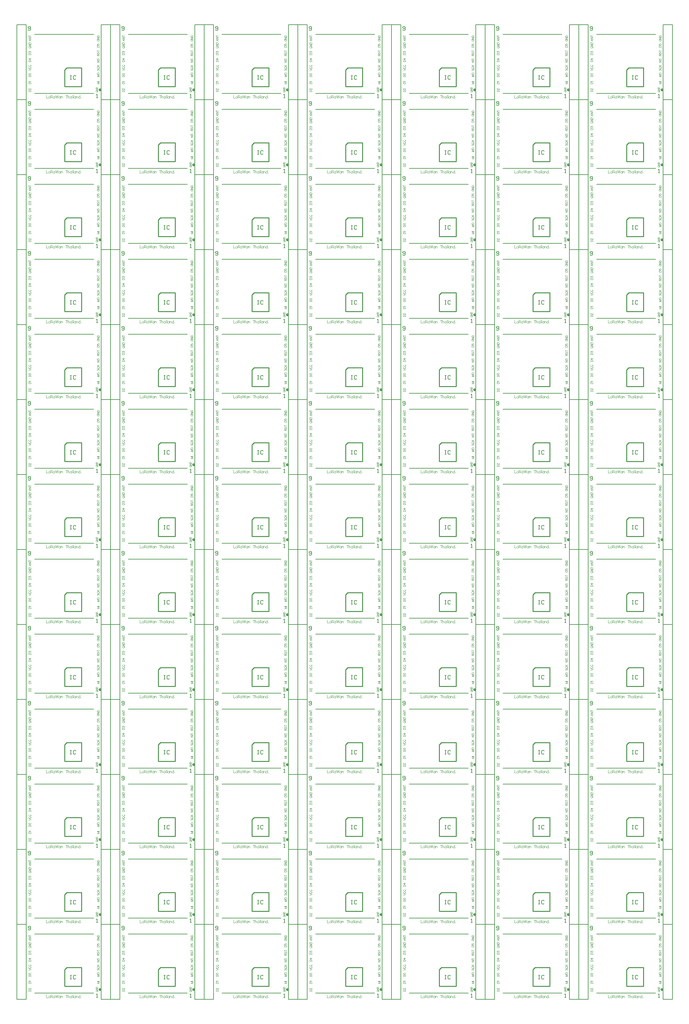
<source format=gto>
G04 Layer_Color=65535*
%FSLAX25Y25*%
%MOIN*%
G70*
G01*
G75*
%ADD14C,0.00800*%
%ADD15C,0.00787*%
%ADD16C,0.01000*%
%ADD17C,0.00500*%
%ADD18C,0.00400*%
%ADD19R,0.02059X0.01500*%
D14*
X90086Y10400D02*
G03*
X90086Y10400I-1200J0D01*
G01*
X90086Y90400D02*
G03*
X90086Y90400I-1200J0D01*
G01*
Y170400D02*
G03*
X90086Y170400I-1200J0D01*
G01*
Y250400D02*
G03*
X90086Y250400I-1200J0D01*
G01*
Y330400D02*
G03*
X90086Y330400I-1200J0D01*
G01*
Y410400D02*
G03*
X90086Y410400I-1200J0D01*
G01*
Y490400D02*
G03*
X90086Y490400I-1200J0D01*
G01*
Y570400D02*
G03*
X90086Y570400I-1200J0D01*
G01*
Y650400D02*
G03*
X90086Y650400I-1200J0D01*
G01*
Y730400D02*
G03*
X90086Y730400I-1200J0D01*
G01*
Y810400D02*
G03*
X90086Y810400I-1200J0D01*
G01*
Y890400D02*
G03*
X90086Y890400I-1200J0D01*
G01*
Y970400D02*
G03*
X90086Y970400I-1200J0D01*
G01*
X190086Y10400D02*
G03*
X190086Y10400I-1200J0D01*
G01*
X190086Y90400D02*
G03*
X190086Y90400I-1200J0D01*
G01*
Y170400D02*
G03*
X190086Y170400I-1200J0D01*
G01*
Y250400D02*
G03*
X190086Y250400I-1200J0D01*
G01*
Y330400D02*
G03*
X190086Y330400I-1200J0D01*
G01*
Y410400D02*
G03*
X190086Y410400I-1200J0D01*
G01*
Y490400D02*
G03*
X190086Y490400I-1200J0D01*
G01*
Y570400D02*
G03*
X190086Y570400I-1200J0D01*
G01*
Y650400D02*
G03*
X190086Y650400I-1200J0D01*
G01*
Y730400D02*
G03*
X190086Y730400I-1200J0D01*
G01*
Y810400D02*
G03*
X190086Y810400I-1200J0D01*
G01*
Y890400D02*
G03*
X190086Y890400I-1200J0D01*
G01*
Y970400D02*
G03*
X190086Y970400I-1200J0D01*
G01*
X290086Y10400D02*
G03*
X290086Y10400I-1200J0D01*
G01*
X290086Y90400D02*
G03*
X290086Y90400I-1200J0D01*
G01*
Y170400D02*
G03*
X290086Y170400I-1200J0D01*
G01*
Y250400D02*
G03*
X290086Y250400I-1200J0D01*
G01*
Y330400D02*
G03*
X290086Y330400I-1200J0D01*
G01*
Y410400D02*
G03*
X290086Y410400I-1200J0D01*
G01*
Y490400D02*
G03*
X290086Y490400I-1200J0D01*
G01*
Y570400D02*
G03*
X290086Y570400I-1200J0D01*
G01*
Y650400D02*
G03*
X290086Y650400I-1200J0D01*
G01*
Y730400D02*
G03*
X290086Y730400I-1200J0D01*
G01*
Y810400D02*
G03*
X290086Y810400I-1200J0D01*
G01*
Y890400D02*
G03*
X290086Y890400I-1200J0D01*
G01*
Y970400D02*
G03*
X290086Y970400I-1200J0D01*
G01*
X390086Y10400D02*
G03*
X390086Y10400I-1200J0D01*
G01*
X390086Y90400D02*
G03*
X390086Y90400I-1200J0D01*
G01*
Y170400D02*
G03*
X390086Y170400I-1200J0D01*
G01*
Y250400D02*
G03*
X390086Y250400I-1200J0D01*
G01*
Y330400D02*
G03*
X390086Y330400I-1200J0D01*
G01*
Y410400D02*
G03*
X390086Y410400I-1200J0D01*
G01*
Y490400D02*
G03*
X390086Y490400I-1200J0D01*
G01*
Y570400D02*
G03*
X390086Y570400I-1200J0D01*
G01*
Y650400D02*
G03*
X390086Y650400I-1200J0D01*
G01*
Y730400D02*
G03*
X390086Y730400I-1200J0D01*
G01*
Y810400D02*
G03*
X390086Y810400I-1200J0D01*
G01*
Y890400D02*
G03*
X390086Y890400I-1200J0D01*
G01*
Y970400D02*
G03*
X390086Y970400I-1200J0D01*
G01*
X490086Y10400D02*
G03*
X490086Y10400I-1200J0D01*
G01*
X490086Y90400D02*
G03*
X490086Y90400I-1200J0D01*
G01*
Y170400D02*
G03*
X490086Y170400I-1200J0D01*
G01*
Y250400D02*
G03*
X490086Y250400I-1200J0D01*
G01*
Y330400D02*
G03*
X490086Y330400I-1200J0D01*
G01*
Y410400D02*
G03*
X490086Y410400I-1200J0D01*
G01*
Y490400D02*
G03*
X490086Y490400I-1200J0D01*
G01*
Y570400D02*
G03*
X490086Y570400I-1200J0D01*
G01*
Y650400D02*
G03*
X490086Y650400I-1200J0D01*
G01*
Y730400D02*
G03*
X490086Y730400I-1200J0D01*
G01*
Y810400D02*
G03*
X490086Y810400I-1200J0D01*
G01*
Y890400D02*
G03*
X490086Y890400I-1200J0D01*
G01*
Y970400D02*
G03*
X490086Y970400I-1200J0D01*
G01*
X590086Y10400D02*
G03*
X590086Y10400I-1200J0D01*
G01*
X590086Y90400D02*
G03*
X590086Y90400I-1200J0D01*
G01*
Y170400D02*
G03*
X590086Y170400I-1200J0D01*
G01*
Y250400D02*
G03*
X590086Y250400I-1200J0D01*
G01*
Y330400D02*
G03*
X590086Y330400I-1200J0D01*
G01*
Y410400D02*
G03*
X590086Y410400I-1200J0D01*
G01*
Y490400D02*
G03*
X590086Y490400I-1200J0D01*
G01*
Y570400D02*
G03*
X590086Y570400I-1200J0D01*
G01*
Y650400D02*
G03*
X590086Y650400I-1200J0D01*
G01*
Y730400D02*
G03*
X590086Y730400I-1200J0D01*
G01*
Y810400D02*
G03*
X590086Y810400I-1200J0D01*
G01*
Y890400D02*
G03*
X590086Y890400I-1200J0D01*
G01*
Y970400D02*
G03*
X590086Y970400I-1200J0D01*
G01*
X690086Y10400D02*
G03*
X690086Y10400I-1200J0D01*
G01*
X690086Y90400D02*
G03*
X690086Y90400I-1200J0D01*
G01*
Y170400D02*
G03*
X690086Y170400I-1200J0D01*
G01*
Y250400D02*
G03*
X690086Y250400I-1200J0D01*
G01*
Y330400D02*
G03*
X690086Y330400I-1200J0D01*
G01*
Y410400D02*
G03*
X690086Y410400I-1200J0D01*
G01*
Y490400D02*
G03*
X690086Y490400I-1200J0D01*
G01*
Y570400D02*
G03*
X690086Y570400I-1200J0D01*
G01*
Y650400D02*
G03*
X690086Y650400I-1200J0D01*
G01*
Y730400D02*
G03*
X690086Y730400I-1200J0D01*
G01*
Y810400D02*
G03*
X690086Y810400I-1200J0D01*
G01*
Y890400D02*
G03*
X690086Y890400I-1200J0D01*
G01*
Y970400D02*
G03*
X690086Y970400I-1200J0D01*
G01*
X19000Y69496D02*
X81996D01*
X19000Y6500D02*
X81996D01*
X19000Y86500D02*
X81996D01*
X19000Y149496D02*
X81996D01*
X19000Y166500D02*
X81996D01*
X19000Y229496D02*
X81996D01*
X19000Y246500D02*
X81996D01*
X19000Y309496D02*
X81996D01*
X19000Y326500D02*
X81996D01*
X19000Y389496D02*
X81996D01*
X19000Y406500D02*
X81996D01*
X19000Y469496D02*
X81996D01*
X19000Y486500D02*
X81996D01*
X19000Y549496D02*
X81996D01*
X19000Y566500D02*
X81996D01*
X19000Y629496D02*
X81996D01*
X19000Y646500D02*
X81996D01*
X19000Y709496D02*
X81996D01*
X19000Y726500D02*
X81996D01*
X19000Y789496D02*
X81996D01*
X19000Y806500D02*
X81996D01*
X19000Y869496D02*
X81996D01*
X19000Y886500D02*
X81996D01*
X19000Y949496D02*
X81996D01*
X19000Y966500D02*
X81996D01*
X19000Y1029496D02*
X81996D01*
X119000Y6500D02*
X181996D01*
X119000Y69496D02*
X181996D01*
X119000Y149496D02*
X181996D01*
X119000Y86500D02*
X181996D01*
X119000Y229496D02*
X181996D01*
X119000Y166500D02*
X181996D01*
X119000Y309496D02*
X181996D01*
X119000Y246500D02*
X181996D01*
X119000Y389496D02*
X181996D01*
X119000Y326500D02*
X181996D01*
X119000Y469496D02*
X181996D01*
X119000Y406500D02*
X181996D01*
X119000Y549496D02*
X181996D01*
X119000Y486500D02*
X181996D01*
X119000Y629496D02*
X181996D01*
X119000Y566500D02*
X181996D01*
X119000Y709496D02*
X181996D01*
X119000Y646500D02*
X181996D01*
X119000Y789496D02*
X181996D01*
X119000Y726500D02*
X181996D01*
X119000Y869496D02*
X181996D01*
X119000Y806500D02*
X181996D01*
X119000Y949496D02*
X181996D01*
X119000Y886500D02*
X181996D01*
X119000Y1029496D02*
X181996D01*
X119000Y966500D02*
X181996D01*
X219000Y6500D02*
X281996D01*
X219000Y69496D02*
X281996D01*
X219000Y149496D02*
X281996D01*
X219000Y86500D02*
X281996D01*
X219000Y229496D02*
X281996D01*
X219000Y166500D02*
X281996D01*
X219000Y309496D02*
X281996D01*
X219000Y246500D02*
X281996D01*
X219000Y389496D02*
X281996D01*
X219000Y326500D02*
X281996D01*
X219000Y469496D02*
X281996D01*
X219000Y406500D02*
X281996D01*
X219000Y549496D02*
X281996D01*
X219000Y486500D02*
X281996D01*
X219000Y629496D02*
X281996D01*
X219000Y566500D02*
X281996D01*
X219000Y709496D02*
X281996D01*
X219000Y646500D02*
X281996D01*
X219000Y789496D02*
X281996D01*
X219000Y726500D02*
X281996D01*
X219000Y869496D02*
X281996D01*
X219000Y806500D02*
X281996D01*
X219000Y949496D02*
X281996D01*
X219000Y886500D02*
X281996D01*
X219000Y1029496D02*
X281996D01*
X219000Y966500D02*
X281996D01*
X319000Y69496D02*
X381996D01*
X319000Y6500D02*
X381996D01*
X319000Y86500D02*
X381996D01*
X319000Y149496D02*
X381996D01*
X319000Y166500D02*
X381996D01*
X319000Y229496D02*
X381996D01*
X319000Y246500D02*
X381996D01*
X319000Y309496D02*
X381996D01*
X319000Y326500D02*
X381996D01*
X319000Y389496D02*
X381996D01*
X319000Y406500D02*
X381996D01*
X319000Y469496D02*
X381996D01*
X319000Y486500D02*
X381996D01*
X319000Y549496D02*
X381996D01*
X319000Y566500D02*
X381996D01*
X319000Y629496D02*
X381996D01*
X319000Y646500D02*
X381996D01*
X319000Y709496D02*
X381996D01*
X319000Y726500D02*
X381996D01*
X319000Y789496D02*
X381996D01*
X319000Y806500D02*
X381996D01*
X319000Y869496D02*
X381996D01*
X319000Y886500D02*
X381996D01*
X319000Y949496D02*
X381996D01*
X319000Y966500D02*
X381996D01*
X319000Y1029496D02*
X381996D01*
X419000Y6500D02*
X481996D01*
X419000Y69496D02*
X481996D01*
X419000Y149496D02*
X481996D01*
X419000Y86500D02*
X481996D01*
X419000Y229496D02*
X481996D01*
X419000Y166500D02*
X481996D01*
X419000Y309496D02*
X481996D01*
X419000Y246500D02*
X481996D01*
X419000Y389496D02*
X481996D01*
X419000Y326500D02*
X481996D01*
X419000Y469496D02*
X481996D01*
X419000Y406500D02*
X481996D01*
X419000Y549496D02*
X481996D01*
X419000Y486500D02*
X481996D01*
X419000Y629496D02*
X481996D01*
X419000Y566500D02*
X481996D01*
X419000Y709496D02*
X481996D01*
X419000Y646500D02*
X481996D01*
X419000Y789496D02*
X481996D01*
X419000Y726500D02*
X481996D01*
X419000Y869496D02*
X481996D01*
X419000Y806500D02*
X481996D01*
X419000Y949496D02*
X481996D01*
X419000Y886500D02*
X481996D01*
X419000Y1029496D02*
X481996D01*
X419000Y966500D02*
X481996D01*
X519000Y69496D02*
X581996D01*
X519000Y6500D02*
X581996D01*
X519000Y86500D02*
X581996D01*
X519000Y149496D02*
X581996D01*
X519000Y166500D02*
X581996D01*
X519000Y229496D02*
X581996D01*
X519000Y246500D02*
X581996D01*
X519000Y309496D02*
X581996D01*
X519000Y326500D02*
X581996D01*
X519000Y389496D02*
X581996D01*
X519000Y406500D02*
X581996D01*
X519000Y469496D02*
X581996D01*
X519000Y486500D02*
X581996D01*
X519000Y549496D02*
X581996D01*
X519000Y566500D02*
X581996D01*
X519000Y629496D02*
X581996D01*
X519000Y646500D02*
X581996D01*
X519000Y709496D02*
X581996D01*
X519000Y726500D02*
X581996D01*
X519000Y789496D02*
X581996D01*
X519000Y806500D02*
X581996D01*
X519000Y869496D02*
X581996D01*
X519000Y886500D02*
X581996D01*
X519000Y949496D02*
X581996D01*
X519000Y966500D02*
X581996D01*
X519000Y1029496D02*
X581996D01*
X619000Y6500D02*
X681996D01*
X619000Y69496D02*
X681996D01*
X619000Y149496D02*
X681996D01*
X619000Y86500D02*
X681996D01*
X619000Y229496D02*
X681996D01*
X619000Y166500D02*
X681996D01*
X619000Y309496D02*
X681996D01*
X619000Y246500D02*
X681996D01*
X619000Y389496D02*
X681996D01*
X619000Y326500D02*
X681996D01*
X619000Y469496D02*
X681996D01*
X619000Y406500D02*
X681996D01*
X619000Y549496D02*
X681996D01*
X619000Y486500D02*
X681996D01*
X619000Y629496D02*
X681996D01*
X619000Y566500D02*
X681996D01*
X619000Y709496D02*
X681996D01*
X619000Y646500D02*
X681996D01*
X619000Y789496D02*
X681996D01*
X619000Y726500D02*
X681996D01*
X619000Y869496D02*
X681996D01*
X619000Y806500D02*
X681996D01*
X619000Y949496D02*
X681996D01*
X619000Y886500D02*
X681996D01*
X619000Y1029496D02*
X681996D01*
X619000Y966500D02*
X681996D01*
X57000Y25499D02*
X58333D01*
X57666D01*
Y21500D01*
X57000D01*
X58333D01*
X62998Y24832D02*
X62332Y25499D01*
X60999D01*
X60332Y24832D01*
Y22166D01*
X60999Y21500D01*
X62332D01*
X62998Y22166D01*
X57000Y105499D02*
X58333D01*
X57666D01*
Y101500D01*
X57000D01*
X58333D01*
X62998Y104832D02*
X62332Y105499D01*
X60999D01*
X60332Y104832D01*
Y102166D01*
X60999Y101500D01*
X62332D01*
X62998Y102166D01*
X57000Y185499D02*
X58333D01*
X57666D01*
Y181500D01*
X57000D01*
X58333D01*
X62998Y184832D02*
X62332Y185499D01*
X60999D01*
X60332Y184832D01*
Y182166D01*
X60999Y181500D01*
X62332D01*
X62998Y182166D01*
X57000Y265499D02*
X58333D01*
X57666D01*
Y261500D01*
X57000D01*
X58333D01*
X62998Y264832D02*
X62332Y265499D01*
X60999D01*
X60332Y264832D01*
Y262166D01*
X60999Y261500D01*
X62332D01*
X62998Y262166D01*
X57000Y345499D02*
X58333D01*
X57666D01*
Y341500D01*
X57000D01*
X58333D01*
X62998Y344832D02*
X62332Y345499D01*
X60999D01*
X60332Y344832D01*
Y342166D01*
X60999Y341500D01*
X62332D01*
X62998Y342166D01*
X57000Y425499D02*
X58333D01*
X57666D01*
Y421500D01*
X57000D01*
X58333D01*
X62998Y424832D02*
X62332Y425499D01*
X60999D01*
X60332Y424832D01*
Y422166D01*
X60999Y421500D01*
X62332D01*
X62998Y422166D01*
X57000Y505499D02*
X58333D01*
X57666D01*
Y501500D01*
X57000D01*
X58333D01*
X62998Y504832D02*
X62332Y505499D01*
X60999D01*
X60332Y504832D01*
Y502166D01*
X60999Y501500D01*
X62332D01*
X62998Y502166D01*
X57000Y585499D02*
X58333D01*
X57666D01*
Y581500D01*
X57000D01*
X58333D01*
X62998Y584832D02*
X62332Y585499D01*
X60999D01*
X60332Y584832D01*
Y582166D01*
X60999Y581500D01*
X62332D01*
X62998Y582166D01*
X57000Y665499D02*
X58333D01*
X57666D01*
Y661500D01*
X57000D01*
X58333D01*
X62998Y664832D02*
X62332Y665499D01*
X60999D01*
X60332Y664832D01*
Y662166D01*
X60999Y661500D01*
X62332D01*
X62998Y662166D01*
X57000Y745499D02*
X58333D01*
X57666D01*
Y741500D01*
X57000D01*
X58333D01*
X62998Y744832D02*
X62332Y745499D01*
X60999D01*
X60332Y744832D01*
Y742166D01*
X60999Y741500D01*
X62332D01*
X62998Y742166D01*
X57000Y825499D02*
X58333D01*
X57666D01*
Y821500D01*
X57000D01*
X58333D01*
X62998Y824832D02*
X62332Y825499D01*
X60999D01*
X60332Y824832D01*
Y822166D01*
X60999Y821500D01*
X62332D01*
X62998Y822166D01*
X57000Y905499D02*
X58333D01*
X57666D01*
Y901500D01*
X57000D01*
X58333D01*
X62998Y904832D02*
X62332Y905499D01*
X60999D01*
X60332Y904832D01*
Y902166D01*
X60999Y901500D01*
X62332D01*
X62998Y902166D01*
X57000Y985499D02*
X58333D01*
X57666D01*
Y981500D01*
X57000D01*
X58333D01*
X62998Y984832D02*
X62332Y985499D01*
X60999D01*
X60332Y984832D01*
Y982166D01*
X60999Y981500D01*
X62332D01*
X62998Y982166D01*
X157000Y25499D02*
X158333D01*
X157667D01*
Y21500D01*
X157000D01*
X158333D01*
X162998Y24832D02*
X162332Y25499D01*
X160999D01*
X160333Y24832D01*
Y22166D01*
X160999Y21500D01*
X162332D01*
X162998Y22166D01*
X157000Y105499D02*
X158333D01*
X157667D01*
Y101500D01*
X157000D01*
X158333D01*
X162998Y104832D02*
X162332Y105499D01*
X160999D01*
X160332Y104832D01*
Y102166D01*
X160999Y101500D01*
X162332D01*
X162998Y102166D01*
X157000Y185499D02*
X158333D01*
X157667D01*
Y181500D01*
X157000D01*
X158333D01*
X162998Y184832D02*
X162332Y185499D01*
X160999D01*
X160332Y184832D01*
Y182166D01*
X160999Y181500D01*
X162332D01*
X162998Y182166D01*
X157000Y265499D02*
X158333D01*
X157667D01*
Y261500D01*
X157000D01*
X158333D01*
X162998Y264832D02*
X162332Y265499D01*
X160999D01*
X160332Y264832D01*
Y262166D01*
X160999Y261500D01*
X162332D01*
X162998Y262166D01*
X157000Y345499D02*
X158333D01*
X157667D01*
Y341500D01*
X157000D01*
X158333D01*
X162998Y344832D02*
X162332Y345499D01*
X160999D01*
X160332Y344832D01*
Y342166D01*
X160999Y341500D01*
X162332D01*
X162998Y342166D01*
X157000Y425499D02*
X158333D01*
X157667D01*
Y421500D01*
X157000D01*
X158333D01*
X162998Y424832D02*
X162332Y425499D01*
X160999D01*
X160332Y424832D01*
Y422166D01*
X160999Y421500D01*
X162332D01*
X162998Y422166D01*
X157000Y505499D02*
X158333D01*
X157667D01*
Y501500D01*
X157000D01*
X158333D01*
X162998Y504832D02*
X162332Y505499D01*
X160999D01*
X160332Y504832D01*
Y502166D01*
X160999Y501500D01*
X162332D01*
X162998Y502166D01*
X157000Y585499D02*
X158333D01*
X157667D01*
Y581500D01*
X157000D01*
X158333D01*
X162998Y584832D02*
X162332Y585499D01*
X160999D01*
X160332Y584832D01*
Y582166D01*
X160999Y581500D01*
X162332D01*
X162998Y582166D01*
X157000Y665499D02*
X158333D01*
X157667D01*
Y661500D01*
X157000D01*
X158333D01*
X162998Y664832D02*
X162332Y665499D01*
X160999D01*
X160332Y664832D01*
Y662166D01*
X160999Y661500D01*
X162332D01*
X162998Y662166D01*
X157000Y745499D02*
X158333D01*
X157667D01*
Y741500D01*
X157000D01*
X158333D01*
X162998Y744832D02*
X162332Y745499D01*
X160999D01*
X160332Y744832D01*
Y742166D01*
X160999Y741500D01*
X162332D01*
X162998Y742166D01*
X157000Y825499D02*
X158333D01*
X157667D01*
Y821500D01*
X157000D01*
X158333D01*
X162998Y824832D02*
X162332Y825499D01*
X160999D01*
X160332Y824832D01*
Y822166D01*
X160999Y821500D01*
X162332D01*
X162998Y822166D01*
X157000Y905499D02*
X158333D01*
X157667D01*
Y901500D01*
X157000D01*
X158333D01*
X162998Y904832D02*
X162332Y905499D01*
X160999D01*
X160332Y904832D01*
Y902166D01*
X160999Y901500D01*
X162332D01*
X162998Y902166D01*
X157000Y985499D02*
X158333D01*
X157667D01*
Y981500D01*
X157000D01*
X158333D01*
X162998Y984832D02*
X162332Y985499D01*
X160999D01*
X160332Y984832D01*
Y982166D01*
X160999Y981500D01*
X162332D01*
X162998Y982166D01*
X257000Y25499D02*
X258333D01*
X257666D01*
Y21500D01*
X257000D01*
X258333D01*
X262998Y24832D02*
X262332Y25499D01*
X260999D01*
X260332Y24832D01*
Y22166D01*
X260999Y21500D01*
X262332D01*
X262998Y22166D01*
X257000Y105499D02*
X258333D01*
X257666D01*
Y101500D01*
X257000D01*
X258333D01*
X262998Y104832D02*
X262332Y105499D01*
X260999D01*
X260332Y104832D01*
Y102166D01*
X260999Y101500D01*
X262332D01*
X262998Y102166D01*
X257000Y185499D02*
X258333D01*
X257666D01*
Y181500D01*
X257000D01*
X258333D01*
X262998Y184832D02*
X262332Y185499D01*
X260999D01*
X260332Y184832D01*
Y182166D01*
X260999Y181500D01*
X262332D01*
X262998Y182166D01*
X257000Y265499D02*
X258333D01*
X257666D01*
Y261500D01*
X257000D01*
X258333D01*
X262998Y264832D02*
X262332Y265499D01*
X260999D01*
X260332Y264832D01*
Y262166D01*
X260999Y261500D01*
X262332D01*
X262998Y262166D01*
X257000Y345499D02*
X258333D01*
X257666D01*
Y341500D01*
X257000D01*
X258333D01*
X262998Y344832D02*
X262332Y345499D01*
X260999D01*
X260332Y344832D01*
Y342166D01*
X260999Y341500D01*
X262332D01*
X262998Y342166D01*
X257000Y425499D02*
X258333D01*
X257666D01*
Y421500D01*
X257000D01*
X258333D01*
X262998Y424832D02*
X262332Y425499D01*
X260999D01*
X260332Y424832D01*
Y422166D01*
X260999Y421500D01*
X262332D01*
X262998Y422166D01*
X257000Y505499D02*
X258333D01*
X257666D01*
Y501500D01*
X257000D01*
X258333D01*
X262998Y504832D02*
X262332Y505499D01*
X260999D01*
X260332Y504832D01*
Y502166D01*
X260999Y501500D01*
X262332D01*
X262998Y502166D01*
X257000Y585499D02*
X258333D01*
X257666D01*
Y581500D01*
X257000D01*
X258333D01*
X262998Y584832D02*
X262332Y585499D01*
X260999D01*
X260332Y584832D01*
Y582166D01*
X260999Y581500D01*
X262332D01*
X262998Y582166D01*
X257000Y665499D02*
X258333D01*
X257666D01*
Y661500D01*
X257000D01*
X258333D01*
X262998Y664832D02*
X262332Y665499D01*
X260999D01*
X260332Y664832D01*
Y662166D01*
X260999Y661500D01*
X262332D01*
X262998Y662166D01*
X257000Y745499D02*
X258333D01*
X257666D01*
Y741500D01*
X257000D01*
X258333D01*
X262998Y744832D02*
X262332Y745499D01*
X260999D01*
X260332Y744832D01*
Y742166D01*
X260999Y741500D01*
X262332D01*
X262998Y742166D01*
X257000Y825499D02*
X258333D01*
X257666D01*
Y821500D01*
X257000D01*
X258333D01*
X262998Y824832D02*
X262332Y825499D01*
X260999D01*
X260332Y824832D01*
Y822166D01*
X260999Y821500D01*
X262332D01*
X262998Y822166D01*
X257000Y905499D02*
X258333D01*
X257666D01*
Y901500D01*
X257000D01*
X258333D01*
X262998Y904832D02*
X262332Y905499D01*
X260999D01*
X260332Y904832D01*
Y902166D01*
X260999Y901500D01*
X262332D01*
X262998Y902166D01*
X257000Y985499D02*
X258333D01*
X257666D01*
Y981500D01*
X257000D01*
X258333D01*
X262998Y984832D02*
X262332Y985499D01*
X260999D01*
X260332Y984832D01*
Y982166D01*
X260999Y981500D01*
X262332D01*
X262998Y982166D01*
X357000Y25499D02*
X358333D01*
X357667D01*
Y21500D01*
X357000D01*
X358333D01*
X362998Y24832D02*
X362332Y25499D01*
X360999D01*
X360332Y24832D01*
Y22166D01*
X360999Y21500D01*
X362332D01*
X362998Y22166D01*
X357000Y105499D02*
X358333D01*
X357667D01*
Y101500D01*
X357000D01*
X358333D01*
X362998Y104832D02*
X362332Y105499D01*
X360999D01*
X360332Y104832D01*
Y102166D01*
X360999Y101500D01*
X362332D01*
X362998Y102166D01*
X357000Y185499D02*
X358333D01*
X357667D01*
Y181500D01*
X357000D01*
X358333D01*
X362998Y184832D02*
X362332Y185499D01*
X360999D01*
X360332Y184832D01*
Y182166D01*
X360999Y181500D01*
X362332D01*
X362998Y182166D01*
X357000Y265499D02*
X358333D01*
X357667D01*
Y261500D01*
X357000D01*
X358333D01*
X362998Y264832D02*
X362332Y265499D01*
X360999D01*
X360332Y264832D01*
Y262166D01*
X360999Y261500D01*
X362332D01*
X362998Y262166D01*
X357000Y345499D02*
X358333D01*
X357667D01*
Y341500D01*
X357000D01*
X358333D01*
X362998Y344832D02*
X362332Y345499D01*
X360999D01*
X360332Y344832D01*
Y342166D01*
X360999Y341500D01*
X362332D01*
X362998Y342166D01*
X357000Y425499D02*
X358333D01*
X357667D01*
Y421500D01*
X357000D01*
X358333D01*
X362998Y424832D02*
X362332Y425499D01*
X360999D01*
X360332Y424832D01*
Y422166D01*
X360999Y421500D01*
X362332D01*
X362998Y422166D01*
X357000Y505499D02*
X358333D01*
X357667D01*
Y501500D01*
X357000D01*
X358333D01*
X362998Y504832D02*
X362332Y505499D01*
X360999D01*
X360332Y504832D01*
Y502166D01*
X360999Y501500D01*
X362332D01*
X362998Y502166D01*
X357000Y585499D02*
X358333D01*
X357667D01*
Y581500D01*
X357000D01*
X358333D01*
X362998Y584832D02*
X362332Y585499D01*
X360999D01*
X360332Y584832D01*
Y582166D01*
X360999Y581500D01*
X362332D01*
X362998Y582166D01*
X357000Y665499D02*
X358333D01*
X357667D01*
Y661500D01*
X357000D01*
X358333D01*
X362998Y664832D02*
X362332Y665499D01*
X360999D01*
X360332Y664832D01*
Y662166D01*
X360999Y661500D01*
X362332D01*
X362998Y662166D01*
X357000Y745499D02*
X358333D01*
X357667D01*
Y741500D01*
X357000D01*
X358333D01*
X362998Y744832D02*
X362332Y745499D01*
X360999D01*
X360332Y744832D01*
Y742166D01*
X360999Y741500D01*
X362332D01*
X362998Y742166D01*
X357000Y825499D02*
X358333D01*
X357667D01*
Y821500D01*
X357000D01*
X358333D01*
X362998Y824832D02*
X362332Y825499D01*
X360999D01*
X360332Y824832D01*
Y822166D01*
X360999Y821500D01*
X362332D01*
X362998Y822166D01*
X357000Y905499D02*
X358333D01*
X357667D01*
Y901500D01*
X357000D01*
X358333D01*
X362998Y904832D02*
X362332Y905499D01*
X360999D01*
X360332Y904832D01*
Y902166D01*
X360999Y901500D01*
X362332D01*
X362998Y902166D01*
X357000Y985499D02*
X358333D01*
X357667D01*
Y981500D01*
X357000D01*
X358333D01*
X362998Y984832D02*
X362332Y985499D01*
X360999D01*
X360332Y984832D01*
Y982166D01*
X360999Y981500D01*
X362332D01*
X362998Y982166D01*
X457000Y25499D02*
X458333D01*
X457666D01*
Y21500D01*
X457000D01*
X458333D01*
X462998Y24832D02*
X462332Y25499D01*
X460999D01*
X460332Y24832D01*
Y22166D01*
X460999Y21500D01*
X462332D01*
X462998Y22166D01*
X457000Y105499D02*
X458333D01*
X457666D01*
Y101500D01*
X457000D01*
X458333D01*
X462998Y104832D02*
X462331Y105499D01*
X460999D01*
X460332Y104832D01*
Y102166D01*
X460999Y101500D01*
X462331D01*
X462998Y102166D01*
X457000Y185499D02*
X458333D01*
X457666D01*
Y181500D01*
X457000D01*
X458333D01*
X462998Y184832D02*
X462331Y185499D01*
X460999D01*
X460332Y184832D01*
Y182166D01*
X460999Y181500D01*
X462331D01*
X462998Y182166D01*
X457000Y265499D02*
X458333D01*
X457666D01*
Y261500D01*
X457000D01*
X458333D01*
X462998Y264832D02*
X462331Y265499D01*
X460999D01*
X460332Y264832D01*
Y262166D01*
X460999Y261500D01*
X462331D01*
X462998Y262166D01*
X457000Y345499D02*
X458333D01*
X457666D01*
Y341500D01*
X457000D01*
X458333D01*
X462998Y344832D02*
X462331Y345499D01*
X460999D01*
X460332Y344832D01*
Y342166D01*
X460999Y341500D01*
X462331D01*
X462998Y342166D01*
X457000Y425499D02*
X458333D01*
X457666D01*
Y421500D01*
X457000D01*
X458333D01*
X462998Y424832D02*
X462331Y425499D01*
X460999D01*
X460332Y424832D01*
Y422166D01*
X460999Y421500D01*
X462331D01*
X462998Y422166D01*
X457000Y505499D02*
X458333D01*
X457666D01*
Y501500D01*
X457000D01*
X458333D01*
X462998Y504832D02*
X462331Y505499D01*
X460999D01*
X460332Y504832D01*
Y502166D01*
X460999Y501500D01*
X462331D01*
X462998Y502166D01*
X457000Y585499D02*
X458333D01*
X457666D01*
Y581500D01*
X457000D01*
X458333D01*
X462998Y584832D02*
X462331Y585499D01*
X460999D01*
X460332Y584832D01*
Y582166D01*
X460999Y581500D01*
X462331D01*
X462998Y582166D01*
X457000Y665499D02*
X458333D01*
X457666D01*
Y661500D01*
X457000D01*
X458333D01*
X462998Y664832D02*
X462331Y665499D01*
X460999D01*
X460332Y664832D01*
Y662166D01*
X460999Y661500D01*
X462331D01*
X462998Y662166D01*
X457000Y745499D02*
X458333D01*
X457666D01*
Y741500D01*
X457000D01*
X458333D01*
X462998Y744832D02*
X462331Y745499D01*
X460999D01*
X460332Y744832D01*
Y742166D01*
X460999Y741500D01*
X462331D01*
X462998Y742166D01*
X457000Y825499D02*
X458333D01*
X457666D01*
Y821500D01*
X457000D01*
X458333D01*
X462998Y824832D02*
X462331Y825499D01*
X460999D01*
X460332Y824832D01*
Y822166D01*
X460999Y821500D01*
X462331D01*
X462998Y822166D01*
X457000Y905499D02*
X458333D01*
X457666D01*
Y901500D01*
X457000D01*
X458333D01*
X462998Y904832D02*
X462331Y905499D01*
X460999D01*
X460332Y904832D01*
Y902166D01*
X460999Y901500D01*
X462331D01*
X462998Y902166D01*
X457000Y985499D02*
X458333D01*
X457666D01*
Y981500D01*
X457000D01*
X458333D01*
X462998Y984832D02*
X462331Y985499D01*
X460999D01*
X460332Y984832D01*
Y982166D01*
X460999Y981500D01*
X462331D01*
X462998Y982166D01*
X557000Y25499D02*
X558333D01*
X557667D01*
Y21500D01*
X557000D01*
X558333D01*
X562998Y24832D02*
X562332Y25499D01*
X560999D01*
X560332Y24832D01*
Y22166D01*
X560999Y21500D01*
X562332D01*
X562998Y22166D01*
X557000Y105499D02*
X558333D01*
X557667D01*
Y101500D01*
X557000D01*
X558333D01*
X562998Y104832D02*
X562332Y105499D01*
X560999D01*
X560332Y104832D01*
Y102166D01*
X560999Y101500D01*
X562332D01*
X562998Y102166D01*
X557000Y185499D02*
X558333D01*
X557667D01*
Y181500D01*
X557000D01*
X558333D01*
X562998Y184832D02*
X562332Y185499D01*
X560999D01*
X560332Y184832D01*
Y182166D01*
X560999Y181500D01*
X562332D01*
X562998Y182166D01*
X557000Y265499D02*
X558333D01*
X557667D01*
Y261500D01*
X557000D01*
X558333D01*
X562998Y264832D02*
X562332Y265499D01*
X560999D01*
X560332Y264832D01*
Y262166D01*
X560999Y261500D01*
X562332D01*
X562998Y262166D01*
X557000Y345499D02*
X558333D01*
X557667D01*
Y341500D01*
X557000D01*
X558333D01*
X562998Y344832D02*
X562332Y345499D01*
X560999D01*
X560332Y344832D01*
Y342166D01*
X560999Y341500D01*
X562332D01*
X562998Y342166D01*
X557000Y425499D02*
X558333D01*
X557667D01*
Y421500D01*
X557000D01*
X558333D01*
X562998Y424832D02*
X562332Y425499D01*
X560999D01*
X560332Y424832D01*
Y422166D01*
X560999Y421500D01*
X562332D01*
X562998Y422166D01*
X557000Y505499D02*
X558333D01*
X557667D01*
Y501500D01*
X557000D01*
X558333D01*
X562998Y504832D02*
X562332Y505499D01*
X560999D01*
X560332Y504832D01*
Y502166D01*
X560999Y501500D01*
X562332D01*
X562998Y502166D01*
X557000Y585499D02*
X558333D01*
X557667D01*
Y581500D01*
X557000D01*
X558333D01*
X562998Y584832D02*
X562332Y585499D01*
X560999D01*
X560332Y584832D01*
Y582166D01*
X560999Y581500D01*
X562332D01*
X562998Y582166D01*
X557000Y665499D02*
X558333D01*
X557667D01*
Y661500D01*
X557000D01*
X558333D01*
X562998Y664832D02*
X562332Y665499D01*
X560999D01*
X560332Y664832D01*
Y662166D01*
X560999Y661500D01*
X562332D01*
X562998Y662166D01*
X557000Y745499D02*
X558333D01*
X557667D01*
Y741500D01*
X557000D01*
X558333D01*
X562998Y744832D02*
X562332Y745499D01*
X560999D01*
X560332Y744832D01*
Y742166D01*
X560999Y741500D01*
X562332D01*
X562998Y742166D01*
X557000Y825499D02*
X558333D01*
X557667D01*
Y821500D01*
X557000D01*
X558333D01*
X562998Y824832D02*
X562332Y825499D01*
X560999D01*
X560332Y824832D01*
Y822166D01*
X560999Y821500D01*
X562332D01*
X562998Y822166D01*
X557000Y905499D02*
X558333D01*
X557667D01*
Y901500D01*
X557000D01*
X558333D01*
X562998Y904832D02*
X562332Y905499D01*
X560999D01*
X560332Y904832D01*
Y902166D01*
X560999Y901500D01*
X562332D01*
X562998Y902166D01*
X557000Y985499D02*
X558333D01*
X557667D01*
Y981500D01*
X557000D01*
X558333D01*
X562998Y984832D02*
X562332Y985499D01*
X560999D01*
X560332Y984832D01*
Y982166D01*
X560999Y981500D01*
X562332D01*
X562998Y982166D01*
X657000Y25499D02*
X658333D01*
X657667D01*
Y21500D01*
X657000D01*
X658333D01*
X662998Y24832D02*
X662332Y25499D01*
X660999D01*
X660332Y24832D01*
Y22166D01*
X660999Y21500D01*
X662332D01*
X662998Y22166D01*
X657000Y105499D02*
X658333D01*
X657667D01*
Y101500D01*
X657000D01*
X658333D01*
X662998Y104832D02*
X662332Y105499D01*
X660999D01*
X660332Y104832D01*
Y102166D01*
X660999Y101500D01*
X662332D01*
X662998Y102166D01*
X657000Y185499D02*
X658333D01*
X657667D01*
Y181500D01*
X657000D01*
X658333D01*
X662998Y184832D02*
X662332Y185499D01*
X660999D01*
X660332Y184832D01*
Y182166D01*
X660999Y181500D01*
X662332D01*
X662998Y182166D01*
X657000Y265499D02*
X658333D01*
X657667D01*
Y261500D01*
X657000D01*
X658333D01*
X662998Y264832D02*
X662332Y265499D01*
X660999D01*
X660332Y264832D01*
Y262166D01*
X660999Y261500D01*
X662332D01*
X662998Y262166D01*
X657000Y345499D02*
X658333D01*
X657667D01*
Y341500D01*
X657000D01*
X658333D01*
X662998Y344832D02*
X662332Y345499D01*
X660999D01*
X660332Y344832D01*
Y342166D01*
X660999Y341500D01*
X662332D01*
X662998Y342166D01*
X657000Y425499D02*
X658333D01*
X657667D01*
Y421500D01*
X657000D01*
X658333D01*
X662998Y424832D02*
X662332Y425499D01*
X660999D01*
X660332Y424832D01*
Y422166D01*
X660999Y421500D01*
X662332D01*
X662998Y422166D01*
X657000Y505499D02*
X658333D01*
X657667D01*
Y501500D01*
X657000D01*
X658333D01*
X662998Y504832D02*
X662332Y505499D01*
X660999D01*
X660332Y504832D01*
Y502166D01*
X660999Y501500D01*
X662332D01*
X662998Y502166D01*
X657000Y585499D02*
X658333D01*
X657667D01*
Y581500D01*
X657000D01*
X658333D01*
X662998Y584832D02*
X662332Y585499D01*
X660999D01*
X660332Y584832D01*
Y582166D01*
X660999Y581500D01*
X662332D01*
X662998Y582166D01*
X657000Y665499D02*
X658333D01*
X657667D01*
Y661500D01*
X657000D01*
X658333D01*
X662998Y664832D02*
X662332Y665499D01*
X660999D01*
X660332Y664832D01*
Y662166D01*
X660999Y661500D01*
X662332D01*
X662998Y662166D01*
X657000Y745499D02*
X658333D01*
X657667D01*
Y741500D01*
X657000D01*
X658333D01*
X662998Y744832D02*
X662332Y745499D01*
X660999D01*
X660332Y744832D01*
Y742166D01*
X660999Y741500D01*
X662332D01*
X662998Y742166D01*
X657000Y825499D02*
X658333D01*
X657667D01*
Y821500D01*
X657000D01*
X658333D01*
X662998Y824832D02*
X662332Y825499D01*
X660999D01*
X660332Y824832D01*
Y822166D01*
X660999Y821500D01*
X662332D01*
X662998Y822166D01*
X657000Y905499D02*
X658333D01*
X657667D01*
Y901500D01*
X657000D01*
X658333D01*
X662998Y904832D02*
X662332Y905499D01*
X660999D01*
X660332Y904832D01*
Y902166D01*
X660999Y901500D01*
X662332D01*
X662998Y902166D01*
X657000Y985499D02*
X658333D01*
X657667D01*
Y981500D01*
X657000D01*
X658333D01*
X662998Y984832D02*
X662332Y985499D01*
X660999D01*
X660332Y984832D01*
Y982166D01*
X660999Y981500D01*
X662332D01*
X662998Y982166D01*
D15*
X10000Y0D02*
Y80000D01*
X0D02*
X10000D01*
X0Y0D02*
Y80000D01*
Y0D02*
X10000D01*
X90000D02*
Y80000D01*
Y0D02*
X100000D01*
Y80000D01*
X90000D02*
X100000D01*
X0Y80000D02*
X10000D01*
X0D02*
Y160000D01*
X10000D01*
Y80000D02*
Y160000D01*
X90000D02*
X100000D01*
Y80000D02*
Y160000D01*
X90000Y80000D02*
X100000D01*
X90000D02*
Y160000D01*
X0Y160000D02*
X10000D01*
X0D02*
Y240000D01*
X10000D01*
Y160000D02*
Y240000D01*
X90000D02*
X100000D01*
Y160000D02*
Y240000D01*
X90000Y160000D02*
X100000D01*
X90000D02*
Y240000D01*
X0D02*
X10000D01*
X0D02*
Y320000D01*
X10000D01*
Y240000D02*
Y320000D01*
X90000D02*
X100000D01*
Y240000D02*
Y320000D01*
X90000Y240000D02*
X100000D01*
X90000D02*
Y320000D01*
X0D02*
X10000D01*
X0D02*
Y400000D01*
X10000D01*
Y320000D02*
Y400000D01*
X90000D02*
X100000D01*
Y320000D02*
Y400000D01*
X90000Y320000D02*
X100000D01*
X90000D02*
Y400000D01*
X0D02*
X10000D01*
X0D02*
Y480000D01*
X10000D01*
Y400000D02*
Y480000D01*
X90000D02*
X100000D01*
Y400000D02*
Y480000D01*
X90000Y400000D02*
X100000D01*
X90000D02*
Y480000D01*
X0D02*
X10000D01*
X0D02*
Y560000D01*
X10000D01*
Y480000D02*
Y560000D01*
X90000D02*
X100000D01*
Y480000D02*
Y560000D01*
X90000Y480000D02*
X100000D01*
X90000D02*
Y560000D01*
X0D02*
X10000D01*
X0D02*
Y640000D01*
X10000D01*
Y560000D02*
Y640000D01*
X90000D02*
X100000D01*
Y560000D02*
Y640000D01*
X90000Y560000D02*
X100000D01*
X90000D02*
Y640000D01*
X0D02*
X10000D01*
X0D02*
Y720000D01*
X10000D01*
Y640000D02*
Y720000D01*
X90000D02*
X100000D01*
Y640000D02*
Y720000D01*
X90000Y640000D02*
X100000D01*
X90000D02*
Y720000D01*
X0D02*
X10000D01*
X0D02*
Y800000D01*
X10000D01*
Y720000D02*
Y800000D01*
X90000D02*
X100000D01*
Y720000D02*
Y800000D01*
X90000Y720000D02*
X100000D01*
X90000D02*
Y800000D01*
X0D02*
X10000D01*
X0D02*
Y880000D01*
X10000D01*
Y800000D02*
Y880000D01*
X90000D02*
X100000D01*
Y800000D02*
Y880000D01*
X90000Y800000D02*
X100000D01*
X90000D02*
Y880000D01*
X0D02*
X10000D01*
X0D02*
Y960000D01*
X10000D01*
Y880000D02*
Y960000D01*
X90000D02*
X100000D01*
Y880000D02*
Y960000D01*
X90000Y880000D02*
X100000D01*
X90000D02*
Y960000D01*
X0D02*
X10000D01*
X0D02*
Y1040000D01*
X10000D01*
Y960000D02*
Y1040000D01*
X90000D02*
X100000D01*
Y960000D02*
Y1040000D01*
X90000Y960000D02*
X100000D01*
X90000D02*
Y1040000D01*
X100000Y0D02*
X110000D01*
X100000D02*
Y80000D01*
X110000D01*
Y0D02*
Y80000D01*
X110000Y80000D02*
Y160000D01*
X100000D02*
X110000D01*
X100000Y80000D02*
Y160000D01*
Y80000D02*
X110000D01*
Y160000D02*
Y240000D01*
X100000D02*
X110000D01*
X100000Y160000D02*
Y240000D01*
Y160000D02*
X110000D01*
Y240000D02*
Y320000D01*
X100000D02*
X110000D01*
X100000Y240000D02*
Y320000D01*
Y240000D02*
X110000D01*
Y320000D02*
Y400000D01*
X100000D02*
X110000D01*
X100000Y320000D02*
Y400000D01*
Y320000D02*
X110000D01*
Y400000D02*
Y480000D01*
X100000D02*
X110000D01*
X100000Y400000D02*
Y480000D01*
Y400000D02*
X110000D01*
Y480000D02*
Y560000D01*
X100000D02*
X110000D01*
X100000Y480000D02*
Y560000D01*
Y480000D02*
X110000D01*
Y560000D02*
Y640000D01*
X100000D02*
X110000D01*
X100000Y560000D02*
Y640000D01*
Y560000D02*
X110000D01*
Y640000D02*
Y720000D01*
X100000D02*
X110000D01*
X100000Y640000D02*
Y720000D01*
Y640000D02*
X110000D01*
Y720000D02*
Y800000D01*
X100000D02*
X110000D01*
X100000Y720000D02*
Y800000D01*
Y720000D02*
X110000D01*
Y800000D02*
Y880000D01*
X100000D02*
X110000D01*
X100000Y800000D02*
Y880000D01*
Y800000D02*
X110000D01*
Y880000D02*
Y960000D01*
X100000D02*
X110000D01*
X100000Y880000D02*
Y960000D01*
Y880000D02*
X110000D01*
Y960000D02*
Y1040000D01*
X100000D02*
X110000D01*
X100000Y960000D02*
Y1040000D01*
Y960000D02*
X110000D01*
X190000Y80000D02*
X200000D01*
Y0D02*
Y80000D01*
X190000Y0D02*
X200000D01*
X190000D02*
Y80000D01*
X190000Y80000D02*
Y160000D01*
Y80000D02*
X200000D01*
Y160000D01*
X190000D02*
X200000D01*
X190000Y160000D02*
Y240000D01*
Y160000D02*
X200000D01*
Y240000D01*
X190000D02*
X200000D01*
X190000D02*
Y320000D01*
Y240000D02*
X200000D01*
Y320000D01*
X190000D02*
X200000D01*
X190000D02*
Y400000D01*
Y320000D02*
X200000D01*
Y400000D01*
X190000D02*
X200000D01*
X190000D02*
Y480000D01*
Y400000D02*
X200000D01*
Y480000D01*
X190000D02*
X200000D01*
X190000D02*
Y560000D01*
Y480000D02*
X200000D01*
Y560000D01*
X190000D02*
X200000D01*
X190000D02*
Y640000D01*
Y560000D02*
X200000D01*
Y640000D01*
X190000D02*
X200000D01*
X190000D02*
Y720000D01*
Y640000D02*
X200000D01*
Y720000D01*
X190000D02*
X200000D01*
X190000D02*
Y800000D01*
Y720000D02*
X200000D01*
Y800000D01*
X190000D02*
X200000D01*
X190000D02*
Y880000D01*
Y800000D02*
X200000D01*
Y880000D01*
X190000D02*
X200000D01*
X190000D02*
Y960000D01*
Y880000D02*
X200000D01*
Y960000D01*
X190000D02*
X200000D01*
X190000D02*
Y1040000D01*
Y960000D02*
X200000D01*
Y1040000D01*
X190000D02*
X200000D01*
X200000Y0D02*
X210000D01*
X200000D02*
Y80000D01*
X210000D01*
Y0D02*
Y80000D01*
X210000Y80000D02*
Y160000D01*
X200000D02*
X210000D01*
X200000Y80000D02*
Y160000D01*
Y80000D02*
X210000D01*
Y160000D02*
Y240000D01*
X200000D02*
X210000D01*
X200000Y160000D02*
Y240000D01*
Y160000D02*
X210000D01*
Y240000D02*
Y320000D01*
X200000D02*
X210000D01*
X200000Y240000D02*
Y320000D01*
Y240000D02*
X210000D01*
Y320000D02*
Y400000D01*
X200000D02*
X210000D01*
X200000Y320000D02*
Y400000D01*
Y320000D02*
X210000D01*
Y400000D02*
Y480000D01*
X200000D02*
X210000D01*
X200000Y400000D02*
Y480000D01*
Y400000D02*
X210000D01*
Y480000D02*
Y560000D01*
X200000D02*
X210000D01*
X200000Y480000D02*
Y560000D01*
Y480000D02*
X210000D01*
Y560000D02*
Y640000D01*
X200000D02*
X210000D01*
X200000Y560000D02*
Y640000D01*
Y560000D02*
X210000D01*
Y640000D02*
Y720000D01*
X200000D02*
X210000D01*
X200000Y640000D02*
Y720000D01*
Y640000D02*
X210000D01*
Y720000D02*
Y800000D01*
X200000D02*
X210000D01*
X200000Y720000D02*
Y800000D01*
Y720000D02*
X210000D01*
Y800000D02*
Y880000D01*
X200000D02*
X210000D01*
X200000Y800000D02*
Y880000D01*
Y800000D02*
X210000D01*
Y880000D02*
Y960000D01*
X200000D02*
X210000D01*
X200000Y880000D02*
Y960000D01*
Y880000D02*
X210000D01*
Y960000D02*
Y1040000D01*
X200000D02*
X210000D01*
X200000Y960000D02*
Y1040000D01*
Y960000D02*
X210000D01*
X290000Y80000D02*
X300000D01*
Y0D02*
Y80000D01*
X290000Y0D02*
X300000D01*
X290000D02*
Y80000D01*
X290000Y80000D02*
Y160000D01*
Y80000D02*
X300000D01*
Y160000D01*
X290000D02*
X300000D01*
X290000Y160000D02*
Y240000D01*
Y160000D02*
X300000D01*
Y240000D01*
X290000D02*
X300000D01*
X290000D02*
Y320000D01*
Y240000D02*
X300000D01*
Y320000D01*
X290000D02*
X300000D01*
X290000D02*
Y400000D01*
Y320000D02*
X300000D01*
Y400000D01*
X290000D02*
X300000D01*
X290000D02*
Y480000D01*
Y400000D02*
X300000D01*
Y480000D01*
X290000D02*
X300000D01*
X290000D02*
Y560000D01*
Y480000D02*
X300000D01*
Y560000D01*
X290000D02*
X300000D01*
X290000D02*
Y640000D01*
Y560000D02*
X300000D01*
Y640000D01*
X290000D02*
X300000D01*
X290000D02*
Y720000D01*
Y640000D02*
X300000D01*
Y720000D01*
X290000D02*
X300000D01*
X290000D02*
Y800000D01*
Y720000D02*
X300000D01*
Y800000D01*
X290000D02*
X300000D01*
X290000D02*
Y880000D01*
Y800000D02*
X300000D01*
Y880000D01*
X290000D02*
X300000D01*
X290000D02*
Y960000D01*
Y880000D02*
X300000D01*
Y960000D01*
X290000D02*
X300000D01*
X290000D02*
Y1040000D01*
Y960000D02*
X300000D01*
Y1040000D01*
X290000D02*
X300000D01*
X390000Y0D02*
Y80000D01*
Y0D02*
X400000D01*
Y80000D01*
X390000D02*
X400000D01*
X390000Y160000D02*
X400000D01*
Y80000D02*
Y160000D01*
X390000Y80000D02*
X400000D01*
X390000D02*
Y160000D01*
Y240000D02*
X400000D01*
Y160000D02*
Y240000D01*
X390000Y160000D02*
X400000D01*
X390000D02*
Y240000D01*
Y320000D02*
X400000D01*
Y240000D02*
Y320000D01*
X390000Y240000D02*
X400000D01*
X390000D02*
Y320000D01*
Y400000D02*
X400000D01*
Y320000D02*
Y400000D01*
X390000Y320000D02*
X400000D01*
X390000D02*
Y400000D01*
Y480000D02*
X400000D01*
Y400000D02*
Y480000D01*
X390000Y400000D02*
X400000D01*
X390000D02*
Y480000D01*
Y560000D02*
X400000D01*
Y480000D02*
Y560000D01*
X390000Y480000D02*
X400000D01*
X390000D02*
Y560000D01*
Y640000D02*
X400000D01*
Y560000D02*
Y640000D01*
X390000Y560000D02*
X400000D01*
X390000D02*
Y640000D01*
Y720000D02*
X400000D01*
Y640000D02*
Y720000D01*
X390000Y640000D02*
X400000D01*
X390000D02*
Y720000D01*
Y800000D02*
X400000D01*
Y720000D02*
Y800000D01*
X390000Y720000D02*
X400000D01*
X390000D02*
Y800000D01*
Y880000D02*
X400000D01*
Y800000D02*
Y880000D01*
X390000Y800000D02*
X400000D01*
X390000D02*
Y880000D01*
Y960000D02*
X400000D01*
Y880000D02*
Y960000D01*
X390000Y880000D02*
X400000D01*
X390000D02*
Y960000D01*
Y1040000D02*
X400000D01*
Y960000D02*
Y1040000D01*
X390000Y960000D02*
X400000D01*
X390000D02*
Y1040000D01*
X300000Y160000D02*
X310000D01*
X300000D02*
Y240000D01*
X310000D01*
Y160000D02*
Y240000D01*
X300000Y400000D02*
X310000D01*
X300000D02*
Y480000D01*
X310000D01*
Y400000D02*
Y480000D01*
X300000Y560000D02*
X310000D01*
X300000D02*
Y640000D01*
X310000D01*
Y560000D02*
Y640000D01*
X300000Y800000D02*
X310000D01*
X300000D02*
Y880000D01*
X310000D01*
Y800000D02*
Y880000D01*
X310000Y0D02*
Y80000D01*
X300000D02*
X310000D01*
X300000Y0D02*
Y80000D01*
Y0D02*
X310000D01*
X300000Y80000D02*
X310000D01*
X300000D02*
Y160000D01*
X310000D01*
Y80000D02*
Y160000D01*
X300000Y240000D02*
X310000D01*
X300000D02*
Y320000D01*
X310000D01*
Y240000D02*
Y320000D01*
X300000D02*
X310000D01*
X300000D02*
Y400000D01*
X310000D01*
Y320000D02*
Y400000D01*
X300000Y480000D02*
X310000D01*
X300000D02*
Y560000D01*
X310000D01*
Y480000D02*
Y560000D01*
X300000Y640000D02*
X310000D01*
X300000D02*
Y720000D01*
X310000D01*
Y640000D02*
Y720000D01*
X300000D02*
X310000D01*
X300000D02*
Y800000D01*
X310000D01*
Y720000D02*
Y800000D01*
X300000Y880000D02*
X310000D01*
X300000D02*
Y960000D01*
X310000D01*
Y880000D02*
Y960000D01*
X300000D02*
X310000D01*
X300000D02*
Y1040000D01*
X310000D01*
Y960000D02*
Y1040000D01*
X400000Y0D02*
X410000D01*
X400000D02*
Y80000D01*
X410000D01*
Y0D02*
Y80000D01*
X410000Y80000D02*
Y160000D01*
X400000D02*
X410000D01*
X400000Y80000D02*
Y160000D01*
Y80000D02*
X410000D01*
Y160000D02*
Y240000D01*
X400000D02*
X410000D01*
X400000Y160000D02*
Y240000D01*
Y160000D02*
X410000D01*
Y240000D02*
Y320000D01*
X400000D02*
X410000D01*
X400000Y240000D02*
Y320000D01*
Y240000D02*
X410000D01*
Y320000D02*
Y400000D01*
X400000D02*
X410000D01*
X400000Y320000D02*
Y400000D01*
Y320000D02*
X410000D01*
Y400000D02*
Y480000D01*
X400000D02*
X410000D01*
X400000Y400000D02*
Y480000D01*
Y400000D02*
X410000D01*
Y480000D02*
Y560000D01*
X400000D02*
X410000D01*
X400000Y480000D02*
Y560000D01*
Y480000D02*
X410000D01*
Y560000D02*
Y640000D01*
X400000D02*
X410000D01*
X400000Y560000D02*
Y640000D01*
Y560000D02*
X410000D01*
Y640000D02*
Y720000D01*
X400000D02*
X410000D01*
X400000Y640000D02*
Y720000D01*
Y640000D02*
X410000D01*
Y720000D02*
Y800000D01*
X400000D02*
X410000D01*
X400000Y720000D02*
Y800000D01*
Y720000D02*
X410000D01*
Y800000D02*
Y880000D01*
X400000D02*
X410000D01*
X400000Y800000D02*
Y880000D01*
Y800000D02*
X410000D01*
Y880000D02*
Y960000D01*
X400000D02*
X410000D01*
X400000Y880000D02*
Y960000D01*
Y880000D02*
X410000D01*
Y960000D02*
Y1040000D01*
X400000D02*
X410000D01*
X400000Y960000D02*
Y1040000D01*
Y960000D02*
X410000D01*
X490000Y80000D02*
X500000D01*
Y0D02*
Y80000D01*
X490000Y0D02*
X500000D01*
X490000D02*
Y80000D01*
X490000Y80000D02*
Y160000D01*
Y80000D02*
X500000D01*
Y160000D01*
X490000D02*
X500000D01*
X490000Y160000D02*
Y240000D01*
Y160000D02*
X500000D01*
Y240000D01*
X490000D02*
X500000D01*
X490000D02*
Y320000D01*
Y240000D02*
X500000D01*
Y320000D01*
X490000D02*
X500000D01*
X490000D02*
Y400000D01*
Y320000D02*
X500000D01*
Y400000D01*
X490000D02*
X500000D01*
X490000D02*
Y480000D01*
Y400000D02*
X500000D01*
Y480000D01*
X490000D02*
X500000D01*
X490000D02*
Y560000D01*
Y480000D02*
X500000D01*
Y560000D01*
X490000D02*
X500000D01*
X490000D02*
Y640000D01*
Y560000D02*
X500000D01*
Y640000D01*
X490000D02*
X500000D01*
X490000D02*
Y720000D01*
Y640000D02*
X500000D01*
Y720000D01*
X490000D02*
X500000D01*
X490000D02*
Y800000D01*
Y720000D02*
X500000D01*
Y800000D01*
X490000D02*
X500000D01*
X490000D02*
Y880000D01*
Y800000D02*
X500000D01*
Y880000D01*
X490000D02*
X500000D01*
X490000D02*
Y960000D01*
Y880000D02*
X500000D01*
Y960000D01*
X490000D02*
X500000D01*
X490000D02*
Y1040000D01*
Y960000D02*
X500000D01*
Y1040000D01*
X490000D02*
X500000D01*
X590000Y0D02*
Y80000D01*
Y0D02*
X600000D01*
Y80000D01*
X590000D02*
X600000D01*
X590000Y160000D02*
X600000D01*
Y80000D02*
Y160000D01*
X590000Y80000D02*
X600000D01*
X590000D02*
Y160000D01*
Y240000D02*
X600000D01*
Y160000D02*
Y240000D01*
X590000Y160000D02*
X600000D01*
X590000D02*
Y240000D01*
Y320000D02*
X600000D01*
Y240000D02*
Y320000D01*
X590000Y240000D02*
X600000D01*
X590000D02*
Y320000D01*
Y400000D02*
X600000D01*
Y320000D02*
Y400000D01*
X590000Y320000D02*
X600000D01*
X590000D02*
Y400000D01*
Y480000D02*
X600000D01*
Y400000D02*
Y480000D01*
X590000Y400000D02*
X600000D01*
X590000D02*
Y480000D01*
Y560000D02*
X600000D01*
Y480000D02*
Y560000D01*
X590000Y480000D02*
X600000D01*
X590000D02*
Y560000D01*
Y640000D02*
X600000D01*
Y560000D02*
Y640000D01*
X590000Y560000D02*
X600000D01*
X590000D02*
Y640000D01*
Y720000D02*
X600000D01*
Y640000D02*
Y720000D01*
X590000Y640000D02*
X600000D01*
X590000D02*
Y720000D01*
Y800000D02*
X600000D01*
Y720000D02*
Y800000D01*
X590000Y720000D02*
X600000D01*
X590000D02*
Y800000D01*
Y880000D02*
X600000D01*
Y800000D02*
Y880000D01*
X590000Y800000D02*
X600000D01*
X590000D02*
Y880000D01*
Y960000D02*
X600000D01*
Y880000D02*
Y960000D01*
X590000Y880000D02*
X600000D01*
X590000D02*
Y960000D01*
Y1040000D02*
X600000D01*
Y960000D02*
Y1040000D01*
X590000Y960000D02*
X600000D01*
X590000D02*
Y1040000D01*
X500000Y160000D02*
X510000D01*
X500000D02*
Y240000D01*
X510000D01*
Y160000D02*
Y240000D01*
X500000Y400000D02*
X510000D01*
X500000D02*
Y480000D01*
X510000D01*
Y400000D02*
Y480000D01*
X500000Y560000D02*
X510000D01*
X500000D02*
Y640000D01*
X510000D01*
Y560000D02*
Y640000D01*
X500000Y800000D02*
X510000D01*
X500000D02*
Y880000D01*
X510000D01*
Y800000D02*
Y880000D01*
X510000Y0D02*
Y80000D01*
X500000D02*
X510000D01*
X500000Y0D02*
Y80000D01*
Y0D02*
X510000D01*
X500000Y80000D02*
X510000D01*
X500000D02*
Y160000D01*
X510000D01*
Y80000D02*
Y160000D01*
X500000Y240000D02*
X510000D01*
X500000D02*
Y320000D01*
X510000D01*
Y240000D02*
Y320000D01*
X500000D02*
X510000D01*
X500000D02*
Y400000D01*
X510000D01*
Y320000D02*
Y400000D01*
X500000Y480000D02*
X510000D01*
X500000D02*
Y560000D01*
X510000D01*
Y480000D02*
Y560000D01*
X500000Y640000D02*
X510000D01*
X500000D02*
Y720000D01*
X510000D01*
Y640000D02*
Y720000D01*
X500000D02*
X510000D01*
X500000D02*
Y800000D01*
X510000D01*
Y720000D02*
Y800000D01*
X500000Y880000D02*
X510000D01*
X500000D02*
Y960000D01*
X510000D01*
Y880000D02*
Y960000D01*
X500000D02*
X510000D01*
X500000D02*
Y1040000D01*
X510000D01*
Y960000D02*
Y1040000D01*
X690000Y80000D02*
X700000D01*
Y0D02*
Y80000D01*
X690000Y0D02*
X700000D01*
X690000D02*
Y80000D01*
X690000Y80000D02*
Y160000D01*
Y80000D02*
X700000D01*
Y160000D01*
X690000D02*
X700000D01*
X690000Y160000D02*
Y240000D01*
Y160000D02*
X700000D01*
Y240000D01*
X690000D02*
X700000D01*
X690000D02*
Y320000D01*
Y240000D02*
X700000D01*
Y320000D01*
X690000D02*
X700000D01*
X690000D02*
Y400000D01*
Y320000D02*
X700000D01*
Y400000D01*
X690000D02*
X700000D01*
X690000D02*
Y480000D01*
Y400000D02*
X700000D01*
Y480000D01*
X690000D02*
X700000D01*
X690000D02*
Y560000D01*
Y480000D02*
X700000D01*
Y560000D01*
X690000D02*
X700000D01*
X690000D02*
Y640000D01*
Y560000D02*
X700000D01*
Y640000D01*
X690000D02*
X700000D01*
X690000D02*
Y720000D01*
Y640000D02*
X700000D01*
Y720000D01*
X690000D02*
X700000D01*
X690000D02*
Y800000D01*
Y720000D02*
X700000D01*
Y800000D01*
X690000D02*
X700000D01*
X690000D02*
Y880000D01*
Y800000D02*
X700000D01*
Y880000D01*
X690000D02*
X700000D01*
X690000D02*
Y960000D01*
Y880000D02*
X700000D01*
Y960000D01*
X690000D02*
X700000D01*
X690000D02*
Y1040000D01*
Y960000D02*
X700000D01*
Y1040000D01*
X690000D02*
X700000D01*
X610000Y160000D02*
Y240000D01*
X600000D02*
X610000D01*
X600000Y160000D02*
Y240000D01*
Y160000D02*
X610000D01*
Y400000D02*
Y480000D01*
X600000D02*
X610000D01*
X600000Y400000D02*
Y480000D01*
Y400000D02*
X610000D01*
Y560000D02*
Y640000D01*
X600000D02*
X610000D01*
X600000Y560000D02*
Y640000D01*
Y560000D02*
X610000D01*
Y800000D02*
Y880000D01*
X600000D02*
X610000D01*
X600000Y800000D02*
Y880000D01*
Y800000D02*
X610000D01*
X600000Y0D02*
X610000D01*
X600000D02*
Y80000D01*
X610000D01*
Y0D02*
Y80000D01*
X610000Y80000D02*
Y160000D01*
X600000D02*
X610000D01*
X600000Y80000D02*
Y160000D01*
Y80000D02*
X610000D01*
Y240000D02*
Y320000D01*
X600000D02*
X610000D01*
X600000Y240000D02*
Y320000D01*
Y240000D02*
X610000D01*
Y320000D02*
Y400000D01*
X600000D02*
X610000D01*
X600000Y320000D02*
Y400000D01*
Y320000D02*
X610000D01*
Y480000D02*
Y560000D01*
X600000D02*
X610000D01*
X600000Y480000D02*
Y560000D01*
Y480000D02*
X610000D01*
Y640000D02*
Y720000D01*
X600000D02*
X610000D01*
X600000Y640000D02*
Y720000D01*
Y640000D02*
X610000D01*
Y720000D02*
Y800000D01*
X600000D02*
X610000D01*
X600000Y720000D02*
Y800000D01*
Y720000D02*
X610000D01*
Y880000D02*
Y960000D01*
X600000D02*
X610000D01*
X600000Y880000D02*
Y960000D01*
Y880000D02*
X610000D01*
Y960000D02*
Y1040000D01*
X600000D02*
X610000D01*
X600000Y960000D02*
Y1040000D01*
Y960000D02*
X610000D01*
D16*
X51000Y14000D02*
X69000D01*
X51000D02*
Y31500D01*
X52000Y32500D01*
X53500Y34000D01*
X69000D01*
Y14000D02*
Y34000D01*
X69000Y94000D02*
Y114000D01*
X53500D02*
X69000D01*
X52000Y112500D02*
X53500Y114000D01*
X51000Y111500D02*
X52000Y112500D01*
X51000Y94000D02*
Y111500D01*
Y94000D02*
X69000D01*
Y174000D02*
Y194000D01*
X53500D02*
X69000D01*
X52000Y192500D02*
X53500Y194000D01*
X51000Y191500D02*
X52000Y192500D01*
X51000Y174000D02*
Y191500D01*
Y174000D02*
X69000D01*
Y254000D02*
Y274000D01*
X53500D02*
X69000D01*
X52000Y272500D02*
X53500Y274000D01*
X51000Y271500D02*
X52000Y272500D01*
X51000Y254000D02*
Y271500D01*
Y254000D02*
X69000D01*
Y334000D02*
Y354000D01*
X53500D02*
X69000D01*
X52000Y352500D02*
X53500Y354000D01*
X51000Y351500D02*
X52000Y352500D01*
X51000Y334000D02*
Y351500D01*
Y334000D02*
X69000D01*
Y414000D02*
Y434000D01*
X53500D02*
X69000D01*
X52000Y432500D02*
X53500Y434000D01*
X51000Y431500D02*
X52000Y432500D01*
X51000Y414000D02*
Y431500D01*
Y414000D02*
X69000D01*
Y494000D02*
Y514000D01*
X53500D02*
X69000D01*
X52000Y512500D02*
X53500Y514000D01*
X51000Y511500D02*
X52000Y512500D01*
X51000Y494000D02*
Y511500D01*
Y494000D02*
X69000D01*
Y574000D02*
Y594000D01*
X53500D02*
X69000D01*
X52000Y592500D02*
X53500Y594000D01*
X51000Y591500D02*
X52000Y592500D01*
X51000Y574000D02*
Y591500D01*
Y574000D02*
X69000D01*
Y654000D02*
Y674000D01*
X53500D02*
X69000D01*
X52000Y672500D02*
X53500Y674000D01*
X51000Y671500D02*
X52000Y672500D01*
X51000Y654000D02*
Y671500D01*
Y654000D02*
X69000D01*
Y734000D02*
Y754000D01*
X53500D02*
X69000D01*
X52000Y752500D02*
X53500Y754000D01*
X51000Y751500D02*
X52000Y752500D01*
X51000Y734000D02*
Y751500D01*
Y734000D02*
X69000D01*
Y814000D02*
Y834000D01*
X53500D02*
X69000D01*
X52000Y832500D02*
X53500Y834000D01*
X51000Y831500D02*
X52000Y832500D01*
X51000Y814000D02*
Y831500D01*
Y814000D02*
X69000D01*
Y894000D02*
Y914000D01*
X53500D02*
X69000D01*
X52000Y912500D02*
X53500Y914000D01*
X51000Y911500D02*
X52000Y912500D01*
X51000Y894000D02*
Y911500D01*
Y894000D02*
X69000D01*
Y974000D02*
Y994000D01*
X53500D02*
X69000D01*
X52000Y992500D02*
X53500Y994000D01*
X51000Y991500D02*
X52000Y992500D01*
X51000Y974000D02*
Y991500D01*
Y974000D02*
X69000D01*
X169000Y14000D02*
Y34000D01*
X153500D02*
X169000D01*
X152000Y32500D02*
X153500Y34000D01*
X151000Y31500D02*
X152000Y32500D01*
X151000Y14000D02*
Y31500D01*
Y14000D02*
X169000D01*
X151000Y94000D02*
X169000D01*
X151000D02*
Y111500D01*
X152000Y112500D01*
X153500Y114000D01*
X169000D01*
Y94000D02*
Y114000D01*
X151000Y174000D02*
X169000D01*
X151000D02*
Y191500D01*
X152000Y192500D01*
X153500Y194000D01*
X169000D01*
Y174000D02*
Y194000D01*
X151000Y254000D02*
X169000D01*
X151000D02*
Y271500D01*
X152000Y272500D01*
X153500Y274000D01*
X169000D01*
Y254000D02*
Y274000D01*
X151000Y334000D02*
X169000D01*
X151000D02*
Y351500D01*
X152000Y352500D01*
X153500Y354000D01*
X169000D01*
Y334000D02*
Y354000D01*
X151000Y414000D02*
X169000D01*
X151000D02*
Y431500D01*
X152000Y432500D01*
X153500Y434000D01*
X169000D01*
Y414000D02*
Y434000D01*
X151000Y494000D02*
X169000D01*
X151000D02*
Y511500D01*
X152000Y512500D01*
X153500Y514000D01*
X169000D01*
Y494000D02*
Y514000D01*
X151000Y574000D02*
X169000D01*
X151000D02*
Y591500D01*
X152000Y592500D01*
X153500Y594000D01*
X169000D01*
Y574000D02*
Y594000D01*
X151000Y654000D02*
X169000D01*
X151000D02*
Y671500D01*
X152000Y672500D01*
X153500Y674000D01*
X169000D01*
Y654000D02*
Y674000D01*
X151000Y734000D02*
X169000D01*
X151000D02*
Y751500D01*
X152000Y752500D01*
X153500Y754000D01*
X169000D01*
Y734000D02*
Y754000D01*
X151000Y814000D02*
X169000D01*
X151000D02*
Y831500D01*
X152000Y832500D01*
X153500Y834000D01*
X169000D01*
Y814000D02*
Y834000D01*
X151000Y894000D02*
X169000D01*
X151000D02*
Y911500D01*
X152000Y912500D01*
X153500Y914000D01*
X169000D01*
Y894000D02*
Y914000D01*
X151000Y974000D02*
X169000D01*
X151000D02*
Y991500D01*
X152000Y992500D01*
X153500Y994000D01*
X169000D01*
Y974000D02*
Y994000D01*
X269000Y14000D02*
Y34000D01*
X253500D02*
X269000D01*
X252000Y32500D02*
X253500Y34000D01*
X251000Y31500D02*
X252000Y32500D01*
X251000Y14000D02*
Y31500D01*
Y14000D02*
X269000D01*
X251000Y94000D02*
X269000D01*
X251000D02*
Y111500D01*
X252000Y112500D01*
X253500Y114000D01*
X269000D01*
Y94000D02*
Y114000D01*
X251000Y174000D02*
X269000D01*
X251000D02*
Y191500D01*
X252000Y192500D01*
X253500Y194000D01*
X269000D01*
Y174000D02*
Y194000D01*
X251000Y254000D02*
X269000D01*
X251000D02*
Y271500D01*
X252000Y272500D01*
X253500Y274000D01*
X269000D01*
Y254000D02*
Y274000D01*
X251000Y334000D02*
X269000D01*
X251000D02*
Y351500D01*
X252000Y352500D01*
X253500Y354000D01*
X269000D01*
Y334000D02*
Y354000D01*
X251000Y414000D02*
X269000D01*
X251000D02*
Y431500D01*
X252000Y432500D01*
X253500Y434000D01*
X269000D01*
Y414000D02*
Y434000D01*
X251000Y494000D02*
X269000D01*
X251000D02*
Y511500D01*
X252000Y512500D01*
X253500Y514000D01*
X269000D01*
Y494000D02*
Y514000D01*
X251000Y574000D02*
X269000D01*
X251000D02*
Y591500D01*
X252000Y592500D01*
X253500Y594000D01*
X269000D01*
Y574000D02*
Y594000D01*
X251000Y654000D02*
X269000D01*
X251000D02*
Y671500D01*
X252000Y672500D01*
X253500Y674000D01*
X269000D01*
Y654000D02*
Y674000D01*
X251000Y734000D02*
X269000D01*
X251000D02*
Y751500D01*
X252000Y752500D01*
X253500Y754000D01*
X269000D01*
Y734000D02*
Y754000D01*
X251000Y814000D02*
X269000D01*
X251000D02*
Y831500D01*
X252000Y832500D01*
X253500Y834000D01*
X269000D01*
Y814000D02*
Y834000D01*
X251000Y894000D02*
X269000D01*
X251000D02*
Y911500D01*
X252000Y912500D01*
X253500Y914000D01*
X269000D01*
Y894000D02*
Y914000D01*
X251000Y974000D02*
X269000D01*
X251000D02*
Y991500D01*
X252000Y992500D01*
X253500Y994000D01*
X269000D01*
Y974000D02*
Y994000D01*
X351000Y14000D02*
X369000D01*
X351000D02*
Y31500D01*
X352000Y32500D01*
X353500Y34000D01*
X369000D01*
Y14000D02*
Y34000D01*
X369000Y94000D02*
Y114000D01*
X353500D02*
X369000D01*
X352000Y112500D02*
X353500Y114000D01*
X351000Y111500D02*
X352000Y112500D01*
X351000Y94000D02*
Y111500D01*
Y94000D02*
X369000D01*
Y174000D02*
Y194000D01*
X353500D02*
X369000D01*
X352000Y192500D02*
X353500Y194000D01*
X351000Y191500D02*
X352000Y192500D01*
X351000Y174000D02*
Y191500D01*
Y174000D02*
X369000D01*
Y254000D02*
Y274000D01*
X353500D02*
X369000D01*
X352000Y272500D02*
X353500Y274000D01*
X351000Y271500D02*
X352000Y272500D01*
X351000Y254000D02*
Y271500D01*
Y254000D02*
X369000D01*
Y334000D02*
Y354000D01*
X353500D02*
X369000D01*
X352000Y352500D02*
X353500Y354000D01*
X351000Y351500D02*
X352000Y352500D01*
X351000Y334000D02*
Y351500D01*
Y334000D02*
X369000D01*
Y414000D02*
Y434000D01*
X353500D02*
X369000D01*
X352000Y432500D02*
X353500Y434000D01*
X351000Y431500D02*
X352000Y432500D01*
X351000Y414000D02*
Y431500D01*
Y414000D02*
X369000D01*
Y494000D02*
Y514000D01*
X353500D02*
X369000D01*
X352000Y512500D02*
X353500Y514000D01*
X351000Y511500D02*
X352000Y512500D01*
X351000Y494000D02*
Y511500D01*
Y494000D02*
X369000D01*
Y574000D02*
Y594000D01*
X353500D02*
X369000D01*
X352000Y592500D02*
X353500Y594000D01*
X351000Y591500D02*
X352000Y592500D01*
X351000Y574000D02*
Y591500D01*
Y574000D02*
X369000D01*
Y654000D02*
Y674000D01*
X353500D02*
X369000D01*
X352000Y672500D02*
X353500Y674000D01*
X351000Y671500D02*
X352000Y672500D01*
X351000Y654000D02*
Y671500D01*
Y654000D02*
X369000D01*
Y734000D02*
Y754000D01*
X353500D02*
X369000D01*
X352000Y752500D02*
X353500Y754000D01*
X351000Y751500D02*
X352000Y752500D01*
X351000Y734000D02*
Y751500D01*
Y734000D02*
X369000D01*
Y814000D02*
Y834000D01*
X353500D02*
X369000D01*
X352000Y832500D02*
X353500Y834000D01*
X351000Y831500D02*
X352000Y832500D01*
X351000Y814000D02*
Y831500D01*
Y814000D02*
X369000D01*
Y894000D02*
Y914000D01*
X353500D02*
X369000D01*
X352000Y912500D02*
X353500Y914000D01*
X351000Y911500D02*
X352000Y912500D01*
X351000Y894000D02*
Y911500D01*
Y894000D02*
X369000D01*
Y974000D02*
Y994000D01*
X353500D02*
X369000D01*
X352000Y992500D02*
X353500Y994000D01*
X351000Y991500D02*
X352000Y992500D01*
X351000Y974000D02*
Y991500D01*
Y974000D02*
X369000D01*
X469000Y14000D02*
Y34000D01*
X453500D02*
X469000D01*
X452000Y32500D02*
X453500Y34000D01*
X451000Y31500D02*
X452000Y32500D01*
X451000Y14000D02*
Y31500D01*
Y14000D02*
X469000D01*
X451000Y94000D02*
X469000D01*
X451000D02*
Y111500D01*
X452000Y112500D01*
X453500Y114000D01*
X469000D01*
Y94000D02*
Y114000D01*
X451000Y174000D02*
X469000D01*
X451000D02*
Y191500D01*
X452000Y192500D01*
X453500Y194000D01*
X469000D01*
Y174000D02*
Y194000D01*
X451000Y254000D02*
X469000D01*
X451000D02*
Y271500D01*
X452000Y272500D01*
X453500Y274000D01*
X469000D01*
Y254000D02*
Y274000D01*
X451000Y334000D02*
X469000D01*
X451000D02*
Y351500D01*
X452000Y352500D01*
X453500Y354000D01*
X469000D01*
Y334000D02*
Y354000D01*
X451000Y414000D02*
X469000D01*
X451000D02*
Y431500D01*
X452000Y432500D01*
X453500Y434000D01*
X469000D01*
Y414000D02*
Y434000D01*
X451000Y494000D02*
X469000D01*
X451000D02*
Y511500D01*
X452000Y512500D01*
X453500Y514000D01*
X469000D01*
Y494000D02*
Y514000D01*
X451000Y574000D02*
X469000D01*
X451000D02*
Y591500D01*
X452000Y592500D01*
X453500Y594000D01*
X469000D01*
Y574000D02*
Y594000D01*
X451000Y654000D02*
X469000D01*
X451000D02*
Y671500D01*
X452000Y672500D01*
X453500Y674000D01*
X469000D01*
Y654000D02*
Y674000D01*
X451000Y734000D02*
X469000D01*
X451000D02*
Y751500D01*
X452000Y752500D01*
X453500Y754000D01*
X469000D01*
Y734000D02*
Y754000D01*
X451000Y814000D02*
X469000D01*
X451000D02*
Y831500D01*
X452000Y832500D01*
X453500Y834000D01*
X469000D01*
Y814000D02*
Y834000D01*
X451000Y894000D02*
X469000D01*
X451000D02*
Y911500D01*
X452000Y912500D01*
X453500Y914000D01*
X469000D01*
Y894000D02*
Y914000D01*
X451000Y974000D02*
X469000D01*
X451000D02*
Y991500D01*
X452000Y992500D01*
X453500Y994000D01*
X469000D01*
Y974000D02*
Y994000D01*
X551000Y14000D02*
X569000D01*
X551000D02*
Y31500D01*
X552000Y32500D01*
X553500Y34000D01*
X569000D01*
Y14000D02*
Y34000D01*
X569000Y94000D02*
Y114000D01*
X553500D02*
X569000D01*
X552000Y112500D02*
X553500Y114000D01*
X551000Y111500D02*
X552000Y112500D01*
X551000Y94000D02*
Y111500D01*
Y94000D02*
X569000D01*
Y174000D02*
Y194000D01*
X553500D02*
X569000D01*
X552000Y192500D02*
X553500Y194000D01*
X551000Y191500D02*
X552000Y192500D01*
X551000Y174000D02*
Y191500D01*
Y174000D02*
X569000D01*
Y254000D02*
Y274000D01*
X553500D02*
X569000D01*
X552000Y272500D02*
X553500Y274000D01*
X551000Y271500D02*
X552000Y272500D01*
X551000Y254000D02*
Y271500D01*
Y254000D02*
X569000D01*
Y334000D02*
Y354000D01*
X553500D02*
X569000D01*
X552000Y352500D02*
X553500Y354000D01*
X551000Y351500D02*
X552000Y352500D01*
X551000Y334000D02*
Y351500D01*
Y334000D02*
X569000D01*
Y414000D02*
Y434000D01*
X553500D02*
X569000D01*
X552000Y432500D02*
X553500Y434000D01*
X551000Y431500D02*
X552000Y432500D01*
X551000Y414000D02*
Y431500D01*
Y414000D02*
X569000D01*
Y494000D02*
Y514000D01*
X553500D02*
X569000D01*
X552000Y512500D02*
X553500Y514000D01*
X551000Y511500D02*
X552000Y512500D01*
X551000Y494000D02*
Y511500D01*
Y494000D02*
X569000D01*
Y574000D02*
Y594000D01*
X553500D02*
X569000D01*
X552000Y592500D02*
X553500Y594000D01*
X551000Y591500D02*
X552000Y592500D01*
X551000Y574000D02*
Y591500D01*
Y574000D02*
X569000D01*
Y654000D02*
Y674000D01*
X553500D02*
X569000D01*
X552000Y672500D02*
X553500Y674000D01*
X551000Y671500D02*
X552000Y672500D01*
X551000Y654000D02*
Y671500D01*
Y654000D02*
X569000D01*
Y734000D02*
Y754000D01*
X553500D02*
X569000D01*
X552000Y752500D02*
X553500Y754000D01*
X551000Y751500D02*
X552000Y752500D01*
X551000Y734000D02*
Y751500D01*
Y734000D02*
X569000D01*
Y814000D02*
Y834000D01*
X553500D02*
X569000D01*
X552000Y832500D02*
X553500Y834000D01*
X551000Y831500D02*
X552000Y832500D01*
X551000Y814000D02*
Y831500D01*
Y814000D02*
X569000D01*
Y894000D02*
Y914000D01*
X553500D02*
X569000D01*
X552000Y912500D02*
X553500Y914000D01*
X551000Y911500D02*
X552000Y912500D01*
X551000Y894000D02*
Y911500D01*
Y894000D02*
X569000D01*
Y974000D02*
Y994000D01*
X553500D02*
X569000D01*
X552000Y992500D02*
X553500Y994000D01*
X551000Y991500D02*
X552000Y992500D01*
X551000Y974000D02*
Y991500D01*
Y974000D02*
X569000D01*
X669000Y14000D02*
Y34000D01*
X653500D02*
X669000D01*
X652000Y32500D02*
X653500Y34000D01*
X651000Y31500D02*
X652000Y32500D01*
X651000Y14000D02*
Y31500D01*
Y14000D02*
X669000D01*
X651000Y94000D02*
X669000D01*
X651000D02*
Y111500D01*
X652000Y112500D01*
X653500Y114000D01*
X669000D01*
Y94000D02*
Y114000D01*
X651000Y174000D02*
X669000D01*
X651000D02*
Y191500D01*
X652000Y192500D01*
X653500Y194000D01*
X669000D01*
Y174000D02*
Y194000D01*
X651000Y254000D02*
X669000D01*
X651000D02*
Y271500D01*
X652000Y272500D01*
X653500Y274000D01*
X669000D01*
Y254000D02*
Y274000D01*
X651000Y334000D02*
X669000D01*
X651000D02*
Y351500D01*
X652000Y352500D01*
X653500Y354000D01*
X669000D01*
Y334000D02*
Y354000D01*
X651000Y414000D02*
X669000D01*
X651000D02*
Y431500D01*
X652000Y432500D01*
X653500Y434000D01*
X669000D01*
Y414000D02*
Y434000D01*
X651000Y494000D02*
X669000D01*
X651000D02*
Y511500D01*
X652000Y512500D01*
X653500Y514000D01*
X669000D01*
Y494000D02*
Y514000D01*
X651000Y574000D02*
X669000D01*
X651000D02*
Y591500D01*
X652000Y592500D01*
X653500Y594000D01*
X669000D01*
Y574000D02*
Y594000D01*
X651000Y654000D02*
X669000D01*
X651000D02*
Y671500D01*
X652000Y672500D01*
X653500Y674000D01*
X669000D01*
Y654000D02*
Y674000D01*
X651000Y734000D02*
X669000D01*
X651000D02*
Y751500D01*
X652000Y752500D01*
X653500Y754000D01*
X669000D01*
Y734000D02*
Y754000D01*
X651000Y814000D02*
X669000D01*
X651000D02*
Y831500D01*
X652000Y832500D01*
X653500Y834000D01*
X669000D01*
Y814000D02*
Y834000D01*
X651000Y894000D02*
X669000D01*
X651000D02*
Y911500D01*
X652000Y912500D01*
X653500Y914000D01*
X669000D01*
Y894000D02*
Y914000D01*
X651000Y974000D02*
X669000D01*
X651000D02*
Y991500D01*
X652000Y992500D01*
X653500Y994000D01*
X669000D01*
Y974000D02*
Y994000D01*
D17*
X12000Y74666D02*
X12666Y74000D01*
X13999D01*
X14666Y74666D01*
Y77332D01*
X13999Y77999D01*
X12666D01*
X12000Y77332D01*
Y76666D01*
X12666Y75999D01*
X14666D01*
X85000Y2000D02*
X86333D01*
X85666D01*
Y5999D01*
X85000Y5332D01*
X12000Y154666D02*
X12666Y154000D01*
X13999D01*
X14666Y154666D01*
Y157332D01*
X13999Y157999D01*
X12666D01*
X12000Y157332D01*
Y156666D01*
X12666Y155999D01*
X14666D01*
X85000Y82000D02*
X86333D01*
X85666D01*
Y85999D01*
X85000Y85332D01*
X12000Y234666D02*
X12666Y234000D01*
X13999D01*
X14666Y234666D01*
Y237332D01*
X13999Y237999D01*
X12666D01*
X12000Y237332D01*
Y236666D01*
X12666Y235999D01*
X14666D01*
X85000Y162000D02*
X86333D01*
X85666D01*
Y165999D01*
X85000Y165332D01*
X12000Y314666D02*
X12666Y314000D01*
X13999D01*
X14666Y314666D01*
Y317332D01*
X13999Y317999D01*
X12666D01*
X12000Y317332D01*
Y316666D01*
X12666Y315999D01*
X14666D01*
X85000Y242000D02*
X86333D01*
X85666D01*
Y245999D01*
X85000Y245332D01*
X12000Y394666D02*
X12666Y394000D01*
X13999D01*
X14666Y394666D01*
Y397332D01*
X13999Y397999D01*
X12666D01*
X12000Y397332D01*
Y396666D01*
X12666Y395999D01*
X14666D01*
X85000Y322000D02*
X86333D01*
X85666D01*
Y325999D01*
X85000Y325332D01*
X12000Y474666D02*
X12666Y474000D01*
X13999D01*
X14666Y474666D01*
Y477332D01*
X13999Y477999D01*
X12666D01*
X12000Y477332D01*
Y476666D01*
X12666Y475999D01*
X14666D01*
X85000Y402000D02*
X86333D01*
X85666D01*
Y405999D01*
X85000Y405332D01*
X12000Y554666D02*
X12666Y554000D01*
X13999D01*
X14666Y554666D01*
Y557332D01*
X13999Y557999D01*
X12666D01*
X12000Y557332D01*
Y556666D01*
X12666Y555999D01*
X14666D01*
X85000Y482000D02*
X86333D01*
X85666D01*
Y485999D01*
X85000Y485332D01*
X12000Y634666D02*
X12666Y634000D01*
X13999D01*
X14666Y634666D01*
Y637332D01*
X13999Y637999D01*
X12666D01*
X12000Y637332D01*
Y636666D01*
X12666Y635999D01*
X14666D01*
X85000Y562000D02*
X86333D01*
X85666D01*
Y565999D01*
X85000Y565332D01*
X12000Y714666D02*
X12666Y714000D01*
X13999D01*
X14666Y714666D01*
Y717332D01*
X13999Y717999D01*
X12666D01*
X12000Y717332D01*
Y716666D01*
X12666Y715999D01*
X14666D01*
X85000Y642000D02*
X86333D01*
X85666D01*
Y645999D01*
X85000Y645332D01*
X12000Y794666D02*
X12666Y794000D01*
X13999D01*
X14666Y794666D01*
Y797332D01*
X13999Y797999D01*
X12666D01*
X12000Y797332D01*
Y796666D01*
X12666Y795999D01*
X14666D01*
X85000Y722000D02*
X86333D01*
X85666D01*
Y725999D01*
X85000Y725332D01*
X12000Y874666D02*
X12666Y874000D01*
X13999D01*
X14666Y874666D01*
Y877332D01*
X13999Y877999D01*
X12666D01*
X12000Y877332D01*
Y876666D01*
X12666Y875999D01*
X14666D01*
X85000Y802000D02*
X86333D01*
X85666D01*
Y805999D01*
X85000Y805332D01*
X12000Y954666D02*
X12666Y954000D01*
X13999D01*
X14666Y954666D01*
Y957332D01*
X13999Y957999D01*
X12666D01*
X12000Y957332D01*
Y956666D01*
X12666Y955999D01*
X14666D01*
X85000Y882000D02*
X86333D01*
X85666D01*
Y885999D01*
X85000Y885332D01*
X12000Y1034666D02*
X12666Y1034000D01*
X13999D01*
X14666Y1034666D01*
Y1037332D01*
X13999Y1037999D01*
X12666D01*
X12000Y1037332D01*
Y1036666D01*
X12666Y1035999D01*
X14666D01*
X85000Y962000D02*
X86333D01*
X85666D01*
Y965999D01*
X85000Y965332D01*
X112000Y74666D02*
X112667Y74000D01*
X113999D01*
X114666Y74666D01*
Y77332D01*
X113999Y77999D01*
X112667D01*
X112000Y77332D01*
Y76666D01*
X112667Y75999D01*
X114666D01*
X112000Y154666D02*
X112667Y154000D01*
X113999D01*
X114666Y154666D01*
Y157332D01*
X113999Y157999D01*
X112667D01*
X112000Y157332D01*
Y156666D01*
X112667Y155999D01*
X114666D01*
X112000Y234666D02*
X112667Y234000D01*
X113999D01*
X114666Y234666D01*
Y237332D01*
X113999Y237999D01*
X112667D01*
X112000Y237332D01*
Y236666D01*
X112667Y235999D01*
X114666D01*
X112000Y314666D02*
X112667Y314000D01*
X113999D01*
X114666Y314666D01*
Y317332D01*
X113999Y317999D01*
X112667D01*
X112000Y317332D01*
Y316666D01*
X112667Y315999D01*
X114666D01*
X112000Y394666D02*
X112667Y394000D01*
X113999D01*
X114666Y394666D01*
Y397332D01*
X113999Y397999D01*
X112667D01*
X112000Y397332D01*
Y396666D01*
X112667Y395999D01*
X114666D01*
X112000Y474666D02*
X112667Y474000D01*
X113999D01*
X114666Y474666D01*
Y477332D01*
X113999Y477999D01*
X112667D01*
X112000Y477332D01*
Y476666D01*
X112667Y475999D01*
X114666D01*
X112000Y554666D02*
X112667Y554000D01*
X113999D01*
X114666Y554666D01*
Y557332D01*
X113999Y557999D01*
X112667D01*
X112000Y557332D01*
Y556666D01*
X112667Y555999D01*
X114666D01*
X112000Y634666D02*
X112667Y634000D01*
X113999D01*
X114666Y634666D01*
Y637332D01*
X113999Y637999D01*
X112667D01*
X112000Y637332D01*
Y636666D01*
X112667Y635999D01*
X114666D01*
X112000Y714666D02*
X112667Y714000D01*
X113999D01*
X114666Y714666D01*
Y717332D01*
X113999Y717999D01*
X112667D01*
X112000Y717332D01*
Y716666D01*
X112667Y715999D01*
X114666D01*
X112000Y794666D02*
X112667Y794000D01*
X113999D01*
X114666Y794666D01*
Y797332D01*
X113999Y797999D01*
X112667D01*
X112000Y797332D01*
Y796666D01*
X112667Y795999D01*
X114666D01*
X112000Y874666D02*
X112667Y874000D01*
X113999D01*
X114666Y874666D01*
Y877332D01*
X113999Y877999D01*
X112667D01*
X112000Y877332D01*
Y876666D01*
X112667Y875999D01*
X114666D01*
X112000Y954666D02*
X112667Y954000D01*
X113999D01*
X114666Y954666D01*
Y957332D01*
X113999Y957999D01*
X112667D01*
X112000Y957332D01*
Y956666D01*
X112667Y955999D01*
X114666D01*
X112000Y1034666D02*
X112667Y1034000D01*
X113999D01*
X114666Y1034666D01*
Y1037332D01*
X113999Y1037999D01*
X112667D01*
X112000Y1037332D01*
Y1036666D01*
X112667Y1035999D01*
X114666D01*
X185000Y2000D02*
X186333D01*
X185667D01*
Y5999D01*
X185000Y5332D01*
X185000Y82000D02*
X186333D01*
X185667D01*
Y85999D01*
X185000Y85332D01*
Y162000D02*
X186333D01*
X185667D01*
Y165999D01*
X185000Y165332D01*
Y242000D02*
X186333D01*
X185667D01*
Y245999D01*
X185000Y245332D01*
Y322000D02*
X186333D01*
X185667D01*
Y325999D01*
X185000Y325332D01*
Y402000D02*
X186333D01*
X185667D01*
Y405999D01*
X185000Y405332D01*
Y482000D02*
X186333D01*
X185667D01*
Y485999D01*
X185000Y485332D01*
Y562000D02*
X186333D01*
X185667D01*
Y565999D01*
X185000Y565332D01*
Y642000D02*
X186333D01*
X185667D01*
Y645999D01*
X185000Y645332D01*
Y722000D02*
X186333D01*
X185667D01*
Y725999D01*
X185000Y725332D01*
Y802000D02*
X186333D01*
X185667D01*
Y805999D01*
X185000Y805332D01*
Y882000D02*
X186333D01*
X185667D01*
Y885999D01*
X185000Y885332D01*
Y962000D02*
X186333D01*
X185667D01*
Y965999D01*
X185000Y965332D01*
X212000Y74666D02*
X212666Y74000D01*
X213999D01*
X214666Y74666D01*
Y77332D01*
X213999Y77999D01*
X212666D01*
X212000Y77332D01*
Y76666D01*
X212666Y75999D01*
X214666D01*
X212000Y154666D02*
X212666Y154000D01*
X213999D01*
X214666Y154666D01*
Y157332D01*
X213999Y157999D01*
X212666D01*
X212000Y157332D01*
Y156666D01*
X212666Y155999D01*
X214666D01*
X212000Y234666D02*
X212666Y234000D01*
X213999D01*
X214666Y234666D01*
Y237332D01*
X213999Y237999D01*
X212666D01*
X212000Y237332D01*
Y236666D01*
X212666Y235999D01*
X214666D01*
X212000Y314666D02*
X212666Y314000D01*
X213999D01*
X214666Y314666D01*
Y317332D01*
X213999Y317999D01*
X212666D01*
X212000Y317332D01*
Y316666D01*
X212666Y315999D01*
X214666D01*
X212000Y394666D02*
X212666Y394000D01*
X213999D01*
X214666Y394666D01*
Y397332D01*
X213999Y397999D01*
X212666D01*
X212000Y397332D01*
Y396666D01*
X212666Y395999D01*
X214666D01*
X212000Y474666D02*
X212666Y474000D01*
X213999D01*
X214666Y474666D01*
Y477332D01*
X213999Y477999D01*
X212666D01*
X212000Y477332D01*
Y476666D01*
X212666Y475999D01*
X214666D01*
X212000Y554666D02*
X212666Y554000D01*
X213999D01*
X214666Y554666D01*
Y557332D01*
X213999Y557999D01*
X212666D01*
X212000Y557332D01*
Y556666D01*
X212666Y555999D01*
X214666D01*
X212000Y634666D02*
X212666Y634000D01*
X213999D01*
X214666Y634666D01*
Y637332D01*
X213999Y637999D01*
X212666D01*
X212000Y637332D01*
Y636666D01*
X212666Y635999D01*
X214666D01*
X212000Y714666D02*
X212666Y714000D01*
X213999D01*
X214666Y714666D01*
Y717332D01*
X213999Y717999D01*
X212666D01*
X212000Y717332D01*
Y716666D01*
X212666Y715999D01*
X214666D01*
X212000Y794666D02*
X212666Y794000D01*
X213999D01*
X214666Y794666D01*
Y797332D01*
X213999Y797999D01*
X212666D01*
X212000Y797332D01*
Y796666D01*
X212666Y795999D01*
X214666D01*
X212000Y874666D02*
X212666Y874000D01*
X213999D01*
X214666Y874666D01*
Y877332D01*
X213999Y877999D01*
X212666D01*
X212000Y877332D01*
Y876666D01*
X212666Y875999D01*
X214666D01*
X212000Y954666D02*
X212666Y954000D01*
X213999D01*
X214666Y954666D01*
Y957332D01*
X213999Y957999D01*
X212666D01*
X212000Y957332D01*
Y956666D01*
X212666Y955999D01*
X214666D01*
X212000Y1034666D02*
X212666Y1034000D01*
X213999D01*
X214666Y1034666D01*
Y1037332D01*
X213999Y1037999D01*
X212666D01*
X212000Y1037332D01*
Y1036666D01*
X212666Y1035999D01*
X214666D01*
X285000Y2000D02*
X286333D01*
X285666D01*
Y5999D01*
X285000Y5332D01*
X285000Y82000D02*
X286333D01*
X285666D01*
Y85999D01*
X285000Y85332D01*
Y162000D02*
X286333D01*
X285666D01*
Y165999D01*
X285000Y165332D01*
Y242000D02*
X286333D01*
X285666D01*
Y245999D01*
X285000Y245332D01*
Y322000D02*
X286333D01*
X285666D01*
Y325999D01*
X285000Y325332D01*
Y402000D02*
X286333D01*
X285666D01*
Y405999D01*
X285000Y405332D01*
Y482000D02*
X286333D01*
X285666D01*
Y485999D01*
X285000Y485332D01*
Y562000D02*
X286333D01*
X285666D01*
Y565999D01*
X285000Y565332D01*
Y642000D02*
X286333D01*
X285666D01*
Y645999D01*
X285000Y645332D01*
Y722000D02*
X286333D01*
X285666D01*
Y725999D01*
X285000Y725332D01*
Y802000D02*
X286333D01*
X285666D01*
Y805999D01*
X285000Y805332D01*
Y882000D02*
X286333D01*
X285666D01*
Y885999D01*
X285000Y885332D01*
Y962000D02*
X286333D01*
X285666D01*
Y965999D01*
X285000Y965332D01*
X385000Y2000D02*
X386333D01*
X385667D01*
Y5999D01*
X385000Y5332D01*
X385000Y82000D02*
X386333D01*
X385667D01*
Y85999D01*
X385000Y85332D01*
Y162000D02*
X386333D01*
X385667D01*
Y165999D01*
X385000Y165332D01*
Y242000D02*
X386333D01*
X385667D01*
Y245999D01*
X385000Y245332D01*
Y322000D02*
X386333D01*
X385667D01*
Y325999D01*
X385000Y325332D01*
Y402000D02*
X386333D01*
X385667D01*
Y405999D01*
X385000Y405332D01*
Y482000D02*
X386333D01*
X385667D01*
Y485999D01*
X385000Y485332D01*
Y562000D02*
X386333D01*
X385667D01*
Y565999D01*
X385000Y565332D01*
Y642000D02*
X386333D01*
X385667D01*
Y645999D01*
X385000Y645332D01*
Y722000D02*
X386333D01*
X385667D01*
Y725999D01*
X385000Y725332D01*
Y802000D02*
X386333D01*
X385667D01*
Y805999D01*
X385000Y805332D01*
Y882000D02*
X386333D01*
X385667D01*
Y885999D01*
X385000Y885332D01*
Y962000D02*
X386333D01*
X385667D01*
Y965999D01*
X385000Y965332D01*
X312000Y234666D02*
X312667Y234000D01*
X313999D01*
X314666Y234666D01*
Y237332D01*
X313999Y237999D01*
X312667D01*
X312000Y237332D01*
Y236666D01*
X312667Y235999D01*
X314666D01*
X312000Y474666D02*
X312667Y474000D01*
X313999D01*
X314666Y474666D01*
Y477332D01*
X313999Y477999D01*
X312667D01*
X312000Y477332D01*
Y476666D01*
X312667Y475999D01*
X314666D01*
X312000Y634666D02*
X312667Y634000D01*
X313999D01*
X314666Y634666D01*
Y637332D01*
X313999Y637999D01*
X312667D01*
X312000Y637332D01*
Y636666D01*
X312667Y635999D01*
X314666D01*
X312000Y874666D02*
X312667Y874000D01*
X313999D01*
X314666Y874666D01*
Y877332D01*
X313999Y877999D01*
X312667D01*
X312000Y877332D01*
Y876666D01*
X312667Y875999D01*
X314666D01*
X312000Y74666D02*
X312667Y74000D01*
X314000D01*
X314666Y74666D01*
Y77332D01*
X314000Y77999D01*
X312667D01*
X312000Y77332D01*
Y76666D01*
X312667Y75999D01*
X314666D01*
X312000Y154666D02*
X312667Y154000D01*
X313999D01*
X314666Y154666D01*
Y157332D01*
X313999Y157999D01*
X312667D01*
X312000Y157332D01*
Y156666D01*
X312667Y155999D01*
X314666D01*
X312000Y314666D02*
X312667Y314000D01*
X313999D01*
X314666Y314666D01*
Y317332D01*
X313999Y317999D01*
X312667D01*
X312000Y317332D01*
Y316666D01*
X312667Y315999D01*
X314666D01*
X312000Y394666D02*
X312667Y394000D01*
X313999D01*
X314666Y394666D01*
Y397332D01*
X313999Y397999D01*
X312667D01*
X312000Y397332D01*
Y396666D01*
X312667Y395999D01*
X314666D01*
X312000Y554666D02*
X312667Y554000D01*
X313999D01*
X314666Y554666D01*
Y557332D01*
X313999Y557999D01*
X312667D01*
X312000Y557332D01*
Y556666D01*
X312667Y555999D01*
X314666D01*
X312000Y714666D02*
X312667Y714000D01*
X313999D01*
X314666Y714666D01*
Y717332D01*
X313999Y717999D01*
X312667D01*
X312000Y717332D01*
Y716666D01*
X312667Y715999D01*
X314666D01*
X312000Y794666D02*
X312667Y794000D01*
X313999D01*
X314666Y794666D01*
Y797332D01*
X313999Y797999D01*
X312667D01*
X312000Y797332D01*
Y796666D01*
X312667Y795999D01*
X314666D01*
X312000Y954666D02*
X312667Y954000D01*
X313999D01*
X314666Y954666D01*
Y957332D01*
X313999Y957999D01*
X312667D01*
X312000Y957332D01*
Y956666D01*
X312667Y955999D01*
X314666D01*
X312000Y1034666D02*
X312667Y1034000D01*
X313999D01*
X314666Y1034666D01*
Y1037332D01*
X313999Y1037999D01*
X312667D01*
X312000Y1037332D01*
Y1036666D01*
X312667Y1035999D01*
X314666D01*
X412000Y74666D02*
X412666Y74000D01*
X413999D01*
X414666Y74666D01*
Y77332D01*
X413999Y77999D01*
X412666D01*
X412000Y77332D01*
Y76666D01*
X412666Y75999D01*
X414666D01*
X412000Y154666D02*
X412666Y154000D01*
X413999D01*
X414666Y154666D01*
Y157332D01*
X413999Y157999D01*
X412666D01*
X412000Y157332D01*
Y156666D01*
X412666Y155999D01*
X414666D01*
X412000Y234666D02*
X412666Y234000D01*
X413999D01*
X414666Y234666D01*
Y237332D01*
X413999Y237999D01*
X412666D01*
X412000Y237332D01*
Y236666D01*
X412666Y235999D01*
X414666D01*
X412000Y314666D02*
X412666Y314000D01*
X413999D01*
X414666Y314666D01*
Y317332D01*
X413999Y317999D01*
X412666D01*
X412000Y317332D01*
Y316666D01*
X412666Y315999D01*
X414666D01*
X412000Y394666D02*
X412666Y394000D01*
X413999D01*
X414666Y394666D01*
Y397332D01*
X413999Y397999D01*
X412666D01*
X412000Y397332D01*
Y396666D01*
X412666Y395999D01*
X414666D01*
X412000Y474666D02*
X412666Y474000D01*
X413999D01*
X414666Y474666D01*
Y477332D01*
X413999Y477999D01*
X412666D01*
X412000Y477332D01*
Y476666D01*
X412666Y475999D01*
X414666D01*
X412000Y554666D02*
X412666Y554000D01*
X413999D01*
X414666Y554666D01*
Y557332D01*
X413999Y557999D01*
X412666D01*
X412000Y557332D01*
Y556666D01*
X412666Y555999D01*
X414666D01*
X412000Y634666D02*
X412666Y634000D01*
X413999D01*
X414666Y634666D01*
Y637332D01*
X413999Y637999D01*
X412666D01*
X412000Y637332D01*
Y636666D01*
X412666Y635999D01*
X414666D01*
X412000Y714666D02*
X412666Y714000D01*
X413999D01*
X414666Y714666D01*
Y717332D01*
X413999Y717999D01*
X412666D01*
X412000Y717332D01*
Y716666D01*
X412666Y715999D01*
X414666D01*
X412000Y794666D02*
X412666Y794000D01*
X413999D01*
X414666Y794666D01*
Y797332D01*
X413999Y797999D01*
X412666D01*
X412000Y797332D01*
Y796666D01*
X412666Y795999D01*
X414666D01*
X412000Y874666D02*
X412666Y874000D01*
X413999D01*
X414666Y874666D01*
Y877332D01*
X413999Y877999D01*
X412666D01*
X412000Y877332D01*
Y876666D01*
X412666Y875999D01*
X414666D01*
X412000Y954666D02*
X412666Y954000D01*
X413999D01*
X414666Y954666D01*
Y957332D01*
X413999Y957999D01*
X412666D01*
X412000Y957332D01*
Y956666D01*
X412666Y955999D01*
X414666D01*
X412000Y1034666D02*
X412666Y1034000D01*
X413999D01*
X414666Y1034666D01*
Y1037332D01*
X413999Y1037999D01*
X412666D01*
X412000Y1037332D01*
Y1036666D01*
X412666Y1035999D01*
X414666D01*
X485000Y2000D02*
X486333D01*
X485666D01*
Y5999D01*
X485000Y5332D01*
X485000Y82000D02*
X486333D01*
X485666D01*
Y85999D01*
X485000Y85332D01*
Y162000D02*
X486333D01*
X485666D01*
Y165999D01*
X485000Y165332D01*
Y242000D02*
X486333D01*
X485666D01*
Y245999D01*
X485000Y245332D01*
Y322000D02*
X486333D01*
X485666D01*
Y325999D01*
X485000Y325332D01*
Y402000D02*
X486333D01*
X485666D01*
Y405999D01*
X485000Y405332D01*
Y482000D02*
X486333D01*
X485666D01*
Y485999D01*
X485000Y485332D01*
Y562000D02*
X486333D01*
X485666D01*
Y565999D01*
X485000Y565332D01*
Y642000D02*
X486333D01*
X485666D01*
Y645999D01*
X485000Y645332D01*
Y722000D02*
X486333D01*
X485666D01*
Y725999D01*
X485000Y725332D01*
Y802000D02*
X486333D01*
X485666D01*
Y805999D01*
X485000Y805332D01*
Y882000D02*
X486333D01*
X485666D01*
Y885999D01*
X485000Y885332D01*
Y962000D02*
X486333D01*
X485666D01*
Y965999D01*
X485000Y965332D01*
X585000Y2000D02*
X586333D01*
X585667D01*
Y5999D01*
X585000Y5332D01*
X585000Y82000D02*
X586333D01*
X585667D01*
Y85999D01*
X585000Y85332D01*
Y162000D02*
X586333D01*
X585667D01*
Y165999D01*
X585000Y165332D01*
Y242000D02*
X586333D01*
X585667D01*
Y245999D01*
X585000Y245332D01*
Y322000D02*
X586333D01*
X585667D01*
Y325999D01*
X585000Y325332D01*
Y402000D02*
X586333D01*
X585667D01*
Y405999D01*
X585000Y405332D01*
Y482000D02*
X586333D01*
X585667D01*
Y485999D01*
X585000Y485332D01*
Y562000D02*
X586333D01*
X585667D01*
Y565999D01*
X585000Y565332D01*
Y642000D02*
X586333D01*
X585667D01*
Y645999D01*
X585000Y645332D01*
Y722000D02*
X586333D01*
X585667D01*
Y725999D01*
X585000Y725332D01*
Y802000D02*
X586333D01*
X585667D01*
Y805999D01*
X585000Y805332D01*
Y882000D02*
X586333D01*
X585667D01*
Y885999D01*
X585000Y885332D01*
Y962000D02*
X586333D01*
X585667D01*
Y965999D01*
X585000Y965332D01*
X512000Y234666D02*
X512667Y234000D01*
X513999D01*
X514666Y234666D01*
Y237332D01*
X513999Y237999D01*
X512667D01*
X512000Y237332D01*
Y236666D01*
X512667Y235999D01*
X514666D01*
X512000Y474666D02*
X512667Y474000D01*
X513999D01*
X514666Y474666D01*
Y477332D01*
X513999Y477999D01*
X512667D01*
X512000Y477332D01*
Y476666D01*
X512667Y475999D01*
X514666D01*
X512000Y634666D02*
X512667Y634000D01*
X513999D01*
X514666Y634666D01*
Y637332D01*
X513999Y637999D01*
X512667D01*
X512000Y637332D01*
Y636666D01*
X512667Y635999D01*
X514666D01*
X512000Y874666D02*
X512667Y874000D01*
X513999D01*
X514666Y874666D01*
Y877332D01*
X513999Y877999D01*
X512667D01*
X512000Y877332D01*
Y876666D01*
X512667Y875999D01*
X514666D01*
X512000Y74666D02*
X512667Y74000D01*
X514000D01*
X514666Y74666D01*
Y77332D01*
X514000Y77999D01*
X512667D01*
X512000Y77332D01*
Y76666D01*
X512667Y75999D01*
X514666D01*
X512000Y154666D02*
X512667Y154000D01*
X513999D01*
X514666Y154666D01*
Y157332D01*
X513999Y157999D01*
X512667D01*
X512000Y157332D01*
Y156666D01*
X512667Y155999D01*
X514666D01*
X512000Y314666D02*
X512667Y314000D01*
X513999D01*
X514666Y314666D01*
Y317332D01*
X513999Y317999D01*
X512667D01*
X512000Y317332D01*
Y316666D01*
X512667Y315999D01*
X514666D01*
X512000Y394666D02*
X512667Y394000D01*
X513999D01*
X514666Y394666D01*
Y397332D01*
X513999Y397999D01*
X512667D01*
X512000Y397332D01*
Y396666D01*
X512667Y395999D01*
X514666D01*
X512000Y554666D02*
X512667Y554000D01*
X513999D01*
X514666Y554666D01*
Y557332D01*
X513999Y557999D01*
X512667D01*
X512000Y557332D01*
Y556666D01*
X512667Y555999D01*
X514666D01*
X512000Y714666D02*
X512667Y714000D01*
X513999D01*
X514666Y714666D01*
Y717332D01*
X513999Y717999D01*
X512667D01*
X512000Y717332D01*
Y716666D01*
X512667Y715999D01*
X514666D01*
X512000Y794666D02*
X512667Y794000D01*
X513999D01*
X514666Y794666D01*
Y797332D01*
X513999Y797999D01*
X512667D01*
X512000Y797332D01*
Y796666D01*
X512667Y795999D01*
X514666D01*
X512000Y954666D02*
X512667Y954000D01*
X513999D01*
X514666Y954666D01*
Y957332D01*
X513999Y957999D01*
X512667D01*
X512000Y957332D01*
Y956666D01*
X512667Y955999D01*
X514666D01*
X512000Y1034666D02*
X512667Y1034000D01*
X513999D01*
X514666Y1034666D01*
Y1037332D01*
X513999Y1037999D01*
X512667D01*
X512000Y1037332D01*
Y1036666D01*
X512667Y1035999D01*
X514666D01*
X685000Y2000D02*
X686333D01*
X685667D01*
Y5999D01*
X685000Y5332D01*
X685000Y82000D02*
X686333D01*
X685667D01*
Y85999D01*
X685000Y85332D01*
Y162000D02*
X686333D01*
X685667D01*
Y165999D01*
X685000Y165332D01*
Y242000D02*
X686333D01*
X685667D01*
Y245999D01*
X685000Y245332D01*
Y322000D02*
X686333D01*
X685667D01*
Y325999D01*
X685000Y325332D01*
Y402000D02*
X686333D01*
X685667D01*
Y405999D01*
X685000Y405332D01*
Y482000D02*
X686333D01*
X685667D01*
Y485999D01*
X685000Y485332D01*
Y562000D02*
X686333D01*
X685667D01*
Y565999D01*
X685000Y565332D01*
Y642000D02*
X686333D01*
X685667D01*
Y645999D01*
X685000Y645332D01*
Y722000D02*
X686333D01*
X685667D01*
Y725999D01*
X685000Y725332D01*
Y802000D02*
X686333D01*
X685667D01*
Y805999D01*
X685000Y805332D01*
Y882000D02*
X686333D01*
X685667D01*
Y885999D01*
X685000Y885332D01*
Y962000D02*
X686333D01*
X685667D01*
Y965999D01*
X685000Y965332D01*
X612000Y234666D02*
X612667Y234000D01*
X613999D01*
X614666Y234666D01*
Y237332D01*
X613999Y237999D01*
X612667D01*
X612000Y237332D01*
Y236666D01*
X612667Y235999D01*
X614666D01*
X612000Y474666D02*
X612667Y474000D01*
X613999D01*
X614666Y474666D01*
Y477332D01*
X613999Y477999D01*
X612667D01*
X612000Y477332D01*
Y476666D01*
X612667Y475999D01*
X614666D01*
X612000Y634666D02*
X612667Y634000D01*
X613999D01*
X614666Y634666D01*
Y637332D01*
X613999Y637999D01*
X612667D01*
X612000Y637332D01*
Y636666D01*
X612667Y635999D01*
X614666D01*
X612000Y874666D02*
X612667Y874000D01*
X613999D01*
X614666Y874666D01*
Y877332D01*
X613999Y877999D01*
X612667D01*
X612000Y877332D01*
Y876666D01*
X612667Y875999D01*
X614666D01*
X612000Y74666D02*
X612667Y74000D01*
X614000D01*
X614666Y74666D01*
Y77332D01*
X614000Y77999D01*
X612667D01*
X612000Y77332D01*
Y76666D01*
X612667Y75999D01*
X614666D01*
X612000Y154666D02*
X612667Y154000D01*
X613999D01*
X614666Y154666D01*
Y157332D01*
X613999Y157999D01*
X612667D01*
X612000Y157332D01*
Y156666D01*
X612667Y155999D01*
X614666D01*
X612000Y314666D02*
X612667Y314000D01*
X613999D01*
X614666Y314666D01*
Y317332D01*
X613999Y317999D01*
X612667D01*
X612000Y317332D01*
Y316666D01*
X612667Y315999D01*
X614666D01*
X612000Y394666D02*
X612667Y394000D01*
X613999D01*
X614666Y394666D01*
Y397332D01*
X613999Y397999D01*
X612667D01*
X612000Y397332D01*
Y396666D01*
X612667Y395999D01*
X614666D01*
X612000Y554666D02*
X612667Y554000D01*
X613999D01*
X614666Y554666D01*
Y557332D01*
X613999Y557999D01*
X612667D01*
X612000Y557332D01*
Y556666D01*
X612667Y555999D01*
X614666D01*
X612000Y714666D02*
X612667Y714000D01*
X613999D01*
X614666Y714666D01*
Y717332D01*
X613999Y717999D01*
X612667D01*
X612000Y717332D01*
Y716666D01*
X612667Y715999D01*
X614666D01*
X612000Y794666D02*
X612667Y794000D01*
X613999D01*
X614666Y794666D01*
Y797332D01*
X613999Y797999D01*
X612667D01*
X612000Y797332D01*
Y796666D01*
X612667Y795999D01*
X614666D01*
X612000Y954666D02*
X612667Y954000D01*
X613999D01*
X614666Y954666D01*
Y957332D01*
X613999Y957999D01*
X612667D01*
X612000Y957332D01*
Y956666D01*
X612667Y955999D01*
X614666D01*
X612000Y1034666D02*
X612667Y1034000D01*
X613999D01*
X614666Y1034666D01*
Y1037332D01*
X613999Y1037999D01*
X612667D01*
X612000Y1037332D01*
Y1036666D01*
X612667Y1035999D01*
X614666D01*
D18*
X15000Y64352D02*
X12700Y63476D01*
X15000Y62600D01*
X14233Y62928D02*
Y64024D01*
X12700Y64889D02*
X15000D01*
X12700D02*
X15000Y66422D01*
X12700D02*
X15000D01*
X12700Y67823D02*
X15000D01*
X12700Y67057D02*
Y68590D01*
Y31000D02*
X15000Y31876D01*
X12700Y32752D02*
X15000Y31876D01*
X13248Y34690D02*
X13029Y34581D01*
X12810Y34362D01*
X12700Y34143D01*
Y33705D01*
X12810Y33486D01*
X13029Y33267D01*
X13248Y33157D01*
X13577Y33048D01*
X14124D01*
X14453Y33157D01*
X14672Y33267D01*
X14890Y33486D01*
X15000Y33705D01*
Y34143D01*
X14890Y34362D01*
X14672Y34581D01*
X14453Y34690D01*
X13248Y36979D02*
X13029Y36869D01*
X12810Y36650D01*
X12700Y36431D01*
Y35993D01*
X12810Y35774D01*
X13029Y35555D01*
X13248Y35446D01*
X13577Y35336D01*
X14124D01*
X14453Y35446D01*
X14672Y35555D01*
X14890Y35774D01*
X15000Y35993D01*
Y36431D01*
X14890Y36650D01*
X14672Y36869D01*
X14453Y36979D01*
X85701Y47000D02*
X88000D01*
X85701D02*
Y47986D01*
X85810Y48314D01*
X85919Y48423D01*
X86138Y48533D01*
X86357D01*
X86576Y48423D01*
X86686Y48314D01*
X86796Y47986D01*
Y47000D01*
Y47767D02*
X88000Y48533D01*
X86029Y50581D02*
X85810Y50362D01*
X85701Y50033D01*
Y49595D01*
X85810Y49267D01*
X86029Y49048D01*
X86248D01*
X86467Y49157D01*
X86576Y49267D01*
X86686Y49486D01*
X86905Y50143D01*
X87015Y50362D01*
X87124Y50471D01*
X87343Y50581D01*
X87672D01*
X87890Y50362D01*
X88000Y50033D01*
Y49595D01*
X87890Y49267D01*
X87672Y49048D01*
X85701Y51862D02*
X88000D01*
X85701Y51095D02*
Y52628D01*
Y17000D02*
X88000D01*
X85701D02*
X88000Y17876D01*
X85701Y18752D02*
X88000Y17876D01*
X85701Y18752D02*
X88000D01*
X85701Y19409D02*
X88000D01*
X85701Y24500D02*
X88000D01*
X85701D02*
X88000Y25376D01*
X85701Y26252D02*
X88000Y25376D01*
X85701Y26252D02*
X88000D01*
X85701Y27566D02*
X85810Y27347D01*
X86029Y27128D01*
X86248Y27018D01*
X86576Y26909D01*
X87124D01*
X87453Y27018D01*
X87672Y27128D01*
X87890Y27347D01*
X88000Y27566D01*
Y28004D01*
X87890Y28223D01*
X87672Y28442D01*
X87453Y28552D01*
X87124Y28661D01*
X86576D01*
X86248Y28552D01*
X86029Y28442D01*
X85810Y28223D01*
X85701Y28004D01*
Y27566D01*
X86029Y32533D02*
X85810Y32314D01*
X85701Y31986D01*
Y31547D01*
X85810Y31219D01*
X86029Y31000D01*
X86248D01*
X86467Y31109D01*
X86576Y31219D01*
X86686Y31438D01*
X86905Y32095D01*
X87015Y32314D01*
X87124Y32423D01*
X87343Y32533D01*
X87672D01*
X87890Y32314D01*
X88000Y31986D01*
Y31547D01*
X87890Y31219D01*
X87672Y31000D01*
X86248Y34690D02*
X86029Y34581D01*
X85810Y34362D01*
X85701Y34143D01*
Y33705D01*
X85810Y33486D01*
X86029Y33267D01*
X86248Y33157D01*
X86576Y33048D01*
X87124D01*
X87453Y33157D01*
X87672Y33267D01*
X87890Y33486D01*
X88000Y33705D01*
Y34143D01*
X87890Y34362D01*
X87672Y34581D01*
X87453Y34690D01*
X85701Y35336D02*
X88000D01*
X85701Y36869D02*
X87234Y35336D01*
X86686Y35884D02*
X88000Y36869D01*
X85701Y40000D02*
X88000D01*
X85701D02*
X88000Y41533D01*
X85701D02*
X88000D01*
X86029Y43701D02*
X85810Y43482D01*
X85701Y43154D01*
Y42716D01*
X85810Y42387D01*
X86029Y42168D01*
X86248D01*
X86467Y42278D01*
X86576Y42387D01*
X86686Y42606D01*
X86905Y43263D01*
X87015Y43482D01*
X87124Y43592D01*
X87343Y43701D01*
X87672D01*
X87890Y43482D01*
X88000Y43154D01*
Y42716D01*
X87890Y42387D01*
X87672Y42168D01*
X12700Y24500D02*
X15000D01*
X12700D02*
Y25267D01*
X12810Y25595D01*
X13029Y25814D01*
X13248Y25923D01*
X13577Y26033D01*
X14124D01*
X14453Y25923D01*
X14672Y25814D01*
X14890Y25595D01*
X15000Y25267D01*
Y24500D01*
X12700Y27205D02*
X12810Y26876D01*
X13138Y26657D01*
X13686Y26548D01*
X14015D01*
X14562Y26657D01*
X14890Y26876D01*
X15000Y27205D01*
Y27424D01*
X14890Y27752D01*
X14562Y27971D01*
X14015Y28081D01*
X13686D01*
X13138Y27971D01*
X12810Y27752D01*
X12700Y27424D01*
Y27205D01*
X84977Y9428D02*
X84786Y9333D01*
X84596Y9143D01*
X84500Y8952D01*
Y8571D01*
X84596Y8381D01*
X84786Y8190D01*
X84977Y8095D01*
X85262Y8000D01*
X85738D01*
X86024Y8095D01*
X86214Y8190D01*
X86405Y8381D01*
X86500Y8571D01*
Y8952D01*
X86405Y9143D01*
X86214Y9333D01*
X86024Y9428D01*
X85738D01*
Y8952D02*
Y9428D01*
X84500Y9885D02*
X86500D01*
X84500D02*
X86500Y11218D01*
X84500D02*
X86500D01*
X84500Y11771D02*
X86500D01*
X84500D02*
Y12437D01*
X84596Y12723D01*
X84786Y12913D01*
X84977Y13008D01*
X85262Y13104D01*
X85738D01*
X86024Y13008D01*
X86214Y12913D01*
X86405Y12723D01*
X86500Y12437D01*
Y11771D01*
X86248Y64143D02*
X86029Y64033D01*
X85810Y63814D01*
X85701Y63595D01*
Y63157D01*
X85810Y62938D01*
X86029Y62719D01*
X86248Y62609D01*
X86576Y62500D01*
X87124D01*
X87453Y62609D01*
X87672Y62719D01*
X87890Y62938D01*
X88000Y63157D01*
Y63595D01*
X87890Y63814D01*
X87672Y64033D01*
X87453Y64143D01*
X87124D01*
Y63595D02*
Y64143D01*
X85701Y64668D02*
X88000D01*
X85701D02*
X88000Y66201D01*
X85701D02*
X88000D01*
X85701Y66836D02*
X88000D01*
X85701D02*
Y67603D01*
X85810Y67931D01*
X86029Y68150D01*
X86248Y68260D01*
X86576Y68369D01*
X87124D01*
X87453Y68260D01*
X87672Y68150D01*
X87890Y67931D01*
X88000Y67603D01*
Y66836D01*
X13248Y56643D02*
X13029Y56533D01*
X12810Y56314D01*
X12700Y56095D01*
Y55657D01*
X12810Y55438D01*
X13029Y55219D01*
X13248Y55110D01*
X13577Y55000D01*
X14124D01*
X14453Y55110D01*
X14672Y55219D01*
X14890Y55438D01*
X15000Y55657D01*
Y56095D01*
X14890Y56314D01*
X14672Y56533D01*
X14453Y56643D01*
X14124D01*
Y56095D02*
Y56643D01*
X12700Y57168D02*
X15000D01*
X12700D02*
X15000Y58701D01*
X12700D02*
X15000D01*
X12700Y59336D02*
X15000D01*
X12700D02*
Y60103D01*
X12810Y60431D01*
X13029Y60650D01*
X13248Y60760D01*
X13577Y60869D01*
X14124D01*
X14453Y60760D01*
X14672Y60650D01*
X14890Y60431D01*
X15000Y60103D01*
Y59336D01*
X85701Y56000D02*
X88000D01*
X85701D02*
Y56766D01*
X85810Y57095D01*
X86029Y57314D01*
X86248Y57424D01*
X86576Y57533D01*
X87124D01*
X87453Y57424D01*
X87672Y57314D01*
X87890Y57095D01*
X88000Y56766D01*
Y56000D01*
X85701Y59362D02*
Y58267D01*
X86686Y58157D01*
X86576Y58267D01*
X86467Y58595D01*
Y58924D01*
X86576Y59252D01*
X86796Y59471D01*
X87124Y59581D01*
X87343D01*
X87672Y59471D01*
X87890Y59252D01*
X88000Y58924D01*
Y58595D01*
X87890Y58267D01*
X87781Y58157D01*
X87562Y58048D01*
X12700Y17000D02*
X15000D01*
X12700D02*
Y17766D01*
X12810Y18095D01*
X13029Y18314D01*
X13248Y18424D01*
X13577Y18533D01*
X14124D01*
X14453Y18424D01*
X14672Y18314D01*
X14890Y18095D01*
X15000Y17766D01*
Y17000D01*
X13138Y19048D02*
X13029Y19267D01*
X12700Y19595D01*
X15000D01*
X12700Y8500D02*
X15000D01*
X12700D02*
Y9267D01*
X12810Y9595D01*
X13029Y9814D01*
X13248Y9923D01*
X13577Y10033D01*
X14124D01*
X14453Y9923D01*
X14672Y9814D01*
X14890Y9595D01*
X15000Y9267D01*
Y8500D01*
X13248Y10657D02*
X13138D01*
X12920Y10767D01*
X12810Y10876D01*
X12700Y11095D01*
Y11533D01*
X12810Y11752D01*
X12920Y11862D01*
X13138Y11971D01*
X13358D01*
X13577Y11862D01*
X13905Y11643D01*
X15000Y10548D01*
Y12081D01*
X12700Y48000D02*
X15000D01*
X12700D02*
Y48766D01*
X12810Y49095D01*
X13029Y49314D01*
X13248Y49424D01*
X13577Y49533D01*
X14124D01*
X14453Y49424D01*
X14672Y49314D01*
X14890Y49095D01*
X15000Y48766D01*
Y48000D01*
X12700Y50267D02*
Y51471D01*
X13577Y50814D01*
Y51143D01*
X13686Y51362D01*
X13795Y51471D01*
X14124Y51581D01*
X14343D01*
X14672Y51471D01*
X14890Y51252D01*
X15000Y50924D01*
Y50595D01*
X14890Y50267D01*
X14781Y50157D01*
X14562Y50048D01*
X12700Y40500D02*
X15000D01*
X12700D02*
Y41267D01*
X12810Y41595D01*
X13029Y41814D01*
X13248Y41923D01*
X13577Y42033D01*
X14124D01*
X14453Y41923D01*
X14672Y41814D01*
X14890Y41595D01*
X15000Y41267D01*
Y40500D01*
X12700Y43643D02*
X14233Y42548D01*
Y44190D01*
X12700Y43643D02*
X15000D01*
X31500Y4499D02*
Y1500D01*
X33214D01*
X34257Y3500D02*
X33971Y3357D01*
X33685Y3071D01*
X33542Y2643D01*
Y2357D01*
X33685Y1929D01*
X33971Y1643D01*
X34257Y1500D01*
X34685D01*
X34971Y1643D01*
X35256Y1929D01*
X35399Y2357D01*
Y2643D01*
X35256Y3071D01*
X34971Y3357D01*
X34685Y3500D01*
X34257D01*
X36056Y4499D02*
Y1500D01*
Y4499D02*
X37342D01*
X37770Y4357D01*
X37913Y4214D01*
X38056Y3928D01*
Y3642D01*
X37913Y3357D01*
X37770Y3214D01*
X37342Y3071D01*
X36056D01*
X37056D02*
X38056Y1500D01*
X40441Y3500D02*
Y1500D01*
Y3071D02*
X40155Y3357D01*
X39870Y3500D01*
X39441D01*
X39156Y3357D01*
X38870Y3071D01*
X38727Y2643D01*
Y2357D01*
X38870Y1929D01*
X39156Y1643D01*
X39441Y1500D01*
X39870D01*
X40155Y1643D01*
X40441Y1929D01*
X41241Y4499D02*
X41955Y1500D01*
X42669Y4499D02*
X41955Y1500D01*
X42669Y4499D02*
X43383Y1500D01*
X44097Y4499D02*
X43383Y1500D01*
X46411Y3500D02*
Y1500D01*
Y3071D02*
X46126Y3357D01*
X45840Y3500D01*
X45411D01*
X45126Y3357D01*
X44840Y3071D01*
X44697Y2643D01*
Y2357D01*
X44840Y1929D01*
X45126Y1643D01*
X45411Y1500D01*
X45840D01*
X46126Y1643D01*
X46411Y1929D01*
X47211Y3500D02*
Y1500D01*
Y2928D02*
X47639Y3357D01*
X47925Y3500D01*
X48353D01*
X48639Y3357D01*
X48782Y2928D01*
Y1500D01*
X52924Y4499D02*
Y1500D01*
X51924Y4499D02*
X53924D01*
X54281D02*
Y1500D01*
Y2928D02*
X54709Y3357D01*
X54995Y3500D01*
X55423D01*
X55709Y3357D01*
X55852Y2928D01*
Y1500D01*
X58351Y3500D02*
Y1500D01*
Y3071D02*
X58066Y3357D01*
X57780Y3500D01*
X57352D01*
X57066Y3357D01*
X56780Y3071D01*
X56638Y2643D01*
Y2357D01*
X56780Y1929D01*
X57066Y1643D01*
X57352Y1500D01*
X57780D01*
X58066Y1643D01*
X58351Y1929D01*
X59437Y4499D02*
X59580Y4357D01*
X59723Y4499D01*
X59580Y4642D01*
X59437Y4499D01*
X59580Y3500D02*
Y1500D01*
X60251Y4499D02*
Y1500D01*
X62593Y3500D02*
Y1500D01*
Y3071D02*
X62308Y3357D01*
X62022Y3500D01*
X61594D01*
X61308Y3357D01*
X61022Y3071D01*
X60879Y2643D01*
Y2357D01*
X61022Y1929D01*
X61308Y1643D01*
X61594Y1500D01*
X62022D01*
X62308Y1643D01*
X62593Y1929D01*
X63393Y3500D02*
Y1500D01*
Y2928D02*
X63822Y3357D01*
X64107Y3500D01*
X64536D01*
X64821Y3357D01*
X64964Y2928D01*
Y1500D01*
X67464Y4499D02*
Y1500D01*
Y3071D02*
X67178Y3357D01*
X66892Y3500D01*
X66464D01*
X66178Y3357D01*
X65893Y3071D01*
X65750Y2643D01*
Y2357D01*
X65893Y1929D01*
X66178Y1643D01*
X66464Y1500D01*
X66892D01*
X67178Y1643D01*
X67464Y1929D01*
X68406Y1786D02*
X68264Y1643D01*
X68406Y1500D01*
X68549Y1643D01*
X68406Y1786D01*
X12700Y97000D02*
X15000D01*
X12700D02*
Y97767D01*
X12810Y98095D01*
X13029Y98314D01*
X13248Y98424D01*
X13576Y98533D01*
X14124D01*
X14452Y98424D01*
X14671Y98314D01*
X14890Y98095D01*
X15000Y97767D01*
Y97000D01*
X13138Y99048D02*
X13029Y99267D01*
X12700Y99595D01*
X15000D01*
X12700Y128000D02*
X15000D01*
X12700D02*
Y128767D01*
X12810Y129095D01*
X13029Y129314D01*
X13248Y129424D01*
X13576Y129533D01*
X14124D01*
X14452Y129424D01*
X14671Y129314D01*
X14890Y129095D01*
X15000Y128767D01*
Y128000D01*
X12700Y130267D02*
Y131471D01*
X13576Y130814D01*
Y131143D01*
X13686Y131362D01*
X13795Y131471D01*
X14124Y131581D01*
X14343D01*
X14671Y131471D01*
X14890Y131252D01*
X15000Y130924D01*
Y130595D01*
X14890Y130267D01*
X14781Y130157D01*
X14562Y130048D01*
X12700Y88500D02*
X15000D01*
X12700D02*
Y89267D01*
X12810Y89595D01*
X13029Y89814D01*
X13248Y89924D01*
X13576Y90033D01*
X14124D01*
X14452Y89924D01*
X14671Y89814D01*
X14890Y89595D01*
X15000Y89267D01*
Y88500D01*
X13248Y90657D02*
X13138D01*
X12919Y90767D01*
X12810Y90876D01*
X12700Y91095D01*
Y91533D01*
X12810Y91752D01*
X12919Y91862D01*
X13138Y91971D01*
X13357D01*
X13576Y91862D01*
X13905Y91643D01*
X15000Y90548D01*
Y92081D01*
X12700Y111000D02*
X15000Y111876D01*
X12700Y112752D02*
X15000Y111876D01*
X13248Y114690D02*
X13029Y114581D01*
X12810Y114362D01*
X12700Y114143D01*
Y113705D01*
X12810Y113486D01*
X13029Y113267D01*
X13248Y113157D01*
X13576Y113048D01*
X14124D01*
X14452Y113157D01*
X14671Y113267D01*
X14890Y113486D01*
X15000Y113705D01*
Y114143D01*
X14890Y114362D01*
X14671Y114581D01*
X14452Y114690D01*
X13248Y116979D02*
X13029Y116869D01*
X12810Y116650D01*
X12700Y116431D01*
Y115993D01*
X12810Y115774D01*
X13029Y115555D01*
X13248Y115446D01*
X13576Y115336D01*
X14124D01*
X14452Y115446D01*
X14671Y115555D01*
X14890Y115774D01*
X15000Y115993D01*
Y116431D01*
X14890Y116650D01*
X14671Y116869D01*
X14452Y116979D01*
X12700Y104500D02*
X15000D01*
X12700D02*
Y105267D01*
X12810Y105595D01*
X13029Y105814D01*
X13248Y105924D01*
X13576Y106033D01*
X14124D01*
X14452Y105924D01*
X14671Y105814D01*
X14890Y105595D01*
X15000Y105267D01*
Y104500D01*
X12700Y107205D02*
X12810Y106876D01*
X13138Y106657D01*
X13686Y106548D01*
X14014D01*
X14562Y106657D01*
X14890Y106876D01*
X15000Y107205D01*
Y107424D01*
X14890Y107752D01*
X14562Y107971D01*
X14014Y108081D01*
X13686D01*
X13138Y107971D01*
X12810Y107752D01*
X12700Y107424D01*
Y107205D01*
Y120500D02*
X15000D01*
X12700D02*
Y121267D01*
X12810Y121595D01*
X13029Y121814D01*
X13248Y121924D01*
X13576Y122033D01*
X14124D01*
X14452Y121924D01*
X14671Y121814D01*
X14890Y121595D01*
X15000Y121267D01*
Y120500D01*
X12700Y123643D02*
X14233Y122548D01*
Y124190D01*
X12700Y123643D02*
X15000D01*
Y144352D02*
X12700Y143476D01*
X15000Y142600D01*
X14233Y142929D02*
Y144024D01*
X12700Y144889D02*
X15000D01*
X12700D02*
X15000Y146422D01*
X12700D02*
X15000D01*
X12700Y147823D02*
X15000D01*
X12700Y147057D02*
Y148590D01*
X84977Y89428D02*
X84786Y89333D01*
X84596Y89143D01*
X84500Y88952D01*
Y88571D01*
X84596Y88381D01*
X84786Y88191D01*
X84977Y88095D01*
X85262Y88000D01*
X85738D01*
X86024Y88095D01*
X86214Y88191D01*
X86405Y88381D01*
X86500Y88571D01*
Y88952D01*
X86405Y89143D01*
X86214Y89333D01*
X86024Y89428D01*
X85738D01*
Y88952D02*
Y89428D01*
X84500Y89885D02*
X86500D01*
X84500D02*
X86500Y91218D01*
X84500D02*
X86500D01*
X84500Y91771D02*
X86500D01*
X84500D02*
Y92437D01*
X84596Y92723D01*
X84786Y92913D01*
X84977Y93009D01*
X85262Y93104D01*
X85738D01*
X86024Y93009D01*
X86214Y92913D01*
X86405Y92723D01*
X86500Y92437D01*
Y91771D01*
X13248Y136643D02*
X13029Y136533D01*
X12810Y136314D01*
X12700Y136095D01*
Y135657D01*
X12810Y135438D01*
X13029Y135219D01*
X13248Y135109D01*
X13576Y135000D01*
X14124D01*
X14452Y135109D01*
X14671Y135219D01*
X14890Y135438D01*
X15000Y135657D01*
Y136095D01*
X14890Y136314D01*
X14671Y136533D01*
X14452Y136643D01*
X14124D01*
Y136095D02*
Y136643D01*
X12700Y137168D02*
X15000D01*
X12700D02*
X15000Y138701D01*
X12700D02*
X15000D01*
X12700Y139336D02*
X15000D01*
X12700D02*
Y140103D01*
X12810Y140431D01*
X13029Y140650D01*
X13248Y140760D01*
X13576Y140869D01*
X14124D01*
X14452Y140760D01*
X14671Y140650D01*
X14890Y140431D01*
X15000Y140103D01*
Y139336D01*
X85700Y97000D02*
X88000D01*
X85700D02*
X88000Y97876D01*
X85700Y98752D02*
X88000Y97876D01*
X85700Y98752D02*
X88000D01*
X85700Y99409D02*
X88000D01*
X85700Y136000D02*
X88000D01*
X85700D02*
Y136767D01*
X85810Y137095D01*
X86029Y137314D01*
X86248Y137424D01*
X86576Y137533D01*
X87124D01*
X87452Y137424D01*
X87672Y137314D01*
X87890Y137095D01*
X88000Y136767D01*
Y136000D01*
X85700Y139362D02*
Y138267D01*
X86686Y138157D01*
X86576Y138267D01*
X86467Y138595D01*
Y138924D01*
X86576Y139252D01*
X86796Y139471D01*
X87124Y139581D01*
X87343D01*
X87672Y139471D01*
X87890Y139252D01*
X88000Y138924D01*
Y138595D01*
X87890Y138267D01*
X87781Y138157D01*
X87562Y138048D01*
X85700Y127000D02*
X88000D01*
X85700D02*
Y127986D01*
X85810Y128314D01*
X85919Y128424D01*
X86138Y128533D01*
X86357D01*
X86576Y128424D01*
X86686Y128314D01*
X86796Y127986D01*
Y127000D01*
Y127767D02*
X88000Y128533D01*
X86029Y130581D02*
X85810Y130362D01*
X85700Y130033D01*
Y129595D01*
X85810Y129267D01*
X86029Y129048D01*
X86248D01*
X86467Y129157D01*
X86576Y129267D01*
X86686Y129486D01*
X86905Y130143D01*
X87014Y130362D01*
X87124Y130471D01*
X87343Y130581D01*
X87672D01*
X87890Y130362D01*
X88000Y130033D01*
Y129595D01*
X87890Y129267D01*
X87672Y129048D01*
X85700Y131862D02*
X88000D01*
X85700Y131095D02*
Y132628D01*
Y104500D02*
X88000D01*
X85700D02*
X88000Y105376D01*
X85700Y106252D02*
X88000Y105376D01*
X85700Y106252D02*
X88000D01*
X85700Y107566D02*
X85810Y107347D01*
X86029Y107128D01*
X86248Y107019D01*
X86576Y106909D01*
X87124D01*
X87452Y107019D01*
X87672Y107128D01*
X87890Y107347D01*
X88000Y107566D01*
Y108004D01*
X87890Y108223D01*
X87672Y108442D01*
X87452Y108552D01*
X87124Y108661D01*
X86576D01*
X86248Y108552D01*
X86029Y108442D01*
X85810Y108223D01*
X85700Y108004D01*
Y107566D01*
X86029Y112533D02*
X85810Y112314D01*
X85700Y111986D01*
Y111548D01*
X85810Y111219D01*
X86029Y111000D01*
X86248D01*
X86467Y111109D01*
X86576Y111219D01*
X86686Y111438D01*
X86905Y112095D01*
X87014Y112314D01*
X87124Y112424D01*
X87343Y112533D01*
X87672D01*
X87890Y112314D01*
X88000Y111986D01*
Y111548D01*
X87890Y111219D01*
X87672Y111000D01*
X86248Y114690D02*
X86029Y114581D01*
X85810Y114362D01*
X85700Y114143D01*
Y113705D01*
X85810Y113486D01*
X86029Y113267D01*
X86248Y113157D01*
X86576Y113048D01*
X87124D01*
X87452Y113157D01*
X87672Y113267D01*
X87890Y113486D01*
X88000Y113705D01*
Y114143D01*
X87890Y114362D01*
X87672Y114581D01*
X87452Y114690D01*
X85700Y115336D02*
X88000D01*
X85700Y116869D02*
X87234Y115336D01*
X86686Y115884D02*
X88000Y116869D01*
X85700Y120000D02*
X88000D01*
X85700D02*
X88000Y121533D01*
X85700D02*
X88000D01*
X86029Y123701D02*
X85810Y123482D01*
X85700Y123154D01*
Y122716D01*
X85810Y122387D01*
X86029Y122168D01*
X86248D01*
X86467Y122278D01*
X86576Y122387D01*
X86686Y122606D01*
X86905Y123263D01*
X87014Y123482D01*
X87124Y123592D01*
X87343Y123701D01*
X87672D01*
X87890Y123482D01*
X88000Y123154D01*
Y122716D01*
X87890Y122387D01*
X87672Y122168D01*
X86248Y144143D02*
X86029Y144033D01*
X85810Y143814D01*
X85700Y143595D01*
Y143157D01*
X85810Y142938D01*
X86029Y142719D01*
X86248Y142610D01*
X86576Y142500D01*
X87124D01*
X87452Y142610D01*
X87672Y142719D01*
X87890Y142938D01*
X88000Y143157D01*
Y143595D01*
X87890Y143814D01*
X87672Y144033D01*
X87452Y144143D01*
X87124D01*
Y143595D02*
Y144143D01*
X85700Y144668D02*
X88000D01*
X85700D02*
X88000Y146201D01*
X85700D02*
X88000D01*
X85700Y146836D02*
X88000D01*
X85700D02*
Y147603D01*
X85810Y147931D01*
X86029Y148150D01*
X86248Y148260D01*
X86576Y148369D01*
X87124D01*
X87452Y148260D01*
X87672Y148150D01*
X87890Y147931D01*
X88000Y147603D01*
Y146836D01*
X31500Y84499D02*
Y81500D01*
X33214D01*
X34257Y83500D02*
X33971Y83357D01*
X33685Y83071D01*
X33542Y82643D01*
Y82357D01*
X33685Y81928D01*
X33971Y81643D01*
X34257Y81500D01*
X34685D01*
X34971Y81643D01*
X35256Y81928D01*
X35399Y82357D01*
Y82643D01*
X35256Y83071D01*
X34971Y83357D01*
X34685Y83500D01*
X34257D01*
X36056Y84499D02*
Y81500D01*
Y84499D02*
X37342D01*
X37770Y84357D01*
X37913Y84214D01*
X38056Y83928D01*
Y83642D01*
X37913Y83357D01*
X37770Y83214D01*
X37342Y83071D01*
X36056D01*
X37056D02*
X38056Y81500D01*
X40441Y83500D02*
Y81500D01*
Y83071D02*
X40155Y83357D01*
X39870Y83500D01*
X39441D01*
X39156Y83357D01*
X38870Y83071D01*
X38727Y82643D01*
Y82357D01*
X38870Y81928D01*
X39156Y81643D01*
X39441Y81500D01*
X39870D01*
X40155Y81643D01*
X40441Y81928D01*
X41241Y84499D02*
X41955Y81500D01*
X42669Y84499D02*
X41955Y81500D01*
X42669Y84499D02*
X43383Y81500D01*
X44097Y84499D02*
X43383Y81500D01*
X46411Y83500D02*
Y81500D01*
Y83071D02*
X46125Y83357D01*
X45840Y83500D01*
X45411D01*
X45126Y83357D01*
X44840Y83071D01*
X44697Y82643D01*
Y82357D01*
X44840Y81928D01*
X45126Y81643D01*
X45411Y81500D01*
X45840D01*
X46125Y81643D01*
X46411Y81928D01*
X47211Y83500D02*
Y81500D01*
Y82928D02*
X47639Y83357D01*
X47925Y83500D01*
X48353D01*
X48639Y83357D01*
X48782Y82928D01*
Y81500D01*
X52924Y84499D02*
Y81500D01*
X51924Y84499D02*
X53924D01*
X54281D02*
Y81500D01*
Y82928D02*
X54709Y83357D01*
X54995Y83500D01*
X55423D01*
X55709Y83357D01*
X55852Y82928D01*
Y81500D01*
X58351Y83500D02*
Y81500D01*
Y83071D02*
X58066Y83357D01*
X57780Y83500D01*
X57352D01*
X57066Y83357D01*
X56780Y83071D01*
X56637Y82643D01*
Y82357D01*
X56780Y81928D01*
X57066Y81643D01*
X57352Y81500D01*
X57780D01*
X58066Y81643D01*
X58351Y81928D01*
X59437Y84499D02*
X59580Y84357D01*
X59723Y84499D01*
X59580Y84642D01*
X59437Y84499D01*
X59580Y83500D02*
Y81500D01*
X60251Y84499D02*
Y81500D01*
X62593Y83500D02*
Y81500D01*
Y83071D02*
X62308Y83357D01*
X62022Y83500D01*
X61594D01*
X61308Y83357D01*
X61022Y83071D01*
X60879Y82643D01*
Y82357D01*
X61022Y81928D01*
X61308Y81643D01*
X61594Y81500D01*
X62022D01*
X62308Y81643D01*
X62593Y81928D01*
X63393Y83500D02*
Y81500D01*
Y82928D02*
X63822Y83357D01*
X64107Y83500D01*
X64536D01*
X64821Y83357D01*
X64964Y82928D01*
Y81500D01*
X67464Y84499D02*
Y81500D01*
Y83071D02*
X67178Y83357D01*
X66892Y83500D01*
X66464D01*
X66178Y83357D01*
X65893Y83071D01*
X65750Y82643D01*
Y82357D01*
X65893Y81928D01*
X66178Y81643D01*
X66464Y81500D01*
X66892D01*
X67178Y81643D01*
X67464Y81928D01*
X68406Y81786D02*
X68264Y81643D01*
X68406Y81500D01*
X68549Y81643D01*
X68406Y81786D01*
X12700Y177000D02*
X15000D01*
X12700D02*
Y177767D01*
X12810Y178095D01*
X13029Y178314D01*
X13248Y178424D01*
X13576Y178533D01*
X14124D01*
X14452Y178424D01*
X14671Y178314D01*
X14890Y178095D01*
X15000Y177767D01*
Y177000D01*
X13138Y179048D02*
X13029Y179267D01*
X12700Y179595D01*
X15000D01*
X12700Y208000D02*
X15000D01*
X12700D02*
Y208766D01*
X12810Y209095D01*
X13029Y209314D01*
X13248Y209423D01*
X13576Y209533D01*
X14124D01*
X14452Y209423D01*
X14671Y209314D01*
X14890Y209095D01*
X15000Y208766D01*
Y208000D01*
X12700Y210267D02*
Y211471D01*
X13576Y210814D01*
Y211143D01*
X13686Y211362D01*
X13795Y211471D01*
X14124Y211581D01*
X14343D01*
X14671Y211471D01*
X14890Y211252D01*
X15000Y210924D01*
Y210595D01*
X14890Y210267D01*
X14781Y210157D01*
X14562Y210048D01*
X12700Y168500D02*
X15000D01*
X12700D02*
Y169266D01*
X12810Y169595D01*
X13029Y169814D01*
X13248Y169923D01*
X13576Y170033D01*
X14124D01*
X14452Y169923D01*
X14671Y169814D01*
X14890Y169595D01*
X15000Y169266D01*
Y168500D01*
X13248Y170657D02*
X13138D01*
X12919Y170767D01*
X12810Y170876D01*
X12700Y171095D01*
Y171533D01*
X12810Y171752D01*
X12919Y171862D01*
X13138Y171971D01*
X13357D01*
X13576Y171862D01*
X13905Y171643D01*
X15000Y170548D01*
Y172081D01*
X12700Y191000D02*
X15000Y191876D01*
X12700Y192752D02*
X15000Y191876D01*
X13248Y194690D02*
X13029Y194581D01*
X12810Y194362D01*
X12700Y194143D01*
Y193705D01*
X12810Y193486D01*
X13029Y193267D01*
X13248Y193157D01*
X13576Y193048D01*
X14124D01*
X14452Y193157D01*
X14671Y193267D01*
X14890Y193486D01*
X15000Y193705D01*
Y194143D01*
X14890Y194362D01*
X14671Y194581D01*
X14452Y194690D01*
X13248Y196979D02*
X13029Y196869D01*
X12810Y196650D01*
X12700Y196431D01*
Y195993D01*
X12810Y195774D01*
X13029Y195555D01*
X13248Y195446D01*
X13576Y195336D01*
X14124D01*
X14452Y195446D01*
X14671Y195555D01*
X14890Y195774D01*
X15000Y195993D01*
Y196431D01*
X14890Y196650D01*
X14671Y196869D01*
X14452Y196979D01*
X12700Y184500D02*
X15000D01*
X12700D02*
Y185266D01*
X12810Y185595D01*
X13029Y185814D01*
X13248Y185924D01*
X13576Y186033D01*
X14124D01*
X14452Y185924D01*
X14671Y185814D01*
X14890Y185595D01*
X15000Y185266D01*
Y184500D01*
X12700Y187205D02*
X12810Y186876D01*
X13138Y186657D01*
X13686Y186548D01*
X14014D01*
X14562Y186657D01*
X14890Y186876D01*
X15000Y187205D01*
Y187424D01*
X14890Y187752D01*
X14562Y187971D01*
X14014Y188081D01*
X13686D01*
X13138Y187971D01*
X12810Y187752D01*
X12700Y187424D01*
Y187205D01*
Y200500D02*
X15000D01*
X12700D02*
Y201267D01*
X12810Y201595D01*
X13029Y201814D01*
X13248Y201923D01*
X13576Y202033D01*
X14124D01*
X14452Y201923D01*
X14671Y201814D01*
X14890Y201595D01*
X15000Y201267D01*
Y200500D01*
X12700Y203643D02*
X14233Y202548D01*
Y204190D01*
X12700Y203643D02*
X15000D01*
Y224352D02*
X12700Y223476D01*
X15000Y222600D01*
X14233Y222929D02*
Y224024D01*
X12700Y224888D02*
X15000D01*
X12700D02*
X15000Y226421D01*
X12700D02*
X15000D01*
X12700Y227823D02*
X15000D01*
X12700Y227057D02*
Y228590D01*
X84977Y169428D02*
X84786Y169333D01*
X84596Y169143D01*
X84500Y168952D01*
Y168571D01*
X84596Y168381D01*
X84786Y168190D01*
X84977Y168095D01*
X85262Y168000D01*
X85738D01*
X86024Y168095D01*
X86214Y168190D01*
X86405Y168381D01*
X86500Y168571D01*
Y168952D01*
X86405Y169143D01*
X86214Y169333D01*
X86024Y169428D01*
X85738D01*
Y168952D02*
Y169428D01*
X84500Y169885D02*
X86500D01*
X84500D02*
X86500Y171218D01*
X84500D02*
X86500D01*
X84500Y171771D02*
X86500D01*
X84500D02*
Y172437D01*
X84596Y172723D01*
X84786Y172913D01*
X84977Y173008D01*
X85262Y173104D01*
X85738D01*
X86024Y173008D01*
X86214Y172913D01*
X86405Y172723D01*
X86500Y172437D01*
Y171771D01*
X13248Y216642D02*
X13029Y216533D01*
X12810Y216314D01*
X12700Y216095D01*
Y215657D01*
X12810Y215438D01*
X13029Y215219D01*
X13248Y215109D01*
X13576Y215000D01*
X14124D01*
X14452Y215109D01*
X14671Y215219D01*
X14890Y215438D01*
X15000Y215657D01*
Y216095D01*
X14890Y216314D01*
X14671Y216533D01*
X14452Y216642D01*
X14124D01*
Y216095D02*
Y216642D01*
X12700Y217168D02*
X15000D01*
X12700D02*
X15000Y218701D01*
X12700D02*
X15000D01*
X12700Y219336D02*
X15000D01*
X12700D02*
Y220103D01*
X12810Y220431D01*
X13029Y220650D01*
X13248Y220760D01*
X13576Y220869D01*
X14124D01*
X14452Y220760D01*
X14671Y220650D01*
X14890Y220431D01*
X15000Y220103D01*
Y219336D01*
X85700Y177000D02*
X88000D01*
X85700D02*
X88000Y177876D01*
X85700Y178752D02*
X88000Y177876D01*
X85700Y178752D02*
X88000D01*
X85700Y179409D02*
X88000D01*
X85700Y216000D02*
X88000D01*
X85700D02*
Y216766D01*
X85810Y217095D01*
X86029Y217314D01*
X86248Y217424D01*
X86576Y217533D01*
X87124D01*
X87452Y217424D01*
X87672Y217314D01*
X87890Y217095D01*
X88000Y216766D01*
Y216000D01*
X85700Y219362D02*
Y218267D01*
X86686Y218157D01*
X86576Y218267D01*
X86467Y218595D01*
Y218924D01*
X86576Y219252D01*
X86796Y219471D01*
X87124Y219581D01*
X87343D01*
X87672Y219471D01*
X87890Y219252D01*
X88000Y218924D01*
Y218595D01*
X87890Y218267D01*
X87781Y218157D01*
X87562Y218048D01*
X85700Y207000D02*
X88000D01*
X85700D02*
Y207985D01*
X85810Y208314D01*
X85919Y208423D01*
X86138Y208533D01*
X86357D01*
X86576Y208423D01*
X86686Y208314D01*
X86796Y207985D01*
Y207000D01*
Y207766D02*
X88000Y208533D01*
X86029Y210581D02*
X85810Y210362D01*
X85700Y210033D01*
Y209595D01*
X85810Y209267D01*
X86029Y209048D01*
X86248D01*
X86467Y209157D01*
X86576Y209267D01*
X86686Y209486D01*
X86905Y210143D01*
X87014Y210362D01*
X87124Y210471D01*
X87343Y210581D01*
X87672D01*
X87890Y210362D01*
X88000Y210033D01*
Y209595D01*
X87890Y209267D01*
X87672Y209048D01*
X85700Y211862D02*
X88000D01*
X85700Y211095D02*
Y212628D01*
Y184500D02*
X88000D01*
X85700D02*
X88000Y185376D01*
X85700Y186252D02*
X88000Y185376D01*
X85700Y186252D02*
X88000D01*
X85700Y187566D02*
X85810Y187347D01*
X86029Y187128D01*
X86248Y187019D01*
X86576Y186909D01*
X87124D01*
X87452Y187019D01*
X87672Y187128D01*
X87890Y187347D01*
X88000Y187566D01*
Y188004D01*
X87890Y188223D01*
X87672Y188442D01*
X87452Y188551D01*
X87124Y188661D01*
X86576D01*
X86248Y188551D01*
X86029Y188442D01*
X85810Y188223D01*
X85700Y188004D01*
Y187566D01*
X86029Y192533D02*
X85810Y192314D01*
X85700Y191985D01*
Y191548D01*
X85810Y191219D01*
X86029Y191000D01*
X86248D01*
X86467Y191109D01*
X86576Y191219D01*
X86686Y191438D01*
X86905Y192095D01*
X87014Y192314D01*
X87124Y192423D01*
X87343Y192533D01*
X87672D01*
X87890Y192314D01*
X88000Y191985D01*
Y191548D01*
X87890Y191219D01*
X87672Y191000D01*
X86248Y194690D02*
X86029Y194581D01*
X85810Y194362D01*
X85700Y194143D01*
Y193705D01*
X85810Y193486D01*
X86029Y193267D01*
X86248Y193157D01*
X86576Y193048D01*
X87124D01*
X87452Y193157D01*
X87672Y193267D01*
X87890Y193486D01*
X88000Y193705D01*
Y194143D01*
X87890Y194362D01*
X87672Y194581D01*
X87452Y194690D01*
X85700Y195336D02*
X88000D01*
X85700Y196869D02*
X87234Y195336D01*
X86686Y195884D02*
X88000Y196869D01*
X85700Y200000D02*
X88000D01*
X85700D02*
X88000Y201533D01*
X85700D02*
X88000D01*
X86029Y203701D02*
X85810Y203482D01*
X85700Y203154D01*
Y202716D01*
X85810Y202387D01*
X86029Y202168D01*
X86248D01*
X86467Y202278D01*
X86576Y202387D01*
X86686Y202606D01*
X86905Y203263D01*
X87014Y203482D01*
X87124Y203592D01*
X87343Y203701D01*
X87672D01*
X87890Y203482D01*
X88000Y203154D01*
Y202716D01*
X87890Y202387D01*
X87672Y202168D01*
X86248Y224143D02*
X86029Y224033D01*
X85810Y223814D01*
X85700Y223595D01*
Y223157D01*
X85810Y222938D01*
X86029Y222719D01*
X86248Y222609D01*
X86576Y222500D01*
X87124D01*
X87452Y222609D01*
X87672Y222719D01*
X87890Y222938D01*
X88000Y223157D01*
Y223595D01*
X87890Y223814D01*
X87672Y224033D01*
X87452Y224143D01*
X87124D01*
Y223595D02*
Y224143D01*
X85700Y224668D02*
X88000D01*
X85700D02*
X88000Y226201D01*
X85700D02*
X88000D01*
X85700Y226836D02*
X88000D01*
X85700D02*
Y227603D01*
X85810Y227931D01*
X86029Y228150D01*
X86248Y228260D01*
X86576Y228369D01*
X87124D01*
X87452Y228260D01*
X87672Y228150D01*
X87890Y227931D01*
X88000Y227603D01*
Y226836D01*
X31500Y164499D02*
Y161500D01*
X33214D01*
X34257Y163499D02*
X33971Y163357D01*
X33685Y163071D01*
X33542Y162643D01*
Y162357D01*
X33685Y161928D01*
X33971Y161643D01*
X34257Y161500D01*
X34685D01*
X34971Y161643D01*
X35256Y161928D01*
X35399Y162357D01*
Y162643D01*
X35256Y163071D01*
X34971Y163357D01*
X34685Y163499D01*
X34257D01*
X36056Y164499D02*
Y161500D01*
Y164499D02*
X37342D01*
X37770Y164357D01*
X37913Y164214D01*
X38056Y163928D01*
Y163642D01*
X37913Y163357D01*
X37770Y163214D01*
X37342Y163071D01*
X36056D01*
X37056D02*
X38056Y161500D01*
X40441Y163499D02*
Y161500D01*
Y163071D02*
X40155Y163357D01*
X39870Y163499D01*
X39441D01*
X39156Y163357D01*
X38870Y163071D01*
X38727Y162643D01*
Y162357D01*
X38870Y161928D01*
X39156Y161643D01*
X39441Y161500D01*
X39870D01*
X40155Y161643D01*
X40441Y161928D01*
X41241Y164499D02*
X41955Y161500D01*
X42669Y164499D02*
X41955Y161500D01*
X42669Y164499D02*
X43383Y161500D01*
X44097Y164499D02*
X43383Y161500D01*
X46411Y163499D02*
Y161500D01*
Y163071D02*
X46125Y163357D01*
X45840Y163499D01*
X45411D01*
X45126Y163357D01*
X44840Y163071D01*
X44697Y162643D01*
Y162357D01*
X44840Y161928D01*
X45126Y161643D01*
X45411Y161500D01*
X45840D01*
X46125Y161643D01*
X46411Y161928D01*
X47211Y163499D02*
Y161500D01*
Y162928D02*
X47639Y163357D01*
X47925Y163499D01*
X48353D01*
X48639Y163357D01*
X48782Y162928D01*
Y161500D01*
X52924Y164499D02*
Y161500D01*
X51924Y164499D02*
X53924D01*
X54281D02*
Y161500D01*
Y162928D02*
X54709Y163357D01*
X54995Y163499D01*
X55423D01*
X55709Y163357D01*
X55852Y162928D01*
Y161500D01*
X58351Y163499D02*
Y161500D01*
Y163071D02*
X58066Y163357D01*
X57780Y163499D01*
X57352D01*
X57066Y163357D01*
X56780Y163071D01*
X56637Y162643D01*
Y162357D01*
X56780Y161928D01*
X57066Y161643D01*
X57352Y161500D01*
X57780D01*
X58066Y161643D01*
X58351Y161928D01*
X59437Y164499D02*
X59580Y164357D01*
X59723Y164499D01*
X59580Y164642D01*
X59437Y164499D01*
X59580Y163499D02*
Y161500D01*
X60251Y164499D02*
Y161500D01*
X62593Y163499D02*
Y161500D01*
Y163071D02*
X62308Y163357D01*
X62022Y163499D01*
X61594D01*
X61308Y163357D01*
X61022Y163071D01*
X60879Y162643D01*
Y162357D01*
X61022Y161928D01*
X61308Y161643D01*
X61594Y161500D01*
X62022D01*
X62308Y161643D01*
X62593Y161928D01*
X63393Y163499D02*
Y161500D01*
Y162928D02*
X63822Y163357D01*
X64107Y163499D01*
X64536D01*
X64821Y163357D01*
X64964Y162928D01*
Y161500D01*
X67464Y164499D02*
Y161500D01*
Y163071D02*
X67178Y163357D01*
X66892Y163499D01*
X66464D01*
X66178Y163357D01*
X65893Y163071D01*
X65750Y162643D01*
Y162357D01*
X65893Y161928D01*
X66178Y161643D01*
X66464Y161500D01*
X66892D01*
X67178Y161643D01*
X67464Y161928D01*
X68406Y161786D02*
X68264Y161643D01*
X68406Y161500D01*
X68549Y161643D01*
X68406Y161786D01*
X12700Y257000D02*
X15000D01*
X12700D02*
Y257766D01*
X12810Y258095D01*
X13029Y258314D01*
X13248Y258423D01*
X13576Y258533D01*
X14124D01*
X14452Y258423D01*
X14671Y258314D01*
X14890Y258095D01*
X15000Y257766D01*
Y257000D01*
X13138Y259048D02*
X13029Y259267D01*
X12700Y259595D01*
X15000D01*
X12700Y288000D02*
X15000D01*
X12700D02*
Y288766D01*
X12810Y289095D01*
X13029Y289314D01*
X13248Y289423D01*
X13576Y289533D01*
X14124D01*
X14452Y289423D01*
X14671Y289314D01*
X14890Y289095D01*
X15000Y288766D01*
Y288000D01*
X12700Y290267D02*
Y291471D01*
X13576Y290814D01*
Y291143D01*
X13686Y291362D01*
X13795Y291471D01*
X14124Y291581D01*
X14343D01*
X14671Y291471D01*
X14890Y291252D01*
X15000Y290924D01*
Y290595D01*
X14890Y290267D01*
X14781Y290157D01*
X14562Y290048D01*
X12700Y248500D02*
X15000D01*
X12700D02*
Y249266D01*
X12810Y249595D01*
X13029Y249814D01*
X13248Y249923D01*
X13576Y250033D01*
X14124D01*
X14452Y249923D01*
X14671Y249814D01*
X14890Y249595D01*
X15000Y249266D01*
Y248500D01*
X13248Y250657D02*
X13138D01*
X12919Y250767D01*
X12810Y250876D01*
X12700Y251095D01*
Y251533D01*
X12810Y251752D01*
X12919Y251862D01*
X13138Y251971D01*
X13357D01*
X13576Y251862D01*
X13905Y251643D01*
X15000Y250548D01*
Y252081D01*
X12700Y271000D02*
X15000Y271876D01*
X12700Y272752D02*
X15000Y271876D01*
X13248Y274690D02*
X13029Y274581D01*
X12810Y274362D01*
X12700Y274143D01*
Y273705D01*
X12810Y273486D01*
X13029Y273267D01*
X13248Y273157D01*
X13576Y273048D01*
X14124D01*
X14452Y273157D01*
X14671Y273267D01*
X14890Y273486D01*
X15000Y273705D01*
Y274143D01*
X14890Y274362D01*
X14671Y274581D01*
X14452Y274690D01*
X13248Y276979D02*
X13029Y276869D01*
X12810Y276650D01*
X12700Y276431D01*
Y275993D01*
X12810Y275774D01*
X13029Y275555D01*
X13248Y275446D01*
X13576Y275336D01*
X14124D01*
X14452Y275446D01*
X14671Y275555D01*
X14890Y275774D01*
X15000Y275993D01*
Y276431D01*
X14890Y276650D01*
X14671Y276869D01*
X14452Y276979D01*
X12700Y264500D02*
X15000D01*
X12700D02*
Y265266D01*
X12810Y265595D01*
X13029Y265814D01*
X13248Y265924D01*
X13576Y266033D01*
X14124D01*
X14452Y265924D01*
X14671Y265814D01*
X14890Y265595D01*
X15000Y265266D01*
Y264500D01*
X12700Y267205D02*
X12810Y266876D01*
X13138Y266657D01*
X13686Y266548D01*
X14014D01*
X14562Y266657D01*
X14890Y266876D01*
X15000Y267205D01*
Y267424D01*
X14890Y267752D01*
X14562Y267971D01*
X14014Y268081D01*
X13686D01*
X13138Y267971D01*
X12810Y267752D01*
X12700Y267424D01*
Y267205D01*
Y280500D02*
X15000D01*
X12700D02*
Y281266D01*
X12810Y281595D01*
X13029Y281814D01*
X13248Y281924D01*
X13576Y282033D01*
X14124D01*
X14452Y281924D01*
X14671Y281814D01*
X14890Y281595D01*
X15000Y281266D01*
Y280500D01*
X12700Y283643D02*
X14233Y282548D01*
Y284190D01*
X12700Y283643D02*
X15000D01*
Y304352D02*
X12700Y303476D01*
X15000Y302600D01*
X14233Y302928D02*
Y304024D01*
X12700Y304889D02*
X15000D01*
X12700D02*
X15000Y306421D01*
X12700D02*
X15000D01*
X12700Y307823D02*
X15000D01*
X12700Y307057D02*
Y308590D01*
X84977Y249428D02*
X84786Y249333D01*
X84596Y249143D01*
X84500Y248952D01*
Y248571D01*
X84596Y248381D01*
X84786Y248190D01*
X84977Y248095D01*
X85262Y248000D01*
X85738D01*
X86024Y248095D01*
X86214Y248190D01*
X86405Y248381D01*
X86500Y248571D01*
Y248952D01*
X86405Y249143D01*
X86214Y249333D01*
X86024Y249428D01*
X85738D01*
Y248952D02*
Y249428D01*
X84500Y249885D02*
X86500D01*
X84500D02*
X86500Y251218D01*
X84500D02*
X86500D01*
X84500Y251771D02*
X86500D01*
X84500D02*
Y252437D01*
X84596Y252723D01*
X84786Y252913D01*
X84977Y253008D01*
X85262Y253104D01*
X85738D01*
X86024Y253008D01*
X86214Y252913D01*
X86405Y252723D01*
X86500Y252437D01*
Y251771D01*
X13248Y296642D02*
X13029Y296533D01*
X12810Y296314D01*
X12700Y296095D01*
Y295657D01*
X12810Y295438D01*
X13029Y295219D01*
X13248Y295110D01*
X13576Y295000D01*
X14124D01*
X14452Y295110D01*
X14671Y295219D01*
X14890Y295438D01*
X15000Y295657D01*
Y296095D01*
X14890Y296314D01*
X14671Y296533D01*
X14452Y296642D01*
X14124D01*
Y296095D02*
Y296642D01*
X12700Y297168D02*
X15000D01*
X12700D02*
X15000Y298701D01*
X12700D02*
X15000D01*
X12700Y299336D02*
X15000D01*
X12700D02*
Y300103D01*
X12810Y300431D01*
X13029Y300650D01*
X13248Y300760D01*
X13576Y300869D01*
X14124D01*
X14452Y300760D01*
X14671Y300650D01*
X14890Y300431D01*
X15000Y300103D01*
Y299336D01*
X85700Y257000D02*
X88000D01*
X85700D02*
X88000Y257876D01*
X85700Y258752D02*
X88000Y257876D01*
X85700Y258752D02*
X88000D01*
X85700Y259409D02*
X88000D01*
X85700Y296000D02*
X88000D01*
X85700D02*
Y296766D01*
X85810Y297095D01*
X86029Y297314D01*
X86248Y297424D01*
X86576Y297533D01*
X87124D01*
X87452Y297424D01*
X87672Y297314D01*
X87890Y297095D01*
X88000Y296766D01*
Y296000D01*
X85700Y299362D02*
Y298267D01*
X86686Y298157D01*
X86576Y298267D01*
X86467Y298595D01*
Y298924D01*
X86576Y299252D01*
X86796Y299471D01*
X87124Y299581D01*
X87343D01*
X87672Y299471D01*
X87890Y299252D01*
X88000Y298924D01*
Y298595D01*
X87890Y298267D01*
X87781Y298157D01*
X87562Y298048D01*
X85700Y287000D02*
X88000D01*
X85700D02*
Y287985D01*
X85810Y288314D01*
X85919Y288423D01*
X86138Y288533D01*
X86357D01*
X86576Y288423D01*
X86686Y288314D01*
X86796Y287985D01*
Y287000D01*
Y287766D02*
X88000Y288533D01*
X86029Y290581D02*
X85810Y290362D01*
X85700Y290033D01*
Y289595D01*
X85810Y289267D01*
X86029Y289048D01*
X86248D01*
X86467Y289157D01*
X86576Y289267D01*
X86686Y289486D01*
X86905Y290143D01*
X87014Y290362D01*
X87124Y290471D01*
X87343Y290581D01*
X87672D01*
X87890Y290362D01*
X88000Y290033D01*
Y289595D01*
X87890Y289267D01*
X87672Y289048D01*
X85700Y291862D02*
X88000D01*
X85700Y291095D02*
Y292628D01*
Y264500D02*
X88000D01*
X85700D02*
X88000Y265376D01*
X85700Y266252D02*
X88000Y265376D01*
X85700Y266252D02*
X88000D01*
X85700Y267566D02*
X85810Y267347D01*
X86029Y267128D01*
X86248Y267019D01*
X86576Y266909D01*
X87124D01*
X87452Y267019D01*
X87672Y267128D01*
X87890Y267347D01*
X88000Y267566D01*
Y268004D01*
X87890Y268223D01*
X87672Y268442D01*
X87452Y268551D01*
X87124Y268661D01*
X86576D01*
X86248Y268551D01*
X86029Y268442D01*
X85810Y268223D01*
X85700Y268004D01*
Y267566D01*
X86029Y272533D02*
X85810Y272314D01*
X85700Y271985D01*
Y271547D01*
X85810Y271219D01*
X86029Y271000D01*
X86248D01*
X86467Y271110D01*
X86576Y271219D01*
X86686Y271438D01*
X86905Y272095D01*
X87014Y272314D01*
X87124Y272424D01*
X87343Y272533D01*
X87672D01*
X87890Y272314D01*
X88000Y271985D01*
Y271547D01*
X87890Y271219D01*
X87672Y271000D01*
X86248Y274690D02*
X86029Y274581D01*
X85810Y274362D01*
X85700Y274143D01*
Y273705D01*
X85810Y273486D01*
X86029Y273267D01*
X86248Y273157D01*
X86576Y273048D01*
X87124D01*
X87452Y273157D01*
X87672Y273267D01*
X87890Y273486D01*
X88000Y273705D01*
Y274143D01*
X87890Y274362D01*
X87672Y274581D01*
X87452Y274690D01*
X85700Y275336D02*
X88000D01*
X85700Y276869D02*
X87234Y275336D01*
X86686Y275884D02*
X88000Y276869D01*
X85700Y280000D02*
X88000D01*
X85700D02*
X88000Y281533D01*
X85700D02*
X88000D01*
X86029Y283701D02*
X85810Y283482D01*
X85700Y283154D01*
Y282716D01*
X85810Y282387D01*
X86029Y282168D01*
X86248D01*
X86467Y282278D01*
X86576Y282387D01*
X86686Y282606D01*
X86905Y283263D01*
X87014Y283482D01*
X87124Y283592D01*
X87343Y283701D01*
X87672D01*
X87890Y283482D01*
X88000Y283154D01*
Y282716D01*
X87890Y282387D01*
X87672Y282168D01*
X86248Y304142D02*
X86029Y304033D01*
X85810Y303814D01*
X85700Y303595D01*
Y303157D01*
X85810Y302938D01*
X86029Y302719D01*
X86248Y302609D01*
X86576Y302500D01*
X87124D01*
X87452Y302609D01*
X87672Y302719D01*
X87890Y302938D01*
X88000Y303157D01*
Y303595D01*
X87890Y303814D01*
X87672Y304033D01*
X87452Y304142D01*
X87124D01*
Y303595D02*
Y304142D01*
X85700Y304668D02*
X88000D01*
X85700D02*
X88000Y306201D01*
X85700D02*
X88000D01*
X85700Y306836D02*
X88000D01*
X85700D02*
Y307603D01*
X85810Y307931D01*
X86029Y308150D01*
X86248Y308260D01*
X86576Y308369D01*
X87124D01*
X87452Y308260D01*
X87672Y308150D01*
X87890Y307931D01*
X88000Y307603D01*
Y306836D01*
X31500Y244499D02*
Y241500D01*
X33214D01*
X34257Y243499D02*
X33971Y243357D01*
X33685Y243071D01*
X33542Y242643D01*
Y242357D01*
X33685Y241928D01*
X33971Y241643D01*
X34257Y241500D01*
X34685D01*
X34971Y241643D01*
X35256Y241928D01*
X35399Y242357D01*
Y242643D01*
X35256Y243071D01*
X34971Y243357D01*
X34685Y243499D01*
X34257D01*
X36056Y244499D02*
Y241500D01*
Y244499D02*
X37342D01*
X37770Y244356D01*
X37913Y244214D01*
X38056Y243928D01*
Y243642D01*
X37913Y243357D01*
X37770Y243214D01*
X37342Y243071D01*
X36056D01*
X37056D02*
X38056Y241500D01*
X40441Y243499D02*
Y241500D01*
Y243071D02*
X40155Y243357D01*
X39870Y243499D01*
X39441D01*
X39156Y243357D01*
X38870Y243071D01*
X38727Y242643D01*
Y242357D01*
X38870Y241928D01*
X39156Y241643D01*
X39441Y241500D01*
X39870D01*
X40155Y241643D01*
X40441Y241928D01*
X41241Y244499D02*
X41955Y241500D01*
X42669Y244499D02*
X41955Y241500D01*
X42669Y244499D02*
X43383Y241500D01*
X44097Y244499D02*
X43383Y241500D01*
X46411Y243499D02*
Y241500D01*
Y243071D02*
X46125Y243357D01*
X45840Y243499D01*
X45411D01*
X45126Y243357D01*
X44840Y243071D01*
X44697Y242643D01*
Y242357D01*
X44840Y241928D01*
X45126Y241643D01*
X45411Y241500D01*
X45840D01*
X46125Y241643D01*
X46411Y241928D01*
X47211Y243499D02*
Y241500D01*
Y242928D02*
X47639Y243357D01*
X47925Y243499D01*
X48353D01*
X48639Y243357D01*
X48782Y242928D01*
Y241500D01*
X52924Y244499D02*
Y241500D01*
X51924Y244499D02*
X53924D01*
X54281D02*
Y241500D01*
Y242928D02*
X54709Y243357D01*
X54995Y243499D01*
X55423D01*
X55709Y243357D01*
X55852Y242928D01*
Y241500D01*
X58351Y243499D02*
Y241500D01*
Y243071D02*
X58066Y243357D01*
X57780Y243499D01*
X57352D01*
X57066Y243357D01*
X56780Y243071D01*
X56637Y242643D01*
Y242357D01*
X56780Y241928D01*
X57066Y241643D01*
X57352Y241500D01*
X57780D01*
X58066Y241643D01*
X58351Y241928D01*
X59437Y244499D02*
X59580Y244356D01*
X59723Y244499D01*
X59580Y244642D01*
X59437Y244499D01*
X59580Y243499D02*
Y241500D01*
X60251Y244499D02*
Y241500D01*
X62593Y243499D02*
Y241500D01*
Y243071D02*
X62308Y243357D01*
X62022Y243499D01*
X61594D01*
X61308Y243357D01*
X61022Y243071D01*
X60879Y242643D01*
Y242357D01*
X61022Y241928D01*
X61308Y241643D01*
X61594Y241500D01*
X62022D01*
X62308Y241643D01*
X62593Y241928D01*
X63393Y243499D02*
Y241500D01*
Y242928D02*
X63822Y243357D01*
X64107Y243499D01*
X64536D01*
X64821Y243357D01*
X64964Y242928D01*
Y241500D01*
X67464Y244499D02*
Y241500D01*
Y243071D02*
X67178Y243357D01*
X66892Y243499D01*
X66464D01*
X66178Y243357D01*
X65893Y243071D01*
X65750Y242643D01*
Y242357D01*
X65893Y241928D01*
X66178Y241643D01*
X66464Y241500D01*
X66892D01*
X67178Y241643D01*
X67464Y241928D01*
X68406Y241786D02*
X68264Y241643D01*
X68406Y241500D01*
X68549Y241643D01*
X68406Y241786D01*
X12700Y337000D02*
X15000D01*
X12700D02*
Y337766D01*
X12810Y338095D01*
X13029Y338314D01*
X13248Y338423D01*
X13576Y338533D01*
X14124D01*
X14452Y338423D01*
X14671Y338314D01*
X14890Y338095D01*
X15000Y337766D01*
Y337000D01*
X13138Y339048D02*
X13029Y339267D01*
X12700Y339595D01*
X15000D01*
X12700Y368000D02*
X15000D01*
X12700D02*
Y368766D01*
X12810Y369095D01*
X13029Y369314D01*
X13248Y369424D01*
X13576Y369533D01*
X14124D01*
X14452Y369424D01*
X14671Y369314D01*
X14890Y369095D01*
X15000Y368766D01*
Y368000D01*
X12700Y370267D02*
Y371471D01*
X13576Y370814D01*
Y371143D01*
X13686Y371362D01*
X13795Y371471D01*
X14124Y371581D01*
X14343D01*
X14671Y371471D01*
X14890Y371252D01*
X15000Y370924D01*
Y370595D01*
X14890Y370267D01*
X14781Y370157D01*
X14562Y370048D01*
X12700Y328500D02*
X15000D01*
X12700D02*
Y329266D01*
X12810Y329595D01*
X13029Y329814D01*
X13248Y329924D01*
X13576Y330033D01*
X14124D01*
X14452Y329924D01*
X14671Y329814D01*
X14890Y329595D01*
X15000Y329266D01*
Y328500D01*
X13248Y330657D02*
X13138D01*
X12919Y330767D01*
X12810Y330876D01*
X12700Y331095D01*
Y331533D01*
X12810Y331752D01*
X12919Y331862D01*
X13138Y331971D01*
X13357D01*
X13576Y331862D01*
X13905Y331643D01*
X15000Y330548D01*
Y332081D01*
X12700Y351000D02*
X15000Y351876D01*
X12700Y352752D02*
X15000Y351876D01*
X13248Y354690D02*
X13029Y354581D01*
X12810Y354362D01*
X12700Y354143D01*
Y353705D01*
X12810Y353486D01*
X13029Y353267D01*
X13248Y353157D01*
X13576Y353048D01*
X14124D01*
X14452Y353157D01*
X14671Y353267D01*
X14890Y353486D01*
X15000Y353705D01*
Y354143D01*
X14890Y354362D01*
X14671Y354581D01*
X14452Y354690D01*
X13248Y356979D02*
X13029Y356869D01*
X12810Y356650D01*
X12700Y356431D01*
Y355993D01*
X12810Y355774D01*
X13029Y355555D01*
X13248Y355446D01*
X13576Y355336D01*
X14124D01*
X14452Y355446D01*
X14671Y355555D01*
X14890Y355774D01*
X15000Y355993D01*
Y356431D01*
X14890Y356650D01*
X14671Y356869D01*
X14452Y356979D01*
X12700Y344500D02*
X15000D01*
X12700D02*
Y345266D01*
X12810Y345595D01*
X13029Y345814D01*
X13248Y345923D01*
X13576Y346033D01*
X14124D01*
X14452Y345923D01*
X14671Y345814D01*
X14890Y345595D01*
X15000Y345266D01*
Y344500D01*
X12700Y347205D02*
X12810Y346876D01*
X13138Y346657D01*
X13686Y346548D01*
X14014D01*
X14562Y346657D01*
X14890Y346876D01*
X15000Y347205D01*
Y347424D01*
X14890Y347752D01*
X14562Y347971D01*
X14014Y348081D01*
X13686D01*
X13138Y347971D01*
X12810Y347752D01*
X12700Y347424D01*
Y347205D01*
Y360500D02*
X15000D01*
X12700D02*
Y361266D01*
X12810Y361595D01*
X13029Y361814D01*
X13248Y361924D01*
X13576Y362033D01*
X14124D01*
X14452Y361924D01*
X14671Y361814D01*
X14890Y361595D01*
X15000Y361266D01*
Y360500D01*
X12700Y363643D02*
X14233Y362548D01*
Y364190D01*
X12700Y363643D02*
X15000D01*
Y384352D02*
X12700Y383476D01*
X15000Y382600D01*
X14233Y382928D02*
Y384023D01*
X12700Y384889D02*
X15000D01*
X12700D02*
X15000Y386421D01*
X12700D02*
X15000D01*
X12700Y387823D02*
X15000D01*
X12700Y387057D02*
Y388590D01*
X84977Y329428D02*
X84786Y329333D01*
X84596Y329143D01*
X84500Y328952D01*
Y328571D01*
X84596Y328381D01*
X84786Y328190D01*
X84977Y328095D01*
X85262Y328000D01*
X85738D01*
X86024Y328095D01*
X86214Y328190D01*
X86405Y328381D01*
X86500Y328571D01*
Y328952D01*
X86405Y329143D01*
X86214Y329333D01*
X86024Y329428D01*
X85738D01*
Y328952D02*
Y329428D01*
X84500Y329885D02*
X86500D01*
X84500D02*
X86500Y331218D01*
X84500D02*
X86500D01*
X84500Y331771D02*
X86500D01*
X84500D02*
Y332437D01*
X84596Y332723D01*
X84786Y332913D01*
X84977Y333008D01*
X85262Y333104D01*
X85738D01*
X86024Y333008D01*
X86214Y332913D01*
X86405Y332723D01*
X86500Y332437D01*
Y331771D01*
X13248Y376642D02*
X13029Y376533D01*
X12810Y376314D01*
X12700Y376095D01*
Y375657D01*
X12810Y375438D01*
X13029Y375219D01*
X13248Y375110D01*
X13576Y375000D01*
X14124D01*
X14452Y375110D01*
X14671Y375219D01*
X14890Y375438D01*
X15000Y375657D01*
Y376095D01*
X14890Y376314D01*
X14671Y376533D01*
X14452Y376642D01*
X14124D01*
Y376095D02*
Y376642D01*
X12700Y377168D02*
X15000D01*
X12700D02*
X15000Y378701D01*
X12700D02*
X15000D01*
X12700Y379336D02*
X15000D01*
X12700D02*
Y380103D01*
X12810Y380431D01*
X13029Y380650D01*
X13248Y380760D01*
X13576Y380869D01*
X14124D01*
X14452Y380760D01*
X14671Y380650D01*
X14890Y380431D01*
X15000Y380103D01*
Y379336D01*
X85700Y337000D02*
X88000D01*
X85700D02*
X88000Y337876D01*
X85700Y338752D02*
X88000Y337876D01*
X85700Y338752D02*
X88000D01*
X85700Y339409D02*
X88000D01*
X85700Y376000D02*
X88000D01*
X85700D02*
Y376766D01*
X85810Y377095D01*
X86029Y377314D01*
X86248Y377424D01*
X86576Y377533D01*
X87124D01*
X87452Y377424D01*
X87672Y377314D01*
X87890Y377095D01*
X88000Y376766D01*
Y376000D01*
X85700Y379362D02*
Y378267D01*
X86686Y378157D01*
X86576Y378267D01*
X86467Y378595D01*
Y378924D01*
X86576Y379252D01*
X86796Y379471D01*
X87124Y379581D01*
X87343D01*
X87672Y379471D01*
X87890Y379252D01*
X88000Y378924D01*
Y378595D01*
X87890Y378267D01*
X87781Y378157D01*
X87562Y378048D01*
X85700Y367000D02*
X88000D01*
X85700D02*
Y367985D01*
X85810Y368314D01*
X85919Y368424D01*
X86138Y368533D01*
X86357D01*
X86576Y368424D01*
X86686Y368314D01*
X86796Y367985D01*
Y367000D01*
Y367766D02*
X88000Y368533D01*
X86029Y370581D02*
X85810Y370362D01*
X85700Y370033D01*
Y369595D01*
X85810Y369267D01*
X86029Y369048D01*
X86248D01*
X86467Y369157D01*
X86576Y369267D01*
X86686Y369486D01*
X86905Y370143D01*
X87014Y370362D01*
X87124Y370471D01*
X87343Y370581D01*
X87672D01*
X87890Y370362D01*
X88000Y370033D01*
Y369595D01*
X87890Y369267D01*
X87672Y369048D01*
X85700Y371862D02*
X88000D01*
X85700Y371095D02*
Y372628D01*
Y344500D02*
X88000D01*
X85700D02*
X88000Y345376D01*
X85700Y346252D02*
X88000Y345376D01*
X85700Y346252D02*
X88000D01*
X85700Y347566D02*
X85810Y347347D01*
X86029Y347128D01*
X86248Y347019D01*
X86576Y346909D01*
X87124D01*
X87452Y347019D01*
X87672Y347128D01*
X87890Y347347D01*
X88000Y347566D01*
Y348004D01*
X87890Y348223D01*
X87672Y348442D01*
X87452Y348552D01*
X87124Y348661D01*
X86576D01*
X86248Y348552D01*
X86029Y348442D01*
X85810Y348223D01*
X85700Y348004D01*
Y347566D01*
X86029Y352533D02*
X85810Y352314D01*
X85700Y351985D01*
Y351547D01*
X85810Y351219D01*
X86029Y351000D01*
X86248D01*
X86467Y351110D01*
X86576Y351219D01*
X86686Y351438D01*
X86905Y352095D01*
X87014Y352314D01*
X87124Y352424D01*
X87343Y352533D01*
X87672D01*
X87890Y352314D01*
X88000Y351985D01*
Y351547D01*
X87890Y351219D01*
X87672Y351000D01*
X86248Y354690D02*
X86029Y354581D01*
X85810Y354362D01*
X85700Y354143D01*
Y353705D01*
X85810Y353486D01*
X86029Y353267D01*
X86248Y353157D01*
X86576Y353048D01*
X87124D01*
X87452Y353157D01*
X87672Y353267D01*
X87890Y353486D01*
X88000Y353705D01*
Y354143D01*
X87890Y354362D01*
X87672Y354581D01*
X87452Y354690D01*
X85700Y355336D02*
X88000D01*
X85700Y356869D02*
X87234Y355336D01*
X86686Y355884D02*
X88000Y356869D01*
X85700Y360000D02*
X88000D01*
X85700D02*
X88000Y361533D01*
X85700D02*
X88000D01*
X86029Y363701D02*
X85810Y363482D01*
X85700Y363154D01*
Y362716D01*
X85810Y362387D01*
X86029Y362168D01*
X86248D01*
X86467Y362278D01*
X86576Y362387D01*
X86686Y362606D01*
X86905Y363263D01*
X87014Y363482D01*
X87124Y363592D01*
X87343Y363701D01*
X87672D01*
X87890Y363482D01*
X88000Y363154D01*
Y362716D01*
X87890Y362387D01*
X87672Y362168D01*
X86248Y384142D02*
X86029Y384033D01*
X85810Y383814D01*
X85700Y383595D01*
Y383157D01*
X85810Y382938D01*
X86029Y382719D01*
X86248Y382610D01*
X86576Y382500D01*
X87124D01*
X87452Y382610D01*
X87672Y382719D01*
X87890Y382938D01*
X88000Y383157D01*
Y383595D01*
X87890Y383814D01*
X87672Y384033D01*
X87452Y384142D01*
X87124D01*
Y383595D02*
Y384142D01*
X85700Y384668D02*
X88000D01*
X85700D02*
X88000Y386201D01*
X85700D02*
X88000D01*
X85700Y386836D02*
X88000D01*
X85700D02*
Y387603D01*
X85810Y387931D01*
X86029Y388150D01*
X86248Y388260D01*
X86576Y388369D01*
X87124D01*
X87452Y388260D01*
X87672Y388150D01*
X87890Y387931D01*
X88000Y387603D01*
Y386836D01*
X31500Y324499D02*
Y321500D01*
X33214D01*
X34257Y323499D02*
X33971Y323357D01*
X33685Y323071D01*
X33542Y322643D01*
Y322357D01*
X33685Y321928D01*
X33971Y321643D01*
X34257Y321500D01*
X34685D01*
X34971Y321643D01*
X35256Y321928D01*
X35399Y322357D01*
Y322643D01*
X35256Y323071D01*
X34971Y323357D01*
X34685Y323499D01*
X34257D01*
X36056Y324499D02*
Y321500D01*
Y324499D02*
X37342D01*
X37770Y324357D01*
X37913Y324214D01*
X38056Y323928D01*
Y323642D01*
X37913Y323357D01*
X37770Y323214D01*
X37342Y323071D01*
X36056D01*
X37056D02*
X38056Y321500D01*
X40441Y323499D02*
Y321500D01*
Y323071D02*
X40155Y323357D01*
X39870Y323499D01*
X39441D01*
X39156Y323357D01*
X38870Y323071D01*
X38727Y322643D01*
Y322357D01*
X38870Y321928D01*
X39156Y321643D01*
X39441Y321500D01*
X39870D01*
X40155Y321643D01*
X40441Y321928D01*
X41241Y324499D02*
X41955Y321500D01*
X42669Y324499D02*
X41955Y321500D01*
X42669Y324499D02*
X43383Y321500D01*
X44097Y324499D02*
X43383Y321500D01*
X46411Y323499D02*
Y321500D01*
Y323071D02*
X46125Y323357D01*
X45840Y323499D01*
X45411D01*
X45126Y323357D01*
X44840Y323071D01*
X44697Y322643D01*
Y322357D01*
X44840Y321928D01*
X45126Y321643D01*
X45411Y321500D01*
X45840D01*
X46125Y321643D01*
X46411Y321928D01*
X47211Y323499D02*
Y321500D01*
Y322928D02*
X47639Y323357D01*
X47925Y323499D01*
X48353D01*
X48639Y323357D01*
X48782Y322928D01*
Y321500D01*
X52924Y324499D02*
Y321500D01*
X51924Y324499D02*
X53924D01*
X54281D02*
Y321500D01*
Y322928D02*
X54709Y323357D01*
X54995Y323499D01*
X55423D01*
X55709Y323357D01*
X55852Y322928D01*
Y321500D01*
X58351Y323499D02*
Y321500D01*
Y323071D02*
X58066Y323357D01*
X57780Y323499D01*
X57352D01*
X57066Y323357D01*
X56780Y323071D01*
X56637Y322643D01*
Y322357D01*
X56780Y321928D01*
X57066Y321643D01*
X57352Y321500D01*
X57780D01*
X58066Y321643D01*
X58351Y321928D01*
X59437Y324499D02*
X59580Y324357D01*
X59723Y324499D01*
X59580Y324642D01*
X59437Y324499D01*
X59580Y323499D02*
Y321500D01*
X60251Y324499D02*
Y321500D01*
X62593Y323499D02*
Y321500D01*
Y323071D02*
X62308Y323357D01*
X62022Y323499D01*
X61594D01*
X61308Y323357D01*
X61022Y323071D01*
X60879Y322643D01*
Y322357D01*
X61022Y321928D01*
X61308Y321643D01*
X61594Y321500D01*
X62022D01*
X62308Y321643D01*
X62593Y321928D01*
X63393Y323499D02*
Y321500D01*
Y322928D02*
X63822Y323357D01*
X64107Y323499D01*
X64536D01*
X64821Y323357D01*
X64964Y322928D01*
Y321500D01*
X67464Y324499D02*
Y321500D01*
Y323071D02*
X67178Y323357D01*
X66892Y323499D01*
X66464D01*
X66178Y323357D01*
X65893Y323071D01*
X65750Y322643D01*
Y322357D01*
X65893Y321928D01*
X66178Y321643D01*
X66464Y321500D01*
X66892D01*
X67178Y321643D01*
X67464Y321928D01*
X68406Y321786D02*
X68264Y321643D01*
X68406Y321500D01*
X68549Y321643D01*
X68406Y321786D01*
X12700Y417000D02*
X15000D01*
X12700D02*
Y417766D01*
X12810Y418095D01*
X13029Y418314D01*
X13248Y418423D01*
X13576Y418533D01*
X14124D01*
X14452Y418423D01*
X14671Y418314D01*
X14890Y418095D01*
X15000Y417766D01*
Y417000D01*
X13138Y419048D02*
X13029Y419267D01*
X12700Y419595D01*
X15000D01*
X12700Y448000D02*
X15000D01*
X12700D02*
Y448766D01*
X12810Y449095D01*
X13029Y449314D01*
X13248Y449423D01*
X13576Y449533D01*
X14124D01*
X14452Y449423D01*
X14671Y449314D01*
X14890Y449095D01*
X15000Y448766D01*
Y448000D01*
X12700Y450267D02*
Y451471D01*
X13576Y450814D01*
Y451143D01*
X13686Y451362D01*
X13795Y451471D01*
X14124Y451581D01*
X14343D01*
X14671Y451471D01*
X14890Y451252D01*
X15000Y450924D01*
Y450595D01*
X14890Y450267D01*
X14781Y450157D01*
X14562Y450048D01*
X12700Y408500D02*
X15000D01*
X12700D02*
Y409266D01*
X12810Y409595D01*
X13029Y409814D01*
X13248Y409923D01*
X13576Y410033D01*
X14124D01*
X14452Y409923D01*
X14671Y409814D01*
X14890Y409595D01*
X15000Y409266D01*
Y408500D01*
X13248Y410657D02*
X13138D01*
X12919Y410767D01*
X12810Y410876D01*
X12700Y411095D01*
Y411533D01*
X12810Y411752D01*
X12919Y411862D01*
X13138Y411971D01*
X13357D01*
X13576Y411862D01*
X13905Y411643D01*
X15000Y410548D01*
Y412081D01*
X12700Y431000D02*
X15000Y431876D01*
X12700Y432752D02*
X15000Y431876D01*
X13248Y434690D02*
X13029Y434581D01*
X12810Y434362D01*
X12700Y434143D01*
Y433705D01*
X12810Y433486D01*
X13029Y433267D01*
X13248Y433157D01*
X13576Y433048D01*
X14124D01*
X14452Y433157D01*
X14671Y433267D01*
X14890Y433486D01*
X15000Y433705D01*
Y434143D01*
X14890Y434362D01*
X14671Y434581D01*
X14452Y434690D01*
X13248Y436979D02*
X13029Y436869D01*
X12810Y436650D01*
X12700Y436431D01*
Y435993D01*
X12810Y435774D01*
X13029Y435555D01*
X13248Y435446D01*
X13576Y435336D01*
X14124D01*
X14452Y435446D01*
X14671Y435555D01*
X14890Y435774D01*
X15000Y435993D01*
Y436431D01*
X14890Y436650D01*
X14671Y436869D01*
X14452Y436979D01*
X12700Y424500D02*
X15000D01*
X12700D02*
Y425266D01*
X12810Y425595D01*
X13029Y425814D01*
X13248Y425923D01*
X13576Y426033D01*
X14124D01*
X14452Y425923D01*
X14671Y425814D01*
X14890Y425595D01*
X15000Y425266D01*
Y424500D01*
X12700Y427205D02*
X12810Y426876D01*
X13138Y426657D01*
X13686Y426548D01*
X14014D01*
X14562Y426657D01*
X14890Y426876D01*
X15000Y427205D01*
Y427424D01*
X14890Y427752D01*
X14562Y427971D01*
X14014Y428081D01*
X13686D01*
X13138Y427971D01*
X12810Y427752D01*
X12700Y427424D01*
Y427205D01*
Y440500D02*
X15000D01*
X12700D02*
Y441266D01*
X12810Y441595D01*
X13029Y441814D01*
X13248Y441923D01*
X13576Y442033D01*
X14124D01*
X14452Y441923D01*
X14671Y441814D01*
X14890Y441595D01*
X15000Y441266D01*
Y440500D01*
X12700Y443643D02*
X14233Y442548D01*
Y444190D01*
X12700Y443643D02*
X15000D01*
Y464352D02*
X12700Y463476D01*
X15000Y462600D01*
X14233Y462928D02*
Y464023D01*
X12700Y464888D02*
X15000D01*
X12700D02*
X15000Y466422D01*
X12700D02*
X15000D01*
X12700Y467823D02*
X15000D01*
X12700Y467057D02*
Y468590D01*
X84977Y409428D02*
X84786Y409333D01*
X84596Y409143D01*
X84500Y408952D01*
Y408571D01*
X84596Y408381D01*
X84786Y408190D01*
X84977Y408095D01*
X85262Y408000D01*
X85738D01*
X86024Y408095D01*
X86214Y408190D01*
X86405Y408381D01*
X86500Y408571D01*
Y408952D01*
X86405Y409143D01*
X86214Y409333D01*
X86024Y409428D01*
X85738D01*
Y408952D02*
Y409428D01*
X84500Y409885D02*
X86500D01*
X84500D02*
X86500Y411218D01*
X84500D02*
X86500D01*
X84500Y411771D02*
X86500D01*
X84500D02*
Y412437D01*
X84596Y412723D01*
X84786Y412913D01*
X84977Y413008D01*
X85262Y413104D01*
X85738D01*
X86024Y413008D01*
X86214Y412913D01*
X86405Y412723D01*
X86500Y412437D01*
Y411771D01*
X13248Y456642D02*
X13029Y456533D01*
X12810Y456314D01*
X12700Y456095D01*
Y455657D01*
X12810Y455438D01*
X13029Y455219D01*
X13248Y455110D01*
X13576Y455000D01*
X14124D01*
X14452Y455110D01*
X14671Y455219D01*
X14890Y455438D01*
X15000Y455657D01*
Y456095D01*
X14890Y456314D01*
X14671Y456533D01*
X14452Y456642D01*
X14124D01*
Y456095D02*
Y456642D01*
X12700Y457168D02*
X15000D01*
X12700D02*
X15000Y458701D01*
X12700D02*
X15000D01*
X12700Y459336D02*
X15000D01*
X12700D02*
Y460103D01*
X12810Y460431D01*
X13029Y460650D01*
X13248Y460760D01*
X13576Y460869D01*
X14124D01*
X14452Y460760D01*
X14671Y460650D01*
X14890Y460431D01*
X15000Y460103D01*
Y459336D01*
X85700Y417000D02*
X88000D01*
X85700D02*
X88000Y417876D01*
X85700Y418752D02*
X88000Y417876D01*
X85700Y418752D02*
X88000D01*
X85700Y419409D02*
X88000D01*
X85700Y456000D02*
X88000D01*
X85700D02*
Y456766D01*
X85810Y457095D01*
X86029Y457314D01*
X86248Y457423D01*
X86576Y457533D01*
X87124D01*
X87452Y457423D01*
X87672Y457314D01*
X87890Y457095D01*
X88000Y456766D01*
Y456000D01*
X85700Y459362D02*
Y458267D01*
X86686Y458157D01*
X86576Y458267D01*
X86467Y458595D01*
Y458924D01*
X86576Y459252D01*
X86796Y459471D01*
X87124Y459581D01*
X87343D01*
X87672Y459471D01*
X87890Y459252D01*
X88000Y458924D01*
Y458595D01*
X87890Y458267D01*
X87781Y458157D01*
X87562Y458048D01*
X85700Y447000D02*
X88000D01*
X85700D02*
Y447986D01*
X85810Y448314D01*
X85919Y448423D01*
X86138Y448533D01*
X86357D01*
X86576Y448423D01*
X86686Y448314D01*
X86796Y447986D01*
Y447000D01*
Y447766D02*
X88000Y448533D01*
X86029Y450581D02*
X85810Y450362D01*
X85700Y450033D01*
Y449595D01*
X85810Y449267D01*
X86029Y449048D01*
X86248D01*
X86467Y449157D01*
X86576Y449267D01*
X86686Y449486D01*
X86905Y450143D01*
X87014Y450362D01*
X87124Y450471D01*
X87343Y450581D01*
X87672D01*
X87890Y450362D01*
X88000Y450033D01*
Y449595D01*
X87890Y449267D01*
X87672Y449048D01*
X85700Y451862D02*
X88000D01*
X85700Y451095D02*
Y452628D01*
Y424500D02*
X88000D01*
X85700D02*
X88000Y425376D01*
X85700Y426252D02*
X88000Y425376D01*
X85700Y426252D02*
X88000D01*
X85700Y427566D02*
X85810Y427347D01*
X86029Y427128D01*
X86248Y427018D01*
X86576Y426909D01*
X87124D01*
X87452Y427018D01*
X87672Y427128D01*
X87890Y427347D01*
X88000Y427566D01*
Y428004D01*
X87890Y428223D01*
X87672Y428442D01*
X87452Y428551D01*
X87124Y428661D01*
X86576D01*
X86248Y428551D01*
X86029Y428442D01*
X85810Y428223D01*
X85700Y428004D01*
Y427566D01*
X86029Y432533D02*
X85810Y432314D01*
X85700Y431986D01*
Y431547D01*
X85810Y431219D01*
X86029Y431000D01*
X86248D01*
X86467Y431110D01*
X86576Y431219D01*
X86686Y431438D01*
X86905Y432095D01*
X87014Y432314D01*
X87124Y432423D01*
X87343Y432533D01*
X87672D01*
X87890Y432314D01*
X88000Y431986D01*
Y431547D01*
X87890Y431219D01*
X87672Y431000D01*
X86248Y434690D02*
X86029Y434581D01*
X85810Y434362D01*
X85700Y434143D01*
Y433705D01*
X85810Y433486D01*
X86029Y433267D01*
X86248Y433157D01*
X86576Y433048D01*
X87124D01*
X87452Y433157D01*
X87672Y433267D01*
X87890Y433486D01*
X88000Y433705D01*
Y434143D01*
X87890Y434362D01*
X87672Y434581D01*
X87452Y434690D01*
X85700Y435336D02*
X88000D01*
X85700Y436869D02*
X87234Y435336D01*
X86686Y435884D02*
X88000Y436869D01*
X85700Y440000D02*
X88000D01*
X85700D02*
X88000Y441533D01*
X85700D02*
X88000D01*
X86029Y443701D02*
X85810Y443482D01*
X85700Y443154D01*
Y442716D01*
X85810Y442387D01*
X86029Y442168D01*
X86248D01*
X86467Y442278D01*
X86576Y442387D01*
X86686Y442606D01*
X86905Y443263D01*
X87014Y443482D01*
X87124Y443592D01*
X87343Y443701D01*
X87672D01*
X87890Y443482D01*
X88000Y443154D01*
Y442716D01*
X87890Y442387D01*
X87672Y442168D01*
X86248Y464143D02*
X86029Y464033D01*
X85810Y463814D01*
X85700Y463595D01*
Y463157D01*
X85810Y462938D01*
X86029Y462719D01*
X86248Y462609D01*
X86576Y462500D01*
X87124D01*
X87452Y462609D01*
X87672Y462719D01*
X87890Y462938D01*
X88000Y463157D01*
Y463595D01*
X87890Y463814D01*
X87672Y464033D01*
X87452Y464143D01*
X87124D01*
Y463595D02*
Y464143D01*
X85700Y464668D02*
X88000D01*
X85700D02*
X88000Y466201D01*
X85700D02*
X88000D01*
X85700Y466836D02*
X88000D01*
X85700D02*
Y467603D01*
X85810Y467931D01*
X86029Y468150D01*
X86248Y468260D01*
X86576Y468369D01*
X87124D01*
X87452Y468260D01*
X87672Y468150D01*
X87890Y467931D01*
X88000Y467603D01*
Y466836D01*
X31500Y404499D02*
Y401500D01*
X33214D01*
X34257Y403500D02*
X33971Y403357D01*
X33685Y403071D01*
X33542Y402643D01*
Y402357D01*
X33685Y401928D01*
X33971Y401643D01*
X34257Y401500D01*
X34685D01*
X34971Y401643D01*
X35256Y401928D01*
X35399Y402357D01*
Y402643D01*
X35256Y403071D01*
X34971Y403357D01*
X34685Y403500D01*
X34257D01*
X36056Y404499D02*
Y401500D01*
Y404499D02*
X37342D01*
X37770Y404356D01*
X37913Y404214D01*
X38056Y403928D01*
Y403642D01*
X37913Y403357D01*
X37770Y403214D01*
X37342Y403071D01*
X36056D01*
X37056D02*
X38056Y401500D01*
X40441Y403500D02*
Y401500D01*
Y403071D02*
X40155Y403357D01*
X39870Y403500D01*
X39441D01*
X39156Y403357D01*
X38870Y403071D01*
X38727Y402643D01*
Y402357D01*
X38870Y401928D01*
X39156Y401643D01*
X39441Y401500D01*
X39870D01*
X40155Y401643D01*
X40441Y401928D01*
X41241Y404499D02*
X41955Y401500D01*
X42669Y404499D02*
X41955Y401500D01*
X42669Y404499D02*
X43383Y401500D01*
X44097Y404499D02*
X43383Y401500D01*
X46411Y403500D02*
Y401500D01*
Y403071D02*
X46125Y403357D01*
X45840Y403500D01*
X45411D01*
X45126Y403357D01*
X44840Y403071D01*
X44697Y402643D01*
Y402357D01*
X44840Y401928D01*
X45126Y401643D01*
X45411Y401500D01*
X45840D01*
X46125Y401643D01*
X46411Y401928D01*
X47211Y403500D02*
Y401500D01*
Y402928D02*
X47639Y403357D01*
X47925Y403500D01*
X48353D01*
X48639Y403357D01*
X48782Y402928D01*
Y401500D01*
X52924Y404499D02*
Y401500D01*
X51924Y404499D02*
X53924D01*
X54281D02*
Y401500D01*
Y402928D02*
X54709Y403357D01*
X54995Y403500D01*
X55423D01*
X55709Y403357D01*
X55852Y402928D01*
Y401500D01*
X58351Y403500D02*
Y401500D01*
Y403071D02*
X58066Y403357D01*
X57780Y403500D01*
X57352D01*
X57066Y403357D01*
X56780Y403071D01*
X56637Y402643D01*
Y402357D01*
X56780Y401928D01*
X57066Y401643D01*
X57352Y401500D01*
X57780D01*
X58066Y401643D01*
X58351Y401928D01*
X59437Y404499D02*
X59580Y404356D01*
X59723Y404499D01*
X59580Y404642D01*
X59437Y404499D01*
X59580Y403500D02*
Y401500D01*
X60251Y404499D02*
Y401500D01*
X62593Y403500D02*
Y401500D01*
Y403071D02*
X62308Y403357D01*
X62022Y403500D01*
X61594D01*
X61308Y403357D01*
X61022Y403071D01*
X60879Y402643D01*
Y402357D01*
X61022Y401928D01*
X61308Y401643D01*
X61594Y401500D01*
X62022D01*
X62308Y401643D01*
X62593Y401928D01*
X63393Y403500D02*
Y401500D01*
Y402928D02*
X63822Y403357D01*
X64107Y403500D01*
X64536D01*
X64821Y403357D01*
X64964Y402928D01*
Y401500D01*
X67464Y404499D02*
Y401500D01*
Y403071D02*
X67178Y403357D01*
X66892Y403500D01*
X66464D01*
X66178Y403357D01*
X65893Y403071D01*
X65750Y402643D01*
Y402357D01*
X65893Y401928D01*
X66178Y401643D01*
X66464Y401500D01*
X66892D01*
X67178Y401643D01*
X67464Y401928D01*
X68406Y401786D02*
X68264Y401643D01*
X68406Y401500D01*
X68549Y401643D01*
X68406Y401786D01*
X12700Y497000D02*
X15000D01*
X12700D02*
Y497766D01*
X12810Y498095D01*
X13029Y498314D01*
X13248Y498423D01*
X13576Y498533D01*
X14124D01*
X14452Y498423D01*
X14671Y498314D01*
X14890Y498095D01*
X15000Y497766D01*
Y497000D01*
X13138Y499048D02*
X13029Y499267D01*
X12700Y499595D01*
X15000D01*
X12700Y528000D02*
X15000D01*
X12700D02*
Y528766D01*
X12810Y529095D01*
X13029Y529314D01*
X13248Y529423D01*
X13576Y529533D01*
X14124D01*
X14452Y529423D01*
X14671Y529314D01*
X14890Y529095D01*
X15000Y528766D01*
Y528000D01*
X12700Y530267D02*
Y531471D01*
X13576Y530814D01*
Y531143D01*
X13686Y531362D01*
X13795Y531471D01*
X14124Y531581D01*
X14343D01*
X14671Y531471D01*
X14890Y531252D01*
X15000Y530924D01*
Y530595D01*
X14890Y530267D01*
X14781Y530157D01*
X14562Y530048D01*
X12700Y488500D02*
X15000D01*
X12700D02*
Y489266D01*
X12810Y489595D01*
X13029Y489814D01*
X13248Y489923D01*
X13576Y490033D01*
X14124D01*
X14452Y489923D01*
X14671Y489814D01*
X14890Y489595D01*
X15000Y489266D01*
Y488500D01*
X13248Y490657D02*
X13138D01*
X12919Y490767D01*
X12810Y490876D01*
X12700Y491095D01*
Y491533D01*
X12810Y491752D01*
X12919Y491862D01*
X13138Y491971D01*
X13357D01*
X13576Y491862D01*
X13905Y491643D01*
X15000Y490548D01*
Y492081D01*
X12700Y511000D02*
X15000Y511876D01*
X12700Y512752D02*
X15000Y511876D01*
X13248Y514690D02*
X13029Y514581D01*
X12810Y514362D01*
X12700Y514143D01*
Y513705D01*
X12810Y513486D01*
X13029Y513267D01*
X13248Y513157D01*
X13576Y513048D01*
X14124D01*
X14452Y513157D01*
X14671Y513267D01*
X14890Y513486D01*
X15000Y513705D01*
Y514143D01*
X14890Y514362D01*
X14671Y514581D01*
X14452Y514690D01*
X13248Y516979D02*
X13029Y516869D01*
X12810Y516650D01*
X12700Y516431D01*
Y515993D01*
X12810Y515774D01*
X13029Y515555D01*
X13248Y515446D01*
X13576Y515336D01*
X14124D01*
X14452Y515446D01*
X14671Y515555D01*
X14890Y515774D01*
X15000Y515993D01*
Y516431D01*
X14890Y516650D01*
X14671Y516869D01*
X14452Y516979D01*
X12700Y504500D02*
X15000D01*
X12700D02*
Y505266D01*
X12810Y505595D01*
X13029Y505814D01*
X13248Y505923D01*
X13576Y506033D01*
X14124D01*
X14452Y505923D01*
X14671Y505814D01*
X14890Y505595D01*
X15000Y505266D01*
Y504500D01*
X12700Y507205D02*
X12810Y506876D01*
X13138Y506657D01*
X13686Y506548D01*
X14014D01*
X14562Y506657D01*
X14890Y506876D01*
X15000Y507205D01*
Y507424D01*
X14890Y507752D01*
X14562Y507971D01*
X14014Y508081D01*
X13686D01*
X13138Y507971D01*
X12810Y507752D01*
X12700Y507424D01*
Y507205D01*
Y520500D02*
X15000D01*
X12700D02*
Y521266D01*
X12810Y521595D01*
X13029Y521814D01*
X13248Y521923D01*
X13576Y522033D01*
X14124D01*
X14452Y521923D01*
X14671Y521814D01*
X14890Y521595D01*
X15000Y521266D01*
Y520500D01*
X12700Y523643D02*
X14233Y522548D01*
Y524190D01*
X12700Y523643D02*
X15000D01*
Y544352D02*
X12700Y543476D01*
X15000Y542600D01*
X14233Y542928D02*
Y544023D01*
X12700Y544888D02*
X15000D01*
X12700D02*
X15000Y546421D01*
X12700D02*
X15000D01*
X12700Y547823D02*
X15000D01*
X12700Y547057D02*
Y548590D01*
X84977Y489428D02*
X84786Y489333D01*
X84596Y489143D01*
X84500Y488952D01*
Y488571D01*
X84596Y488381D01*
X84786Y488190D01*
X84977Y488095D01*
X85262Y488000D01*
X85738D01*
X86024Y488095D01*
X86214Y488190D01*
X86405Y488381D01*
X86500Y488571D01*
Y488952D01*
X86405Y489143D01*
X86214Y489333D01*
X86024Y489428D01*
X85738D01*
Y488952D02*
Y489428D01*
X84500Y489885D02*
X86500D01*
X84500D02*
X86500Y491218D01*
X84500D02*
X86500D01*
X84500Y491771D02*
X86500D01*
X84500D02*
Y492437D01*
X84596Y492723D01*
X84786Y492913D01*
X84977Y493008D01*
X85262Y493104D01*
X85738D01*
X86024Y493008D01*
X86214Y492913D01*
X86405Y492723D01*
X86500Y492437D01*
Y491771D01*
X13248Y536643D02*
X13029Y536533D01*
X12810Y536314D01*
X12700Y536095D01*
Y535657D01*
X12810Y535438D01*
X13029Y535219D01*
X13248Y535110D01*
X13576Y535000D01*
X14124D01*
X14452Y535110D01*
X14671Y535219D01*
X14890Y535438D01*
X15000Y535657D01*
Y536095D01*
X14890Y536314D01*
X14671Y536533D01*
X14452Y536643D01*
X14124D01*
Y536095D02*
Y536643D01*
X12700Y537168D02*
X15000D01*
X12700D02*
X15000Y538701D01*
X12700D02*
X15000D01*
X12700Y539336D02*
X15000D01*
X12700D02*
Y540103D01*
X12810Y540431D01*
X13029Y540650D01*
X13248Y540760D01*
X13576Y540869D01*
X14124D01*
X14452Y540760D01*
X14671Y540650D01*
X14890Y540431D01*
X15000Y540103D01*
Y539336D01*
X85700Y497000D02*
X88000D01*
X85700D02*
X88000Y497876D01*
X85700Y498752D02*
X88000Y497876D01*
X85700Y498752D02*
X88000D01*
X85700Y499409D02*
X88000D01*
X85700Y536000D02*
X88000D01*
X85700D02*
Y536766D01*
X85810Y537095D01*
X86029Y537314D01*
X86248Y537423D01*
X86576Y537533D01*
X87124D01*
X87452Y537423D01*
X87672Y537314D01*
X87890Y537095D01*
X88000Y536766D01*
Y536000D01*
X85700Y539362D02*
Y538267D01*
X86686Y538157D01*
X86576Y538267D01*
X86467Y538595D01*
Y538924D01*
X86576Y539252D01*
X86796Y539471D01*
X87124Y539581D01*
X87343D01*
X87672Y539471D01*
X87890Y539252D01*
X88000Y538924D01*
Y538595D01*
X87890Y538267D01*
X87781Y538157D01*
X87562Y538048D01*
X85700Y527000D02*
X88000D01*
X85700D02*
Y527985D01*
X85810Y528314D01*
X85919Y528423D01*
X86138Y528533D01*
X86357D01*
X86576Y528423D01*
X86686Y528314D01*
X86796Y527985D01*
Y527000D01*
Y527766D02*
X88000Y528533D01*
X86029Y530581D02*
X85810Y530362D01*
X85700Y530033D01*
Y529595D01*
X85810Y529267D01*
X86029Y529048D01*
X86248D01*
X86467Y529157D01*
X86576Y529267D01*
X86686Y529486D01*
X86905Y530143D01*
X87014Y530362D01*
X87124Y530471D01*
X87343Y530581D01*
X87672D01*
X87890Y530362D01*
X88000Y530033D01*
Y529595D01*
X87890Y529267D01*
X87672Y529048D01*
X85700Y531862D02*
X88000D01*
X85700Y531095D02*
Y532628D01*
Y504500D02*
X88000D01*
X85700D02*
X88000Y505376D01*
X85700Y506252D02*
X88000Y505376D01*
X85700Y506252D02*
X88000D01*
X85700Y507566D02*
X85810Y507347D01*
X86029Y507128D01*
X86248Y507019D01*
X86576Y506909D01*
X87124D01*
X87452Y507019D01*
X87672Y507128D01*
X87890Y507347D01*
X88000Y507566D01*
Y508004D01*
X87890Y508223D01*
X87672Y508442D01*
X87452Y508552D01*
X87124Y508661D01*
X86576D01*
X86248Y508552D01*
X86029Y508442D01*
X85810Y508223D01*
X85700Y508004D01*
Y507566D01*
X86029Y512533D02*
X85810Y512314D01*
X85700Y511985D01*
Y511548D01*
X85810Y511219D01*
X86029Y511000D01*
X86248D01*
X86467Y511109D01*
X86576Y511219D01*
X86686Y511438D01*
X86905Y512095D01*
X87014Y512314D01*
X87124Y512423D01*
X87343Y512533D01*
X87672D01*
X87890Y512314D01*
X88000Y511985D01*
Y511548D01*
X87890Y511219D01*
X87672Y511000D01*
X86248Y514690D02*
X86029Y514581D01*
X85810Y514362D01*
X85700Y514143D01*
Y513705D01*
X85810Y513486D01*
X86029Y513267D01*
X86248Y513157D01*
X86576Y513048D01*
X87124D01*
X87452Y513157D01*
X87672Y513267D01*
X87890Y513486D01*
X88000Y513705D01*
Y514143D01*
X87890Y514362D01*
X87672Y514581D01*
X87452Y514690D01*
X85700Y515336D02*
X88000D01*
X85700Y516869D02*
X87234Y515336D01*
X86686Y515884D02*
X88000Y516869D01*
X85700Y520000D02*
X88000D01*
X85700D02*
X88000Y521533D01*
X85700D02*
X88000D01*
X86029Y523701D02*
X85810Y523482D01*
X85700Y523154D01*
Y522716D01*
X85810Y522387D01*
X86029Y522168D01*
X86248D01*
X86467Y522278D01*
X86576Y522387D01*
X86686Y522606D01*
X86905Y523263D01*
X87014Y523482D01*
X87124Y523592D01*
X87343Y523701D01*
X87672D01*
X87890Y523482D01*
X88000Y523154D01*
Y522716D01*
X87890Y522387D01*
X87672Y522168D01*
X86248Y544142D02*
X86029Y544033D01*
X85810Y543814D01*
X85700Y543595D01*
Y543157D01*
X85810Y542938D01*
X86029Y542719D01*
X86248Y542610D01*
X86576Y542500D01*
X87124D01*
X87452Y542610D01*
X87672Y542719D01*
X87890Y542938D01*
X88000Y543157D01*
Y543595D01*
X87890Y543814D01*
X87672Y544033D01*
X87452Y544142D01*
X87124D01*
Y543595D02*
Y544142D01*
X85700Y544668D02*
X88000D01*
X85700D02*
X88000Y546201D01*
X85700D02*
X88000D01*
X85700Y546836D02*
X88000D01*
X85700D02*
Y547603D01*
X85810Y547931D01*
X86029Y548150D01*
X86248Y548260D01*
X86576Y548369D01*
X87124D01*
X87452Y548260D01*
X87672Y548150D01*
X87890Y547931D01*
X88000Y547603D01*
Y546836D01*
X31500Y484499D02*
Y481500D01*
X33214D01*
X34257Y483499D02*
X33971Y483357D01*
X33685Y483071D01*
X33542Y482643D01*
Y482357D01*
X33685Y481928D01*
X33971Y481643D01*
X34257Y481500D01*
X34685D01*
X34971Y481643D01*
X35256Y481928D01*
X35399Y482357D01*
Y482643D01*
X35256Y483071D01*
X34971Y483357D01*
X34685Y483499D01*
X34257D01*
X36056Y484499D02*
Y481500D01*
Y484499D02*
X37342D01*
X37770Y484356D01*
X37913Y484214D01*
X38056Y483928D01*
Y483642D01*
X37913Y483357D01*
X37770Y483214D01*
X37342Y483071D01*
X36056D01*
X37056D02*
X38056Y481500D01*
X40441Y483499D02*
Y481500D01*
Y483071D02*
X40155Y483357D01*
X39870Y483499D01*
X39441D01*
X39156Y483357D01*
X38870Y483071D01*
X38727Y482643D01*
Y482357D01*
X38870Y481928D01*
X39156Y481643D01*
X39441Y481500D01*
X39870D01*
X40155Y481643D01*
X40441Y481928D01*
X41241Y484499D02*
X41955Y481500D01*
X42669Y484499D02*
X41955Y481500D01*
X42669Y484499D02*
X43383Y481500D01*
X44097Y484499D02*
X43383Y481500D01*
X46411Y483499D02*
Y481500D01*
Y483071D02*
X46125Y483357D01*
X45840Y483499D01*
X45411D01*
X45126Y483357D01*
X44840Y483071D01*
X44697Y482643D01*
Y482357D01*
X44840Y481928D01*
X45126Y481643D01*
X45411Y481500D01*
X45840D01*
X46125Y481643D01*
X46411Y481928D01*
X47211Y483499D02*
Y481500D01*
Y482928D02*
X47639Y483357D01*
X47925Y483499D01*
X48353D01*
X48639Y483357D01*
X48782Y482928D01*
Y481500D01*
X52924Y484499D02*
Y481500D01*
X51924Y484499D02*
X53924D01*
X54281D02*
Y481500D01*
Y482928D02*
X54709Y483357D01*
X54995Y483499D01*
X55423D01*
X55709Y483357D01*
X55852Y482928D01*
Y481500D01*
X58351Y483499D02*
Y481500D01*
Y483071D02*
X58066Y483357D01*
X57780Y483499D01*
X57352D01*
X57066Y483357D01*
X56780Y483071D01*
X56637Y482643D01*
Y482357D01*
X56780Y481928D01*
X57066Y481643D01*
X57352Y481500D01*
X57780D01*
X58066Y481643D01*
X58351Y481928D01*
X59437Y484499D02*
X59580Y484356D01*
X59723Y484499D01*
X59580Y484642D01*
X59437Y484499D01*
X59580Y483499D02*
Y481500D01*
X60251Y484499D02*
Y481500D01*
X62593Y483499D02*
Y481500D01*
Y483071D02*
X62308Y483357D01*
X62022Y483499D01*
X61594D01*
X61308Y483357D01*
X61022Y483071D01*
X60879Y482643D01*
Y482357D01*
X61022Y481928D01*
X61308Y481643D01*
X61594Y481500D01*
X62022D01*
X62308Y481643D01*
X62593Y481928D01*
X63393Y483499D02*
Y481500D01*
Y482928D02*
X63822Y483357D01*
X64107Y483499D01*
X64536D01*
X64821Y483357D01*
X64964Y482928D01*
Y481500D01*
X67464Y484499D02*
Y481500D01*
Y483071D02*
X67178Y483357D01*
X66892Y483499D01*
X66464D01*
X66178Y483357D01*
X65893Y483071D01*
X65750Y482643D01*
Y482357D01*
X65893Y481928D01*
X66178Y481643D01*
X66464Y481500D01*
X66892D01*
X67178Y481643D01*
X67464Y481928D01*
X68406Y481786D02*
X68264Y481643D01*
X68406Y481500D01*
X68549Y481643D01*
X68406Y481786D01*
X12700Y577000D02*
X15000D01*
X12700D02*
Y577766D01*
X12810Y578095D01*
X13029Y578314D01*
X13248Y578423D01*
X13576Y578533D01*
X14124D01*
X14452Y578423D01*
X14671Y578314D01*
X14890Y578095D01*
X15000Y577766D01*
Y577000D01*
X13138Y579048D02*
X13029Y579267D01*
X12700Y579595D01*
X15000D01*
X12700Y608000D02*
X15000D01*
X12700D02*
Y608766D01*
X12810Y609095D01*
X13029Y609314D01*
X13248Y609423D01*
X13576Y609533D01*
X14124D01*
X14452Y609423D01*
X14671Y609314D01*
X14890Y609095D01*
X15000Y608766D01*
Y608000D01*
X12700Y610267D02*
Y611471D01*
X13576Y610814D01*
Y611143D01*
X13686Y611362D01*
X13795Y611471D01*
X14124Y611581D01*
X14343D01*
X14671Y611471D01*
X14890Y611252D01*
X15000Y610924D01*
Y610595D01*
X14890Y610267D01*
X14781Y610157D01*
X14562Y610048D01*
X12700Y568500D02*
X15000D01*
X12700D02*
Y569266D01*
X12810Y569595D01*
X13029Y569814D01*
X13248Y569923D01*
X13576Y570033D01*
X14124D01*
X14452Y569923D01*
X14671Y569814D01*
X14890Y569595D01*
X15000Y569266D01*
Y568500D01*
X13248Y570657D02*
X13138D01*
X12919Y570767D01*
X12810Y570876D01*
X12700Y571095D01*
Y571533D01*
X12810Y571752D01*
X12919Y571862D01*
X13138Y571971D01*
X13357D01*
X13576Y571862D01*
X13905Y571643D01*
X15000Y570548D01*
Y572081D01*
X12700Y591000D02*
X15000Y591876D01*
X12700Y592752D02*
X15000Y591876D01*
X13248Y594690D02*
X13029Y594581D01*
X12810Y594362D01*
X12700Y594143D01*
Y593705D01*
X12810Y593486D01*
X13029Y593267D01*
X13248Y593157D01*
X13576Y593048D01*
X14124D01*
X14452Y593157D01*
X14671Y593267D01*
X14890Y593486D01*
X15000Y593705D01*
Y594143D01*
X14890Y594362D01*
X14671Y594581D01*
X14452Y594690D01*
X13248Y596979D02*
X13029Y596869D01*
X12810Y596650D01*
X12700Y596431D01*
Y595993D01*
X12810Y595774D01*
X13029Y595555D01*
X13248Y595446D01*
X13576Y595336D01*
X14124D01*
X14452Y595446D01*
X14671Y595555D01*
X14890Y595774D01*
X15000Y595993D01*
Y596431D01*
X14890Y596650D01*
X14671Y596869D01*
X14452Y596979D01*
X12700Y584500D02*
X15000D01*
X12700D02*
Y585266D01*
X12810Y585595D01*
X13029Y585814D01*
X13248Y585923D01*
X13576Y586033D01*
X14124D01*
X14452Y585923D01*
X14671Y585814D01*
X14890Y585595D01*
X15000Y585266D01*
Y584500D01*
X12700Y587205D02*
X12810Y586876D01*
X13138Y586657D01*
X13686Y586548D01*
X14014D01*
X14562Y586657D01*
X14890Y586876D01*
X15000Y587205D01*
Y587424D01*
X14890Y587752D01*
X14562Y587971D01*
X14014Y588081D01*
X13686D01*
X13138Y587971D01*
X12810Y587752D01*
X12700Y587424D01*
Y587205D01*
Y600500D02*
X15000D01*
X12700D02*
Y601266D01*
X12810Y601595D01*
X13029Y601814D01*
X13248Y601923D01*
X13576Y602033D01*
X14124D01*
X14452Y601923D01*
X14671Y601814D01*
X14890Y601595D01*
X15000Y601266D01*
Y600500D01*
X12700Y603643D02*
X14233Y602548D01*
Y604190D01*
X12700Y603643D02*
X15000D01*
Y624352D02*
X12700Y623476D01*
X15000Y622600D01*
X14233Y622928D02*
Y624023D01*
X12700Y624889D02*
X15000D01*
X12700D02*
X15000Y626421D01*
X12700D02*
X15000D01*
X12700Y627823D02*
X15000D01*
X12700Y627057D02*
Y628590D01*
X84977Y569428D02*
X84786Y569333D01*
X84596Y569143D01*
X84500Y568952D01*
Y568571D01*
X84596Y568381D01*
X84786Y568190D01*
X84977Y568095D01*
X85262Y568000D01*
X85738D01*
X86024Y568095D01*
X86214Y568190D01*
X86405Y568381D01*
X86500Y568571D01*
Y568952D01*
X86405Y569143D01*
X86214Y569333D01*
X86024Y569428D01*
X85738D01*
Y568952D02*
Y569428D01*
X84500Y569885D02*
X86500D01*
X84500D02*
X86500Y571218D01*
X84500D02*
X86500D01*
X84500Y571771D02*
X86500D01*
X84500D02*
Y572437D01*
X84596Y572723D01*
X84786Y572913D01*
X84977Y573008D01*
X85262Y573104D01*
X85738D01*
X86024Y573008D01*
X86214Y572913D01*
X86405Y572723D01*
X86500Y572437D01*
Y571771D01*
X13248Y616643D02*
X13029Y616533D01*
X12810Y616314D01*
X12700Y616095D01*
Y615657D01*
X12810Y615438D01*
X13029Y615219D01*
X13248Y615109D01*
X13576Y615000D01*
X14124D01*
X14452Y615109D01*
X14671Y615219D01*
X14890Y615438D01*
X15000Y615657D01*
Y616095D01*
X14890Y616314D01*
X14671Y616533D01*
X14452Y616643D01*
X14124D01*
Y616095D02*
Y616643D01*
X12700Y617168D02*
X15000D01*
X12700D02*
X15000Y618701D01*
X12700D02*
X15000D01*
X12700Y619336D02*
X15000D01*
X12700D02*
Y620103D01*
X12810Y620431D01*
X13029Y620650D01*
X13248Y620760D01*
X13576Y620869D01*
X14124D01*
X14452Y620760D01*
X14671Y620650D01*
X14890Y620431D01*
X15000Y620103D01*
Y619336D01*
X85700Y577000D02*
X88000D01*
X85700D02*
X88000Y577876D01*
X85700Y578752D02*
X88000Y577876D01*
X85700Y578752D02*
X88000D01*
X85700Y579409D02*
X88000D01*
X85700Y616000D02*
X88000D01*
X85700D02*
Y616766D01*
X85810Y617095D01*
X86029Y617314D01*
X86248Y617423D01*
X86576Y617533D01*
X87124D01*
X87452Y617423D01*
X87672Y617314D01*
X87890Y617095D01*
X88000Y616766D01*
Y616000D01*
X85700Y619362D02*
Y618267D01*
X86686Y618157D01*
X86576Y618267D01*
X86467Y618595D01*
Y618924D01*
X86576Y619252D01*
X86796Y619471D01*
X87124Y619581D01*
X87343D01*
X87672Y619471D01*
X87890Y619252D01*
X88000Y618924D01*
Y618595D01*
X87890Y618267D01*
X87781Y618157D01*
X87562Y618048D01*
X85700Y607000D02*
X88000D01*
X85700D02*
Y607985D01*
X85810Y608314D01*
X85919Y608423D01*
X86138Y608533D01*
X86357D01*
X86576Y608423D01*
X86686Y608314D01*
X86796Y607985D01*
Y607000D01*
Y607766D02*
X88000Y608533D01*
X86029Y610581D02*
X85810Y610362D01*
X85700Y610033D01*
Y609595D01*
X85810Y609267D01*
X86029Y609048D01*
X86248D01*
X86467Y609157D01*
X86576Y609267D01*
X86686Y609486D01*
X86905Y610143D01*
X87014Y610362D01*
X87124Y610471D01*
X87343Y610581D01*
X87672D01*
X87890Y610362D01*
X88000Y610033D01*
Y609595D01*
X87890Y609267D01*
X87672Y609048D01*
X85700Y611862D02*
X88000D01*
X85700Y611095D02*
Y612628D01*
Y584500D02*
X88000D01*
X85700D02*
X88000Y585376D01*
X85700Y586252D02*
X88000Y585376D01*
X85700Y586252D02*
X88000D01*
X85700Y587566D02*
X85810Y587347D01*
X86029Y587128D01*
X86248Y587018D01*
X86576Y586909D01*
X87124D01*
X87452Y587018D01*
X87672Y587128D01*
X87890Y587347D01*
X88000Y587566D01*
Y588004D01*
X87890Y588223D01*
X87672Y588442D01*
X87452Y588552D01*
X87124Y588661D01*
X86576D01*
X86248Y588552D01*
X86029Y588442D01*
X85810Y588223D01*
X85700Y588004D01*
Y587566D01*
X86029Y592533D02*
X85810Y592314D01*
X85700Y591986D01*
Y591547D01*
X85810Y591219D01*
X86029Y591000D01*
X86248D01*
X86467Y591110D01*
X86576Y591219D01*
X86686Y591438D01*
X86905Y592095D01*
X87014Y592314D01*
X87124Y592423D01*
X87343Y592533D01*
X87672D01*
X87890Y592314D01*
X88000Y591986D01*
Y591547D01*
X87890Y591219D01*
X87672Y591000D01*
X86248Y594690D02*
X86029Y594581D01*
X85810Y594362D01*
X85700Y594143D01*
Y593705D01*
X85810Y593486D01*
X86029Y593267D01*
X86248Y593157D01*
X86576Y593048D01*
X87124D01*
X87452Y593157D01*
X87672Y593267D01*
X87890Y593486D01*
X88000Y593705D01*
Y594143D01*
X87890Y594362D01*
X87672Y594581D01*
X87452Y594690D01*
X85700Y595336D02*
X88000D01*
X85700Y596869D02*
X87234Y595336D01*
X86686Y595884D02*
X88000Y596869D01*
X85700Y600000D02*
X88000D01*
X85700D02*
X88000Y601533D01*
X85700D02*
X88000D01*
X86029Y603701D02*
X85810Y603482D01*
X85700Y603154D01*
Y602716D01*
X85810Y602387D01*
X86029Y602168D01*
X86248D01*
X86467Y602278D01*
X86576Y602387D01*
X86686Y602606D01*
X86905Y603263D01*
X87014Y603482D01*
X87124Y603592D01*
X87343Y603701D01*
X87672D01*
X87890Y603482D01*
X88000Y603154D01*
Y602716D01*
X87890Y602387D01*
X87672Y602168D01*
X86248Y624143D02*
X86029Y624033D01*
X85810Y623814D01*
X85700Y623595D01*
Y623157D01*
X85810Y622938D01*
X86029Y622719D01*
X86248Y622610D01*
X86576Y622500D01*
X87124D01*
X87452Y622610D01*
X87672Y622719D01*
X87890Y622938D01*
X88000Y623157D01*
Y623595D01*
X87890Y623814D01*
X87672Y624033D01*
X87452Y624143D01*
X87124D01*
Y623595D02*
Y624143D01*
X85700Y624668D02*
X88000D01*
X85700D02*
X88000Y626201D01*
X85700D02*
X88000D01*
X85700Y626836D02*
X88000D01*
X85700D02*
Y627603D01*
X85810Y627931D01*
X86029Y628150D01*
X86248Y628260D01*
X86576Y628369D01*
X87124D01*
X87452Y628260D01*
X87672Y628150D01*
X87890Y627931D01*
X88000Y627603D01*
Y626836D01*
X31500Y564499D02*
Y561500D01*
X33214D01*
X34257Y563499D02*
X33971Y563357D01*
X33685Y563071D01*
X33542Y562643D01*
Y562357D01*
X33685Y561928D01*
X33971Y561643D01*
X34257Y561500D01*
X34685D01*
X34971Y561643D01*
X35256Y561928D01*
X35399Y562357D01*
Y562643D01*
X35256Y563071D01*
X34971Y563357D01*
X34685Y563499D01*
X34257D01*
X36056Y564499D02*
Y561500D01*
Y564499D02*
X37342D01*
X37770Y564357D01*
X37913Y564214D01*
X38056Y563928D01*
Y563642D01*
X37913Y563357D01*
X37770Y563214D01*
X37342Y563071D01*
X36056D01*
X37056D02*
X38056Y561500D01*
X40441Y563499D02*
Y561500D01*
Y563071D02*
X40155Y563357D01*
X39870Y563499D01*
X39441D01*
X39156Y563357D01*
X38870Y563071D01*
X38727Y562643D01*
Y562357D01*
X38870Y561928D01*
X39156Y561643D01*
X39441Y561500D01*
X39870D01*
X40155Y561643D01*
X40441Y561928D01*
X41241Y564499D02*
X41955Y561500D01*
X42669Y564499D02*
X41955Y561500D01*
X42669Y564499D02*
X43383Y561500D01*
X44097Y564499D02*
X43383Y561500D01*
X46411Y563499D02*
Y561500D01*
Y563071D02*
X46125Y563357D01*
X45840Y563499D01*
X45411D01*
X45126Y563357D01*
X44840Y563071D01*
X44697Y562643D01*
Y562357D01*
X44840Y561928D01*
X45126Y561643D01*
X45411Y561500D01*
X45840D01*
X46125Y561643D01*
X46411Y561928D01*
X47211Y563499D02*
Y561500D01*
Y562928D02*
X47639Y563357D01*
X47925Y563499D01*
X48353D01*
X48639Y563357D01*
X48782Y562928D01*
Y561500D01*
X52924Y564499D02*
Y561500D01*
X51924Y564499D02*
X53924D01*
X54281D02*
Y561500D01*
Y562928D02*
X54709Y563357D01*
X54995Y563499D01*
X55423D01*
X55709Y563357D01*
X55852Y562928D01*
Y561500D01*
X58351Y563499D02*
Y561500D01*
Y563071D02*
X58066Y563357D01*
X57780Y563499D01*
X57352D01*
X57066Y563357D01*
X56780Y563071D01*
X56637Y562643D01*
Y562357D01*
X56780Y561928D01*
X57066Y561643D01*
X57352Y561500D01*
X57780D01*
X58066Y561643D01*
X58351Y561928D01*
X59437Y564499D02*
X59580Y564357D01*
X59723Y564499D01*
X59580Y564642D01*
X59437Y564499D01*
X59580Y563499D02*
Y561500D01*
X60251Y564499D02*
Y561500D01*
X62593Y563499D02*
Y561500D01*
Y563071D02*
X62308Y563357D01*
X62022Y563499D01*
X61594D01*
X61308Y563357D01*
X61022Y563071D01*
X60879Y562643D01*
Y562357D01*
X61022Y561928D01*
X61308Y561643D01*
X61594Y561500D01*
X62022D01*
X62308Y561643D01*
X62593Y561928D01*
X63393Y563499D02*
Y561500D01*
Y562928D02*
X63822Y563357D01*
X64107Y563499D01*
X64536D01*
X64821Y563357D01*
X64964Y562928D01*
Y561500D01*
X67464Y564499D02*
Y561500D01*
Y563071D02*
X67178Y563357D01*
X66892Y563499D01*
X66464D01*
X66178Y563357D01*
X65893Y563071D01*
X65750Y562643D01*
Y562357D01*
X65893Y561928D01*
X66178Y561643D01*
X66464Y561500D01*
X66892D01*
X67178Y561643D01*
X67464Y561928D01*
X68406Y561786D02*
X68264Y561643D01*
X68406Y561500D01*
X68549Y561643D01*
X68406Y561786D01*
X12700Y657000D02*
X15000D01*
X12700D02*
Y657766D01*
X12810Y658095D01*
X13029Y658314D01*
X13248Y658423D01*
X13576Y658533D01*
X14124D01*
X14452Y658423D01*
X14671Y658314D01*
X14890Y658095D01*
X15000Y657766D01*
Y657000D01*
X13138Y659048D02*
X13029Y659267D01*
X12700Y659595D01*
X15000D01*
X12700Y688000D02*
X15000D01*
X12700D02*
Y688766D01*
X12810Y689095D01*
X13029Y689314D01*
X13248Y689423D01*
X13576Y689533D01*
X14124D01*
X14452Y689423D01*
X14671Y689314D01*
X14890Y689095D01*
X15000Y688766D01*
Y688000D01*
X12700Y690267D02*
Y691471D01*
X13576Y690814D01*
Y691143D01*
X13686Y691362D01*
X13795Y691471D01*
X14124Y691581D01*
X14343D01*
X14671Y691471D01*
X14890Y691252D01*
X15000Y690924D01*
Y690595D01*
X14890Y690267D01*
X14781Y690157D01*
X14562Y690048D01*
X12700Y648500D02*
X15000D01*
X12700D02*
Y649266D01*
X12810Y649595D01*
X13029Y649814D01*
X13248Y649923D01*
X13576Y650033D01*
X14124D01*
X14452Y649923D01*
X14671Y649814D01*
X14890Y649595D01*
X15000Y649266D01*
Y648500D01*
X13248Y650657D02*
X13138D01*
X12919Y650767D01*
X12810Y650876D01*
X12700Y651095D01*
Y651533D01*
X12810Y651752D01*
X12919Y651862D01*
X13138Y651971D01*
X13357D01*
X13576Y651862D01*
X13905Y651643D01*
X15000Y650548D01*
Y652081D01*
X12700Y671000D02*
X15000Y671876D01*
X12700Y672752D02*
X15000Y671876D01*
X13248Y674690D02*
X13029Y674581D01*
X12810Y674362D01*
X12700Y674143D01*
Y673705D01*
X12810Y673486D01*
X13029Y673267D01*
X13248Y673157D01*
X13576Y673048D01*
X14124D01*
X14452Y673157D01*
X14671Y673267D01*
X14890Y673486D01*
X15000Y673705D01*
Y674143D01*
X14890Y674362D01*
X14671Y674581D01*
X14452Y674690D01*
X13248Y676979D02*
X13029Y676869D01*
X12810Y676650D01*
X12700Y676431D01*
Y675993D01*
X12810Y675774D01*
X13029Y675555D01*
X13248Y675446D01*
X13576Y675336D01*
X14124D01*
X14452Y675446D01*
X14671Y675555D01*
X14890Y675774D01*
X15000Y675993D01*
Y676431D01*
X14890Y676650D01*
X14671Y676869D01*
X14452Y676979D01*
X12700Y664500D02*
X15000D01*
X12700D02*
Y665266D01*
X12810Y665595D01*
X13029Y665814D01*
X13248Y665923D01*
X13576Y666033D01*
X14124D01*
X14452Y665923D01*
X14671Y665814D01*
X14890Y665595D01*
X15000Y665266D01*
Y664500D01*
X12700Y667205D02*
X12810Y666876D01*
X13138Y666657D01*
X13686Y666548D01*
X14014D01*
X14562Y666657D01*
X14890Y666876D01*
X15000Y667205D01*
Y667424D01*
X14890Y667752D01*
X14562Y667971D01*
X14014Y668081D01*
X13686D01*
X13138Y667971D01*
X12810Y667752D01*
X12700Y667424D01*
Y667205D01*
Y680500D02*
X15000D01*
X12700D02*
Y681266D01*
X12810Y681595D01*
X13029Y681814D01*
X13248Y681923D01*
X13576Y682033D01*
X14124D01*
X14452Y681923D01*
X14671Y681814D01*
X14890Y681595D01*
X15000Y681266D01*
Y680500D01*
X12700Y683643D02*
X14233Y682548D01*
Y684190D01*
X12700Y683643D02*
X15000D01*
Y704352D02*
X12700Y703476D01*
X15000Y702600D01*
X14233Y702928D02*
Y704023D01*
X12700Y704888D02*
X15000D01*
X12700D02*
X15000Y706422D01*
X12700D02*
X15000D01*
X12700Y707823D02*
X15000D01*
X12700Y707057D02*
Y708590D01*
X84977Y649428D02*
X84786Y649333D01*
X84596Y649143D01*
X84500Y648952D01*
Y648571D01*
X84596Y648381D01*
X84786Y648190D01*
X84977Y648095D01*
X85262Y648000D01*
X85738D01*
X86024Y648095D01*
X86214Y648190D01*
X86405Y648381D01*
X86500Y648571D01*
Y648952D01*
X86405Y649143D01*
X86214Y649333D01*
X86024Y649428D01*
X85738D01*
Y648952D02*
Y649428D01*
X84500Y649885D02*
X86500D01*
X84500D02*
X86500Y651218D01*
X84500D02*
X86500D01*
X84500Y651771D02*
X86500D01*
X84500D02*
Y652437D01*
X84596Y652723D01*
X84786Y652913D01*
X84977Y653008D01*
X85262Y653104D01*
X85738D01*
X86024Y653008D01*
X86214Y652913D01*
X86405Y652723D01*
X86500Y652437D01*
Y651771D01*
X13248Y696642D02*
X13029Y696533D01*
X12810Y696314D01*
X12700Y696095D01*
Y695657D01*
X12810Y695438D01*
X13029Y695219D01*
X13248Y695110D01*
X13576Y695000D01*
X14124D01*
X14452Y695110D01*
X14671Y695219D01*
X14890Y695438D01*
X15000Y695657D01*
Y696095D01*
X14890Y696314D01*
X14671Y696533D01*
X14452Y696642D01*
X14124D01*
Y696095D02*
Y696642D01*
X12700Y697168D02*
X15000D01*
X12700D02*
X15000Y698701D01*
X12700D02*
X15000D01*
X12700Y699336D02*
X15000D01*
X12700D02*
Y700103D01*
X12810Y700431D01*
X13029Y700650D01*
X13248Y700760D01*
X13576Y700869D01*
X14124D01*
X14452Y700760D01*
X14671Y700650D01*
X14890Y700431D01*
X15000Y700103D01*
Y699336D01*
X85700Y657000D02*
X88000D01*
X85700D02*
X88000Y657876D01*
X85700Y658752D02*
X88000Y657876D01*
X85700Y658752D02*
X88000D01*
X85700Y659409D02*
X88000D01*
X85700Y696000D02*
X88000D01*
X85700D02*
Y696766D01*
X85810Y697095D01*
X86029Y697314D01*
X86248Y697423D01*
X86576Y697533D01*
X87124D01*
X87452Y697423D01*
X87672Y697314D01*
X87890Y697095D01*
X88000Y696766D01*
Y696000D01*
X85700Y699362D02*
Y698267D01*
X86686Y698157D01*
X86576Y698267D01*
X86467Y698595D01*
Y698924D01*
X86576Y699252D01*
X86796Y699471D01*
X87124Y699581D01*
X87343D01*
X87672Y699471D01*
X87890Y699252D01*
X88000Y698924D01*
Y698595D01*
X87890Y698267D01*
X87781Y698157D01*
X87562Y698048D01*
X85700Y687000D02*
X88000D01*
X85700D02*
Y687986D01*
X85810Y688314D01*
X85919Y688423D01*
X86138Y688533D01*
X86357D01*
X86576Y688423D01*
X86686Y688314D01*
X86796Y687986D01*
Y687000D01*
Y687766D02*
X88000Y688533D01*
X86029Y690581D02*
X85810Y690362D01*
X85700Y690033D01*
Y689595D01*
X85810Y689267D01*
X86029Y689048D01*
X86248D01*
X86467Y689157D01*
X86576Y689267D01*
X86686Y689486D01*
X86905Y690143D01*
X87014Y690362D01*
X87124Y690471D01*
X87343Y690581D01*
X87672D01*
X87890Y690362D01*
X88000Y690033D01*
Y689595D01*
X87890Y689267D01*
X87672Y689048D01*
X85700Y691862D02*
X88000D01*
X85700Y691095D02*
Y692628D01*
Y664500D02*
X88000D01*
X85700D02*
X88000Y665376D01*
X85700Y666252D02*
X88000Y665376D01*
X85700Y666252D02*
X88000D01*
X85700Y667566D02*
X85810Y667347D01*
X86029Y667128D01*
X86248Y667019D01*
X86576Y666909D01*
X87124D01*
X87452Y667019D01*
X87672Y667128D01*
X87890Y667347D01*
X88000Y667566D01*
Y668004D01*
X87890Y668223D01*
X87672Y668442D01*
X87452Y668551D01*
X87124Y668661D01*
X86576D01*
X86248Y668551D01*
X86029Y668442D01*
X85810Y668223D01*
X85700Y668004D01*
Y667566D01*
X86029Y672533D02*
X85810Y672314D01*
X85700Y671985D01*
Y671548D01*
X85810Y671219D01*
X86029Y671000D01*
X86248D01*
X86467Y671109D01*
X86576Y671219D01*
X86686Y671438D01*
X86905Y672095D01*
X87014Y672314D01*
X87124Y672423D01*
X87343Y672533D01*
X87672D01*
X87890Y672314D01*
X88000Y671985D01*
Y671548D01*
X87890Y671219D01*
X87672Y671000D01*
X86248Y674690D02*
X86029Y674581D01*
X85810Y674362D01*
X85700Y674143D01*
Y673705D01*
X85810Y673486D01*
X86029Y673267D01*
X86248Y673157D01*
X86576Y673048D01*
X87124D01*
X87452Y673157D01*
X87672Y673267D01*
X87890Y673486D01*
X88000Y673705D01*
Y674143D01*
X87890Y674362D01*
X87672Y674581D01*
X87452Y674690D01*
X85700Y675336D02*
X88000D01*
X85700Y676869D02*
X87234Y675336D01*
X86686Y675884D02*
X88000Y676869D01*
X85700Y680000D02*
X88000D01*
X85700D02*
X88000Y681533D01*
X85700D02*
X88000D01*
X86029Y683701D02*
X85810Y683482D01*
X85700Y683154D01*
Y682716D01*
X85810Y682387D01*
X86029Y682168D01*
X86248D01*
X86467Y682278D01*
X86576Y682387D01*
X86686Y682606D01*
X86905Y683263D01*
X87014Y683482D01*
X87124Y683592D01*
X87343Y683701D01*
X87672D01*
X87890Y683482D01*
X88000Y683154D01*
Y682716D01*
X87890Y682387D01*
X87672Y682168D01*
X86248Y704143D02*
X86029Y704033D01*
X85810Y703814D01*
X85700Y703595D01*
Y703157D01*
X85810Y702938D01*
X86029Y702719D01*
X86248Y702609D01*
X86576Y702500D01*
X87124D01*
X87452Y702609D01*
X87672Y702719D01*
X87890Y702938D01*
X88000Y703157D01*
Y703595D01*
X87890Y703814D01*
X87672Y704033D01*
X87452Y704143D01*
X87124D01*
Y703595D02*
Y704143D01*
X85700Y704668D02*
X88000D01*
X85700D02*
X88000Y706201D01*
X85700D02*
X88000D01*
X85700Y706836D02*
X88000D01*
X85700D02*
Y707603D01*
X85810Y707931D01*
X86029Y708150D01*
X86248Y708260D01*
X86576Y708369D01*
X87124D01*
X87452Y708260D01*
X87672Y708150D01*
X87890Y707931D01*
X88000Y707603D01*
Y706836D01*
X31500Y644499D02*
Y641500D01*
X33214D01*
X34257Y643500D02*
X33971Y643357D01*
X33685Y643071D01*
X33542Y642643D01*
Y642357D01*
X33685Y641928D01*
X33971Y641643D01*
X34257Y641500D01*
X34685D01*
X34971Y641643D01*
X35256Y641928D01*
X35399Y642357D01*
Y642643D01*
X35256Y643071D01*
X34971Y643357D01*
X34685Y643500D01*
X34257D01*
X36056Y644499D02*
Y641500D01*
Y644499D02*
X37342D01*
X37770Y644356D01*
X37913Y644214D01*
X38056Y643928D01*
Y643642D01*
X37913Y643357D01*
X37770Y643214D01*
X37342Y643071D01*
X36056D01*
X37056D02*
X38056Y641500D01*
X40441Y643500D02*
Y641500D01*
Y643071D02*
X40155Y643357D01*
X39870Y643500D01*
X39441D01*
X39156Y643357D01*
X38870Y643071D01*
X38727Y642643D01*
Y642357D01*
X38870Y641928D01*
X39156Y641643D01*
X39441Y641500D01*
X39870D01*
X40155Y641643D01*
X40441Y641928D01*
X41241Y644499D02*
X41955Y641500D01*
X42669Y644499D02*
X41955Y641500D01*
X42669Y644499D02*
X43383Y641500D01*
X44097Y644499D02*
X43383Y641500D01*
X46411Y643500D02*
Y641500D01*
Y643071D02*
X46125Y643357D01*
X45840Y643500D01*
X45411D01*
X45126Y643357D01*
X44840Y643071D01*
X44697Y642643D01*
Y642357D01*
X44840Y641928D01*
X45126Y641643D01*
X45411Y641500D01*
X45840D01*
X46125Y641643D01*
X46411Y641928D01*
X47211Y643500D02*
Y641500D01*
Y642928D02*
X47639Y643357D01*
X47925Y643500D01*
X48353D01*
X48639Y643357D01*
X48782Y642928D01*
Y641500D01*
X52924Y644499D02*
Y641500D01*
X51924Y644499D02*
X53924D01*
X54281D02*
Y641500D01*
Y642928D02*
X54709Y643357D01*
X54995Y643500D01*
X55423D01*
X55709Y643357D01*
X55852Y642928D01*
Y641500D01*
X58351Y643500D02*
Y641500D01*
Y643071D02*
X58066Y643357D01*
X57780Y643500D01*
X57352D01*
X57066Y643357D01*
X56780Y643071D01*
X56637Y642643D01*
Y642357D01*
X56780Y641928D01*
X57066Y641643D01*
X57352Y641500D01*
X57780D01*
X58066Y641643D01*
X58351Y641928D01*
X59437Y644499D02*
X59580Y644356D01*
X59723Y644499D01*
X59580Y644642D01*
X59437Y644499D01*
X59580Y643500D02*
Y641500D01*
X60251Y644499D02*
Y641500D01*
X62593Y643500D02*
Y641500D01*
Y643071D02*
X62308Y643357D01*
X62022Y643500D01*
X61594D01*
X61308Y643357D01*
X61022Y643071D01*
X60879Y642643D01*
Y642357D01*
X61022Y641928D01*
X61308Y641643D01*
X61594Y641500D01*
X62022D01*
X62308Y641643D01*
X62593Y641928D01*
X63393Y643500D02*
Y641500D01*
Y642928D02*
X63822Y643357D01*
X64107Y643500D01*
X64536D01*
X64821Y643357D01*
X64964Y642928D01*
Y641500D01*
X67464Y644499D02*
Y641500D01*
Y643071D02*
X67178Y643357D01*
X66892Y643500D01*
X66464D01*
X66178Y643357D01*
X65893Y643071D01*
X65750Y642643D01*
Y642357D01*
X65893Y641928D01*
X66178Y641643D01*
X66464Y641500D01*
X66892D01*
X67178Y641643D01*
X67464Y641928D01*
X68406Y641786D02*
X68264Y641643D01*
X68406Y641500D01*
X68549Y641643D01*
X68406Y641786D01*
X12700Y737000D02*
X15000D01*
X12700D02*
Y737766D01*
X12810Y738095D01*
X13029Y738314D01*
X13248Y738423D01*
X13576Y738533D01*
X14124D01*
X14452Y738423D01*
X14671Y738314D01*
X14890Y738095D01*
X15000Y737766D01*
Y737000D01*
X13138Y739048D02*
X13029Y739267D01*
X12700Y739595D01*
X15000D01*
X12700Y768000D02*
X15000D01*
X12700D02*
Y768766D01*
X12810Y769095D01*
X13029Y769314D01*
X13248Y769423D01*
X13576Y769533D01*
X14124D01*
X14452Y769423D01*
X14671Y769314D01*
X14890Y769095D01*
X15000Y768766D01*
Y768000D01*
X12700Y770267D02*
Y771471D01*
X13576Y770814D01*
Y771143D01*
X13686Y771362D01*
X13795Y771471D01*
X14124Y771581D01*
X14343D01*
X14671Y771471D01*
X14890Y771252D01*
X15000Y770924D01*
Y770595D01*
X14890Y770267D01*
X14781Y770157D01*
X14562Y770048D01*
X12700Y728500D02*
X15000D01*
X12700D02*
Y729266D01*
X12810Y729595D01*
X13029Y729814D01*
X13248Y729923D01*
X13576Y730033D01*
X14124D01*
X14452Y729923D01*
X14671Y729814D01*
X14890Y729595D01*
X15000Y729266D01*
Y728500D01*
X13248Y730657D02*
X13138D01*
X12919Y730767D01*
X12810Y730876D01*
X12700Y731095D01*
Y731533D01*
X12810Y731752D01*
X12919Y731862D01*
X13138Y731971D01*
X13357D01*
X13576Y731862D01*
X13905Y731643D01*
X15000Y730548D01*
Y732081D01*
X12700Y751000D02*
X15000Y751876D01*
X12700Y752752D02*
X15000Y751876D01*
X13248Y754690D02*
X13029Y754581D01*
X12810Y754362D01*
X12700Y754143D01*
Y753705D01*
X12810Y753486D01*
X13029Y753267D01*
X13248Y753157D01*
X13576Y753048D01*
X14124D01*
X14452Y753157D01*
X14671Y753267D01*
X14890Y753486D01*
X15000Y753705D01*
Y754143D01*
X14890Y754362D01*
X14671Y754581D01*
X14452Y754690D01*
X13248Y756979D02*
X13029Y756869D01*
X12810Y756650D01*
X12700Y756431D01*
Y755993D01*
X12810Y755774D01*
X13029Y755555D01*
X13248Y755446D01*
X13576Y755336D01*
X14124D01*
X14452Y755446D01*
X14671Y755555D01*
X14890Y755774D01*
X15000Y755993D01*
Y756431D01*
X14890Y756650D01*
X14671Y756869D01*
X14452Y756979D01*
X12700Y744500D02*
X15000D01*
X12700D02*
Y745266D01*
X12810Y745595D01*
X13029Y745814D01*
X13248Y745923D01*
X13576Y746033D01*
X14124D01*
X14452Y745923D01*
X14671Y745814D01*
X14890Y745595D01*
X15000Y745266D01*
Y744500D01*
X12700Y747205D02*
X12810Y746876D01*
X13138Y746657D01*
X13686Y746548D01*
X14014D01*
X14562Y746657D01*
X14890Y746876D01*
X15000Y747205D01*
Y747424D01*
X14890Y747752D01*
X14562Y747971D01*
X14014Y748081D01*
X13686D01*
X13138Y747971D01*
X12810Y747752D01*
X12700Y747424D01*
Y747205D01*
Y760500D02*
X15000D01*
X12700D02*
Y761266D01*
X12810Y761595D01*
X13029Y761814D01*
X13248Y761923D01*
X13576Y762033D01*
X14124D01*
X14452Y761923D01*
X14671Y761814D01*
X14890Y761595D01*
X15000Y761266D01*
Y760500D01*
X12700Y763643D02*
X14233Y762548D01*
Y764190D01*
X12700Y763643D02*
X15000D01*
Y784352D02*
X12700Y783476D01*
X15000Y782600D01*
X14233Y782928D02*
Y784023D01*
X12700Y784889D02*
X15000D01*
X12700D02*
X15000Y786421D01*
X12700D02*
X15000D01*
X12700Y787823D02*
X15000D01*
X12700Y787057D02*
Y788590D01*
X84977Y729428D02*
X84786Y729333D01*
X84596Y729143D01*
X84500Y728952D01*
Y728571D01*
X84596Y728381D01*
X84786Y728190D01*
X84977Y728095D01*
X85262Y728000D01*
X85738D01*
X86024Y728095D01*
X86214Y728190D01*
X86405Y728381D01*
X86500Y728571D01*
Y728952D01*
X86405Y729143D01*
X86214Y729333D01*
X86024Y729428D01*
X85738D01*
Y728952D02*
Y729428D01*
X84500Y729885D02*
X86500D01*
X84500D02*
X86500Y731218D01*
X84500D02*
X86500D01*
X84500Y731771D02*
X86500D01*
X84500D02*
Y732437D01*
X84596Y732723D01*
X84786Y732913D01*
X84977Y733008D01*
X85262Y733104D01*
X85738D01*
X86024Y733008D01*
X86214Y732913D01*
X86405Y732723D01*
X86500Y732437D01*
Y731771D01*
X13248Y776643D02*
X13029Y776533D01*
X12810Y776314D01*
X12700Y776095D01*
Y775657D01*
X12810Y775438D01*
X13029Y775219D01*
X13248Y775109D01*
X13576Y775000D01*
X14124D01*
X14452Y775109D01*
X14671Y775219D01*
X14890Y775438D01*
X15000Y775657D01*
Y776095D01*
X14890Y776314D01*
X14671Y776533D01*
X14452Y776643D01*
X14124D01*
Y776095D02*
Y776643D01*
X12700Y777168D02*
X15000D01*
X12700D02*
X15000Y778701D01*
X12700D02*
X15000D01*
X12700Y779336D02*
X15000D01*
X12700D02*
Y780103D01*
X12810Y780431D01*
X13029Y780650D01*
X13248Y780760D01*
X13576Y780869D01*
X14124D01*
X14452Y780760D01*
X14671Y780650D01*
X14890Y780431D01*
X15000Y780103D01*
Y779336D01*
X85700Y737000D02*
X88000D01*
X85700D02*
X88000Y737876D01*
X85700Y738752D02*
X88000Y737876D01*
X85700Y738752D02*
X88000D01*
X85700Y739409D02*
X88000D01*
X85700Y776000D02*
X88000D01*
X85700D02*
Y776766D01*
X85810Y777095D01*
X86029Y777314D01*
X86248Y777423D01*
X86576Y777533D01*
X87124D01*
X87452Y777423D01*
X87672Y777314D01*
X87890Y777095D01*
X88000Y776766D01*
Y776000D01*
X85700Y779362D02*
Y778267D01*
X86686Y778157D01*
X86576Y778267D01*
X86467Y778595D01*
Y778924D01*
X86576Y779252D01*
X86796Y779471D01*
X87124Y779581D01*
X87343D01*
X87672Y779471D01*
X87890Y779252D01*
X88000Y778924D01*
Y778595D01*
X87890Y778267D01*
X87781Y778157D01*
X87562Y778048D01*
X85700Y767000D02*
X88000D01*
X85700D02*
Y767985D01*
X85810Y768314D01*
X85919Y768423D01*
X86138Y768533D01*
X86357D01*
X86576Y768423D01*
X86686Y768314D01*
X86796Y767985D01*
Y767000D01*
Y767766D02*
X88000Y768533D01*
X86029Y770581D02*
X85810Y770362D01*
X85700Y770033D01*
Y769595D01*
X85810Y769267D01*
X86029Y769048D01*
X86248D01*
X86467Y769157D01*
X86576Y769267D01*
X86686Y769486D01*
X86905Y770143D01*
X87014Y770362D01*
X87124Y770471D01*
X87343Y770581D01*
X87672D01*
X87890Y770362D01*
X88000Y770033D01*
Y769595D01*
X87890Y769267D01*
X87672Y769048D01*
X85700Y771862D02*
X88000D01*
X85700Y771095D02*
Y772628D01*
Y744500D02*
X88000D01*
X85700D02*
X88000Y745376D01*
X85700Y746252D02*
X88000Y745376D01*
X85700Y746252D02*
X88000D01*
X85700Y747566D02*
X85810Y747347D01*
X86029Y747128D01*
X86248Y747018D01*
X86576Y746909D01*
X87124D01*
X87452Y747018D01*
X87672Y747128D01*
X87890Y747347D01*
X88000Y747566D01*
Y748004D01*
X87890Y748223D01*
X87672Y748442D01*
X87452Y748552D01*
X87124Y748661D01*
X86576D01*
X86248Y748552D01*
X86029Y748442D01*
X85810Y748223D01*
X85700Y748004D01*
Y747566D01*
X86029Y752533D02*
X85810Y752314D01*
X85700Y751986D01*
Y751547D01*
X85810Y751219D01*
X86029Y751000D01*
X86248D01*
X86467Y751110D01*
X86576Y751219D01*
X86686Y751438D01*
X86905Y752095D01*
X87014Y752314D01*
X87124Y752423D01*
X87343Y752533D01*
X87672D01*
X87890Y752314D01*
X88000Y751986D01*
Y751547D01*
X87890Y751219D01*
X87672Y751000D01*
X86248Y754690D02*
X86029Y754581D01*
X85810Y754362D01*
X85700Y754143D01*
Y753705D01*
X85810Y753486D01*
X86029Y753267D01*
X86248Y753157D01*
X86576Y753048D01*
X87124D01*
X87452Y753157D01*
X87672Y753267D01*
X87890Y753486D01*
X88000Y753705D01*
Y754143D01*
X87890Y754362D01*
X87672Y754581D01*
X87452Y754690D01*
X85700Y755336D02*
X88000D01*
X85700Y756869D02*
X87234Y755336D01*
X86686Y755884D02*
X88000Y756869D01*
X85700Y760000D02*
X88000D01*
X85700D02*
X88000Y761533D01*
X85700D02*
X88000D01*
X86029Y763701D02*
X85810Y763482D01*
X85700Y763154D01*
Y762716D01*
X85810Y762387D01*
X86029Y762168D01*
X86248D01*
X86467Y762278D01*
X86576Y762387D01*
X86686Y762606D01*
X86905Y763263D01*
X87014Y763482D01*
X87124Y763592D01*
X87343Y763701D01*
X87672D01*
X87890Y763482D01*
X88000Y763154D01*
Y762716D01*
X87890Y762387D01*
X87672Y762168D01*
X86248Y784142D02*
X86029Y784033D01*
X85810Y783814D01*
X85700Y783595D01*
Y783157D01*
X85810Y782938D01*
X86029Y782719D01*
X86248Y782610D01*
X86576Y782500D01*
X87124D01*
X87452Y782610D01*
X87672Y782719D01*
X87890Y782938D01*
X88000Y783157D01*
Y783595D01*
X87890Y783814D01*
X87672Y784033D01*
X87452Y784142D01*
X87124D01*
Y783595D02*
Y784142D01*
X85700Y784668D02*
X88000D01*
X85700D02*
X88000Y786201D01*
X85700D02*
X88000D01*
X85700Y786836D02*
X88000D01*
X85700D02*
Y787603D01*
X85810Y787931D01*
X86029Y788150D01*
X86248Y788260D01*
X86576Y788369D01*
X87124D01*
X87452Y788260D01*
X87672Y788150D01*
X87890Y787931D01*
X88000Y787603D01*
Y786836D01*
X31500Y724499D02*
Y721500D01*
X33214D01*
X34257Y723499D02*
X33971Y723357D01*
X33685Y723071D01*
X33542Y722643D01*
Y722357D01*
X33685Y721928D01*
X33971Y721643D01*
X34257Y721500D01*
X34685D01*
X34971Y721643D01*
X35256Y721928D01*
X35399Y722357D01*
Y722643D01*
X35256Y723071D01*
X34971Y723357D01*
X34685Y723499D01*
X34257D01*
X36056Y724499D02*
Y721500D01*
Y724499D02*
X37342D01*
X37770Y724357D01*
X37913Y724214D01*
X38056Y723928D01*
Y723642D01*
X37913Y723357D01*
X37770Y723214D01*
X37342Y723071D01*
X36056D01*
X37056D02*
X38056Y721500D01*
X40441Y723499D02*
Y721500D01*
Y723071D02*
X40155Y723357D01*
X39870Y723499D01*
X39441D01*
X39156Y723357D01*
X38870Y723071D01*
X38727Y722643D01*
Y722357D01*
X38870Y721928D01*
X39156Y721643D01*
X39441Y721500D01*
X39870D01*
X40155Y721643D01*
X40441Y721928D01*
X41241Y724499D02*
X41955Y721500D01*
X42669Y724499D02*
X41955Y721500D01*
X42669Y724499D02*
X43383Y721500D01*
X44097Y724499D02*
X43383Y721500D01*
X46411Y723499D02*
Y721500D01*
Y723071D02*
X46125Y723357D01*
X45840Y723499D01*
X45411D01*
X45126Y723357D01*
X44840Y723071D01*
X44697Y722643D01*
Y722357D01*
X44840Y721928D01*
X45126Y721643D01*
X45411Y721500D01*
X45840D01*
X46125Y721643D01*
X46411Y721928D01*
X47211Y723499D02*
Y721500D01*
Y722928D02*
X47639Y723357D01*
X47925Y723499D01*
X48353D01*
X48639Y723357D01*
X48782Y722928D01*
Y721500D01*
X52924Y724499D02*
Y721500D01*
X51924Y724499D02*
X53924D01*
X54281D02*
Y721500D01*
Y722928D02*
X54709Y723357D01*
X54995Y723499D01*
X55423D01*
X55709Y723357D01*
X55852Y722928D01*
Y721500D01*
X58351Y723499D02*
Y721500D01*
Y723071D02*
X58066Y723357D01*
X57780Y723499D01*
X57352D01*
X57066Y723357D01*
X56780Y723071D01*
X56637Y722643D01*
Y722357D01*
X56780Y721928D01*
X57066Y721643D01*
X57352Y721500D01*
X57780D01*
X58066Y721643D01*
X58351Y721928D01*
X59437Y724499D02*
X59580Y724357D01*
X59723Y724499D01*
X59580Y724642D01*
X59437Y724499D01*
X59580Y723499D02*
Y721500D01*
X60251Y724499D02*
Y721500D01*
X62593Y723499D02*
Y721500D01*
Y723071D02*
X62308Y723357D01*
X62022Y723499D01*
X61594D01*
X61308Y723357D01*
X61022Y723071D01*
X60879Y722643D01*
Y722357D01*
X61022Y721928D01*
X61308Y721643D01*
X61594Y721500D01*
X62022D01*
X62308Y721643D01*
X62593Y721928D01*
X63393Y723499D02*
Y721500D01*
Y722928D02*
X63822Y723357D01*
X64107Y723499D01*
X64536D01*
X64821Y723357D01*
X64964Y722928D01*
Y721500D01*
X67464Y724499D02*
Y721500D01*
Y723071D02*
X67178Y723357D01*
X66892Y723499D01*
X66464D01*
X66178Y723357D01*
X65893Y723071D01*
X65750Y722643D01*
Y722357D01*
X65893Y721928D01*
X66178Y721643D01*
X66464Y721500D01*
X66892D01*
X67178Y721643D01*
X67464Y721928D01*
X68406Y721786D02*
X68264Y721643D01*
X68406Y721500D01*
X68549Y721643D01*
X68406Y721786D01*
X12700Y817000D02*
X15000D01*
X12700D02*
Y817766D01*
X12810Y818095D01*
X13029Y818314D01*
X13248Y818423D01*
X13576Y818533D01*
X14124D01*
X14452Y818423D01*
X14671Y818314D01*
X14890Y818095D01*
X15000Y817766D01*
Y817000D01*
X13138Y819048D02*
X13029Y819267D01*
X12700Y819595D01*
X15000D01*
X12700Y848000D02*
X15000D01*
X12700D02*
Y848767D01*
X12810Y849095D01*
X13029Y849314D01*
X13248Y849424D01*
X13576Y849533D01*
X14124D01*
X14452Y849424D01*
X14671Y849314D01*
X14890Y849095D01*
X15000Y848767D01*
Y848000D01*
X12700Y850267D02*
Y851471D01*
X13576Y850814D01*
Y851143D01*
X13686Y851362D01*
X13795Y851471D01*
X14124Y851581D01*
X14343D01*
X14671Y851471D01*
X14890Y851252D01*
X15000Y850924D01*
Y850595D01*
X14890Y850267D01*
X14781Y850157D01*
X14562Y850048D01*
X12700Y808500D02*
X15000D01*
X12700D02*
Y809266D01*
X12810Y809595D01*
X13029Y809814D01*
X13248Y809923D01*
X13576Y810033D01*
X14124D01*
X14452Y809923D01*
X14671Y809814D01*
X14890Y809595D01*
X15000Y809266D01*
Y808500D01*
X13248Y810657D02*
X13138D01*
X12919Y810767D01*
X12810Y810876D01*
X12700Y811095D01*
Y811533D01*
X12810Y811752D01*
X12919Y811862D01*
X13138Y811971D01*
X13357D01*
X13576Y811862D01*
X13905Y811643D01*
X15000Y810548D01*
Y812081D01*
X12700Y831000D02*
X15000Y831876D01*
X12700Y832752D02*
X15000Y831876D01*
X13248Y834690D02*
X13029Y834581D01*
X12810Y834362D01*
X12700Y834143D01*
Y833705D01*
X12810Y833486D01*
X13029Y833267D01*
X13248Y833157D01*
X13576Y833048D01*
X14124D01*
X14452Y833157D01*
X14671Y833267D01*
X14890Y833486D01*
X15000Y833705D01*
Y834143D01*
X14890Y834362D01*
X14671Y834581D01*
X14452Y834690D01*
X13248Y836979D02*
X13029Y836869D01*
X12810Y836650D01*
X12700Y836431D01*
Y835993D01*
X12810Y835774D01*
X13029Y835555D01*
X13248Y835446D01*
X13576Y835336D01*
X14124D01*
X14452Y835446D01*
X14671Y835555D01*
X14890Y835774D01*
X15000Y835993D01*
Y836431D01*
X14890Y836650D01*
X14671Y836869D01*
X14452Y836979D01*
X12700Y824500D02*
X15000D01*
X12700D02*
Y825266D01*
X12810Y825595D01*
X13029Y825814D01*
X13248Y825924D01*
X13576Y826033D01*
X14124D01*
X14452Y825924D01*
X14671Y825814D01*
X14890Y825595D01*
X15000Y825266D01*
Y824500D01*
X12700Y827205D02*
X12810Y826876D01*
X13138Y826657D01*
X13686Y826548D01*
X14014D01*
X14562Y826657D01*
X14890Y826876D01*
X15000Y827205D01*
Y827424D01*
X14890Y827752D01*
X14562Y827971D01*
X14014Y828081D01*
X13686D01*
X13138Y827971D01*
X12810Y827752D01*
X12700Y827424D01*
Y827205D01*
Y840500D02*
X15000D01*
X12700D02*
Y841267D01*
X12810Y841595D01*
X13029Y841814D01*
X13248Y841924D01*
X13576Y842033D01*
X14124D01*
X14452Y841924D01*
X14671Y841814D01*
X14890Y841595D01*
X15000Y841267D01*
Y840500D01*
X12700Y843643D02*
X14233Y842548D01*
Y844190D01*
X12700Y843643D02*
X15000D01*
Y864352D02*
X12700Y863476D01*
X15000Y862600D01*
X14233Y862928D02*
Y864023D01*
X12700Y864888D02*
X15000D01*
X12700D02*
X15000Y866422D01*
X12700D02*
X15000D01*
X12700Y867823D02*
X15000D01*
X12700Y867057D02*
Y868590D01*
X84977Y809428D02*
X84786Y809333D01*
X84596Y809143D01*
X84500Y808952D01*
Y808571D01*
X84596Y808381D01*
X84786Y808190D01*
X84977Y808095D01*
X85262Y808000D01*
X85738D01*
X86024Y808095D01*
X86214Y808190D01*
X86405Y808381D01*
X86500Y808571D01*
Y808952D01*
X86405Y809143D01*
X86214Y809333D01*
X86024Y809428D01*
X85738D01*
Y808952D02*
Y809428D01*
X84500Y809885D02*
X86500D01*
X84500D02*
X86500Y811218D01*
X84500D02*
X86500D01*
X84500Y811771D02*
X86500D01*
X84500D02*
Y812437D01*
X84596Y812723D01*
X84786Y812913D01*
X84977Y813008D01*
X85262Y81
... [927105 chars truncated]
</source>
